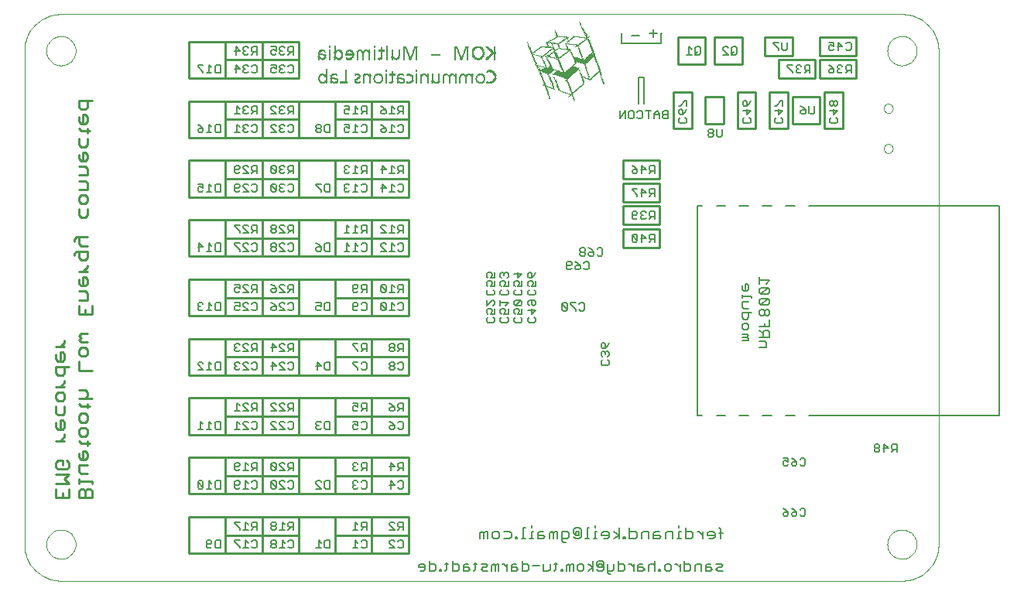
<source format=gbo>
G75*
G70*
%OFA0B0*%
%FSLAX24Y24*%
%IPPOS*%
%LPD*%
%AMOC8*
5,1,8,0,0,1.08239X$1,22.5*
%
%ADD10C,0.0100*%
%ADD11C,0.0080*%
%ADD12C,0.0050*%
%ADD13C,0.0060*%
%ADD14C,0.0000*%
%ADD15C,0.0070*%
%ADD16R,0.0018X0.0018*%
%ADD17R,0.0035X0.0018*%
%ADD18R,0.0124X0.0018*%
%ADD19R,0.0089X0.0018*%
%ADD20R,0.0053X0.0018*%
%ADD21R,0.0071X0.0018*%
%ADD22R,0.0106X0.0018*%
%ADD23R,0.0142X0.0018*%
%ADD24R,0.0159X0.0018*%
%ADD25R,0.0301X0.0018*%
%ADD26R,0.0266X0.0018*%
%ADD27R,0.0230X0.0018*%
%ADD28R,0.0177X0.0018*%
%ADD29R,0.0195X0.0018*%
%ADD30R,0.0213X0.0018*%
%ADD31R,0.0319X0.0018*%
%ADD32R,0.0283X0.0018*%
%ADD33R,0.0337X0.0018*%
%ADD34R,0.0248X0.0018*%
%ADD35R,0.0354X0.0018*%
%ADD36R,0.0407X0.0018*%
%ADD37R,0.0461X0.0018*%
%ADD38R,0.0531X0.0018*%
%ADD39R,0.0602X0.0018*%
%ADD40R,0.0673X0.0018*%
%ADD41R,0.0762X0.0018*%
%ADD42R,0.0815X0.0018*%
%ADD43R,0.0886X0.0018*%
%ADD44R,0.0868X0.0018*%
%ADD45R,0.0478X0.0018*%
%ADD46R,0.0443X0.0018*%
%ADD47R,0.0567X0.0018*%
%ADD48R,0.0585X0.0018*%
%ADD49R,0.0425X0.0018*%
%ADD50R,0.0372X0.0018*%
%ADD51R,0.0390X0.0018*%
%ADD52R,0.0620X0.0018*%
%ADD53R,0.0638X0.0018*%
D10*
X007752Y007012D02*
X007752Y007385D01*
X007752Y007619D02*
X008312Y007619D01*
X008126Y007806D01*
X008312Y007993D01*
X007752Y007993D01*
X007845Y008227D02*
X007752Y008321D01*
X007752Y008507D01*
X007845Y008601D01*
X008032Y008601D01*
X008032Y008414D01*
X008219Y008227D02*
X007845Y008227D01*
X008219Y008227D02*
X008312Y008321D01*
X008312Y008507D01*
X008219Y008601D01*
X008742Y008726D02*
X008835Y008632D01*
X009022Y008632D01*
X009116Y008726D01*
X009116Y008913D01*
X009022Y009006D01*
X008929Y009006D01*
X008929Y008632D01*
X008742Y008726D02*
X008742Y008913D01*
X009116Y009240D02*
X009116Y009427D01*
X009209Y009333D02*
X008835Y009333D01*
X008742Y009427D01*
X008835Y009645D02*
X008742Y009739D01*
X008742Y009925D01*
X008835Y010019D01*
X009022Y010019D01*
X009116Y009925D01*
X009116Y009739D01*
X009022Y009645D01*
X008835Y009645D01*
X008835Y010253D02*
X008742Y010346D01*
X008742Y010533D01*
X008835Y010627D01*
X009022Y010627D01*
X009116Y010533D01*
X009116Y010346D01*
X009022Y010253D01*
X008835Y010253D01*
X009116Y010861D02*
X009116Y011047D01*
X009209Y010954D02*
X008835Y010954D01*
X008742Y011047D01*
X008742Y011266D02*
X009302Y011266D01*
X009116Y011359D02*
X009116Y011546D01*
X009022Y011639D01*
X008742Y011639D01*
X009022Y011266D02*
X009116Y011359D01*
X008126Y011445D02*
X008126Y011258D01*
X008032Y011165D01*
X007845Y011165D01*
X007752Y011258D01*
X007752Y011445D01*
X007845Y011538D01*
X008032Y011538D01*
X008126Y011445D01*
X008126Y011772D02*
X007752Y011772D01*
X007939Y011772D02*
X008126Y011959D01*
X008126Y012052D01*
X008032Y012279D02*
X008126Y012372D01*
X008126Y012652D01*
X008312Y012652D02*
X007752Y012652D01*
X007752Y012372D01*
X007845Y012279D01*
X008032Y012279D01*
X008032Y012886D02*
X008126Y012980D01*
X008126Y013167D01*
X008032Y013260D01*
X007939Y013260D01*
X007939Y012886D01*
X008032Y012886D02*
X007845Y012886D01*
X007752Y012980D01*
X007752Y013167D01*
X007752Y013494D02*
X008126Y013494D01*
X007939Y013494D02*
X008126Y013681D01*
X008126Y013774D01*
X008742Y013790D02*
X008835Y013883D01*
X008742Y013977D01*
X008835Y014070D01*
X009116Y014070D01*
X009116Y013697D02*
X008835Y013697D01*
X008742Y013790D01*
X008835Y013463D02*
X009022Y013463D01*
X009116Y013369D01*
X009116Y013182D01*
X009022Y013089D01*
X008835Y013089D01*
X008742Y013182D01*
X008742Y013369D01*
X008835Y013463D01*
X008742Y012855D02*
X008742Y012481D01*
X009302Y012481D01*
X008126Y010930D02*
X008126Y010650D01*
X008032Y010557D01*
X007845Y010557D01*
X007752Y010650D01*
X007752Y010930D01*
X007939Y010323D02*
X007939Y009949D01*
X008032Y009949D02*
X008126Y010042D01*
X008126Y010229D01*
X008032Y010323D01*
X007939Y010323D01*
X007752Y010229D02*
X007752Y010042D01*
X007845Y009949D01*
X008032Y009949D01*
X008126Y009723D02*
X008126Y009629D01*
X007939Y009443D01*
X007752Y009443D02*
X008126Y009443D01*
X008742Y008398D02*
X009116Y008398D01*
X008742Y008398D02*
X008742Y008118D01*
X008835Y008025D01*
X009116Y008025D01*
X009302Y007713D02*
X008742Y007713D01*
X008742Y007806D02*
X008742Y007619D01*
X008835Y007385D02*
X008742Y007292D01*
X008742Y007012D01*
X009302Y007012D01*
X009302Y007292D01*
X009209Y007385D01*
X009116Y007385D01*
X009022Y007292D01*
X009022Y007012D01*
X009022Y007292D02*
X008929Y007385D01*
X008835Y007385D01*
X008312Y007385D02*
X008312Y007012D01*
X007752Y007012D01*
X008032Y007012D02*
X008032Y007199D01*
X009302Y007619D02*
X009302Y007713D01*
X013486Y007156D02*
X013486Y008731D01*
X015061Y008731D01*
X015061Y007943D01*
X018210Y007943D01*
X018210Y007156D01*
X019785Y007156D01*
X019785Y007943D01*
X022935Y007943D01*
X022935Y007156D01*
X021360Y007156D01*
X021360Y008731D01*
X019785Y008731D01*
X019785Y007943D01*
X019785Y007156D02*
X021360Y007156D01*
X022935Y007943D02*
X022935Y008731D01*
X021360Y008731D01*
X021360Y009715D02*
X019785Y009715D01*
X019785Y010502D01*
X021360Y010502D01*
X021360Y009715D01*
X022935Y009715D01*
X022935Y010502D01*
X021360Y010502D01*
X021360Y011290D01*
X022935Y011290D01*
X022935Y010502D01*
X021360Y011290D02*
X019785Y011290D01*
X019785Y010502D01*
X019785Y011290D02*
X018210Y011290D01*
X018210Y010502D01*
X018210Y009715D01*
X016635Y009715D01*
X016635Y011290D01*
X018210Y011290D01*
X018210Y010502D02*
X015061Y010502D01*
X015061Y009715D01*
X013486Y009715D01*
X013486Y011290D01*
X015061Y011290D01*
X015061Y010502D01*
X015061Y011290D02*
X016635Y011290D01*
X016635Y012274D02*
X015061Y012274D01*
X015061Y013061D01*
X018210Y013061D01*
X018210Y012274D02*
X018210Y013849D01*
X019785Y013849D01*
X019785Y013061D01*
X022935Y013061D01*
X022935Y012274D01*
X021360Y012274D01*
X021360Y013849D01*
X022935Y013849D01*
X022935Y013061D01*
X021360Y012274D02*
X019785Y012274D01*
X019785Y013061D01*
X019785Y013849D02*
X021360Y013849D01*
X021360Y014833D02*
X019785Y014833D01*
X019785Y015620D01*
X022935Y015620D01*
X022935Y014833D01*
X021360Y014833D01*
X021360Y016408D01*
X022935Y016408D01*
X022935Y015620D01*
X021360Y016408D02*
X019785Y016408D01*
X019785Y015620D01*
X019785Y014833D02*
X018210Y014833D01*
X018210Y016408D01*
X019785Y016408D01*
X019785Y017392D02*
X018210Y017392D01*
X018210Y018179D01*
X015061Y018179D01*
X015061Y018967D01*
X016635Y018967D01*
X016635Y017392D01*
X015061Y017392D01*
X015061Y018179D01*
X015061Y017392D02*
X013486Y017392D01*
X013486Y018967D01*
X015061Y018967D01*
X015061Y019951D02*
X013486Y019951D01*
X013486Y021526D01*
X015061Y021526D01*
X015061Y020738D01*
X018210Y020738D01*
X018210Y019951D01*
X016635Y019951D01*
X016635Y021526D01*
X018210Y021526D01*
X018210Y020738D01*
X018210Y021526D02*
X019785Y021526D01*
X019785Y020738D01*
X022935Y020738D01*
X022935Y019951D01*
X021360Y019951D01*
X021360Y021526D01*
X022935Y021526D01*
X022935Y020738D01*
X021360Y019951D02*
X019785Y019951D01*
X019785Y020738D01*
X019785Y021526D02*
X021360Y021526D01*
X021360Y022510D02*
X019785Y022510D01*
X019785Y023298D01*
X022935Y023298D01*
X022935Y024085D01*
X021360Y024085D01*
X021360Y022510D01*
X022935Y022510D01*
X022935Y023298D01*
X021360Y024085D02*
X019785Y024085D01*
X018210Y024085D01*
X018210Y023298D01*
X015061Y023298D01*
X015061Y022510D01*
X013486Y022510D01*
X013486Y024085D01*
X015061Y024085D01*
X015061Y023298D01*
X015061Y024085D02*
X016635Y024085D01*
X016635Y022510D01*
X015061Y022510D01*
X015061Y021526D02*
X016635Y021526D01*
X016635Y022510D02*
X018210Y022510D01*
X019785Y022510D01*
X019785Y023298D02*
X019785Y024085D01*
X018210Y024085D02*
X016635Y024085D01*
X018210Y023298D02*
X018210Y022510D01*
X015061Y020738D02*
X015061Y019951D01*
X016635Y019951D01*
X016635Y018967D02*
X018210Y018967D01*
X018210Y018179D01*
X018210Y017392D02*
X016635Y017392D01*
X016635Y016408D02*
X015061Y016408D01*
X015061Y015620D01*
X018210Y015620D01*
X018210Y014833D02*
X016635Y014833D01*
X016635Y016408D01*
X018210Y016408D01*
X019785Y017392D02*
X019785Y018179D01*
X022935Y018179D01*
X022935Y017392D01*
X021360Y017392D01*
X021360Y018967D01*
X022935Y018967D01*
X022935Y018179D01*
X021360Y017392D02*
X019785Y017392D01*
X019785Y018179D02*
X019785Y018967D01*
X021360Y018967D01*
X019785Y018967D02*
X018210Y018967D01*
X018210Y019951D02*
X019785Y019951D01*
X015061Y016408D02*
X013486Y016408D01*
X013486Y014833D01*
X015061Y014833D01*
X015061Y015620D01*
X015061Y014833D02*
X016635Y014833D01*
X016635Y013849D02*
X015061Y013849D01*
X015061Y013061D01*
X015061Y013849D02*
X013486Y013849D01*
X013486Y012274D01*
X015061Y012274D01*
X016635Y012274D02*
X016635Y013849D01*
X018210Y013849D01*
X018210Y012274D02*
X016635Y012274D01*
X018210Y012274D02*
X019785Y012274D01*
X019785Y009715D02*
X018210Y009715D01*
X018210Y008731D02*
X016635Y008731D01*
X016635Y007156D01*
X015061Y007156D01*
X015061Y007943D01*
X015061Y007156D02*
X013486Y007156D01*
X013486Y006172D02*
X015061Y006172D01*
X015061Y005384D01*
X018210Y005384D01*
X018210Y004597D01*
X019785Y004597D01*
X019785Y005384D01*
X022935Y005384D01*
X022935Y004597D01*
X021360Y004597D01*
X021360Y006172D01*
X019785Y006172D01*
X019785Y005384D01*
X019785Y006172D02*
X018210Y006172D01*
X018210Y005384D01*
X018210Y006172D02*
X016635Y006172D01*
X016635Y004597D01*
X015061Y004597D01*
X015061Y005384D01*
X015061Y006172D02*
X016635Y006172D01*
X016635Y007156D02*
X018210Y007156D01*
X018210Y007943D02*
X018210Y008731D01*
X019785Y008731D01*
X016635Y008731D02*
X015061Y008731D01*
X015061Y009715D02*
X016635Y009715D01*
X013486Y006172D02*
X013486Y004597D01*
X015061Y004597D01*
X016635Y004597D02*
X018210Y004597D01*
X019785Y004597D02*
X021360Y004597D01*
X022935Y005384D02*
X022935Y006172D01*
X021360Y006172D01*
X009302Y014912D02*
X008742Y014912D01*
X008742Y015286D01*
X008742Y015520D02*
X009116Y015520D01*
X009116Y015800D01*
X009022Y015893D01*
X008742Y015893D01*
X008835Y016128D02*
X009022Y016128D01*
X009116Y016221D01*
X009116Y016408D01*
X009022Y016501D01*
X008929Y016501D01*
X008929Y016128D01*
X008835Y016128D02*
X008742Y016221D01*
X008742Y016408D01*
X008742Y016735D02*
X009116Y016735D01*
X009116Y016922D02*
X009116Y017015D01*
X009116Y016922D02*
X008929Y016735D01*
X009022Y017242D02*
X008835Y017242D01*
X008742Y017335D01*
X008742Y017615D01*
X008649Y017615D02*
X009116Y017615D01*
X009116Y017335D01*
X009022Y017242D01*
X008555Y017429D02*
X008555Y017522D01*
X008649Y017615D01*
X008835Y017849D02*
X008742Y017943D01*
X008742Y018223D01*
X008649Y018223D02*
X009116Y018223D01*
X008649Y018223D02*
X008555Y018130D01*
X008555Y018036D01*
X008835Y017849D02*
X009116Y017849D01*
X009022Y019065D02*
X008835Y019065D01*
X008742Y019158D01*
X008742Y019438D01*
X008835Y019673D02*
X008742Y019766D01*
X008742Y019953D01*
X008835Y020046D01*
X009022Y020046D01*
X009116Y019953D01*
X009116Y019766D01*
X009022Y019673D01*
X008835Y019673D01*
X009116Y019438D02*
X009116Y019158D01*
X009022Y019065D01*
X009116Y020280D02*
X009116Y020561D01*
X009022Y020654D01*
X008742Y020654D01*
X008742Y020888D02*
X009116Y020888D01*
X009116Y021168D01*
X009022Y021262D01*
X008742Y021262D01*
X008835Y021496D02*
X009022Y021496D01*
X009116Y021589D01*
X009116Y021776D01*
X009022Y021869D01*
X008929Y021869D01*
X008929Y021496D01*
X008835Y021496D02*
X008742Y021589D01*
X008742Y021776D01*
X008835Y022103D02*
X008742Y022197D01*
X008742Y022477D01*
X008835Y022805D02*
X008742Y022898D01*
X008835Y022805D02*
X009209Y022805D01*
X009116Y022898D02*
X009116Y022711D01*
X009116Y022477D02*
X009116Y022197D01*
X009022Y022103D01*
X008835Y022103D01*
X008835Y023116D02*
X009022Y023116D01*
X009116Y023210D01*
X009116Y023397D01*
X009022Y023490D01*
X008929Y023490D01*
X008929Y023116D01*
X008835Y023116D02*
X008742Y023210D01*
X008742Y023397D01*
X008835Y023724D02*
X009022Y023724D01*
X009116Y023817D01*
X009116Y024098D01*
X009302Y024098D02*
X008742Y024098D01*
X008742Y023817D01*
X008835Y023724D01*
X013486Y025069D02*
X013486Y026644D01*
X015061Y026644D01*
X015061Y025857D01*
X018210Y025857D01*
X018210Y025069D01*
X016635Y025069D01*
X016635Y026644D01*
X018210Y026644D01*
X018210Y025857D01*
X016635Y026644D02*
X015061Y026644D01*
X015061Y025857D02*
X015061Y025069D01*
X016635Y025069D01*
X015061Y025069D02*
X013486Y025069D01*
X009116Y020280D02*
X008742Y020280D01*
X009302Y015286D02*
X009302Y014912D01*
X009022Y014912D02*
X009022Y015099D01*
X032187Y017786D02*
X032187Y018573D01*
X033761Y018573D01*
X033761Y017786D01*
X032187Y017786D01*
X032187Y018770D02*
X032187Y019557D01*
X033761Y019557D01*
X033761Y018770D01*
X032187Y018770D01*
X032187Y019754D02*
X032187Y020542D01*
X033761Y020542D01*
X033761Y019754D01*
X032187Y019754D01*
X032187Y020738D02*
X032187Y021526D01*
X033761Y021526D01*
X033761Y020738D01*
X032187Y020738D01*
X034352Y022904D02*
X034352Y024479D01*
X035139Y024479D01*
X035139Y022904D01*
X034352Y022904D01*
X035730Y023101D02*
X035730Y024282D01*
X036517Y024282D01*
X036517Y023101D01*
X035730Y023101D01*
X037108Y022904D02*
X037108Y024479D01*
X037895Y024479D01*
X037895Y022904D01*
X037108Y022904D01*
X038486Y022904D02*
X038486Y024479D01*
X039273Y024479D01*
X039273Y022904D01*
X038486Y022904D01*
X039470Y023101D02*
X039470Y024282D01*
X040651Y024282D01*
X040651Y023101D01*
X039470Y023101D01*
X040848Y022904D02*
X040848Y024479D01*
X041635Y024479D01*
X041635Y022904D01*
X040848Y022904D01*
X040651Y025069D02*
X040651Y025857D01*
X042226Y025857D01*
X042226Y025069D01*
X040651Y025069D01*
X040454Y025069D02*
X038880Y025069D01*
X038880Y025857D01*
X040454Y025857D01*
X040454Y025069D01*
X040651Y026053D02*
X040651Y026841D01*
X042226Y026841D01*
X042226Y026053D01*
X040651Y026053D01*
X039470Y026053D02*
X039470Y026841D01*
X038289Y026841D01*
X038289Y026053D01*
X039470Y026053D01*
X037305Y025660D02*
X036124Y025660D01*
X036124Y026841D01*
X037305Y026841D01*
X037305Y025660D01*
X035730Y025660D02*
X035730Y026841D01*
X034549Y026841D01*
X034549Y025660D01*
X035730Y025660D01*
D11*
X038060Y016501D02*
X038060Y016221D01*
X038060Y016361D02*
X038481Y016361D01*
X038341Y016221D01*
X038411Y016041D02*
X038130Y015760D01*
X038060Y015830D01*
X038060Y015971D01*
X038130Y016041D01*
X038411Y016041D01*
X038481Y015971D01*
X038481Y015830D01*
X038411Y015760D01*
X038130Y015760D01*
X038130Y015580D02*
X038060Y015510D01*
X038060Y015370D01*
X038130Y015300D01*
X038411Y015580D01*
X038130Y015580D01*
X038130Y015300D02*
X038411Y015300D01*
X038481Y015370D01*
X038481Y015510D01*
X038411Y015580D01*
X037731Y015607D02*
X037731Y015677D01*
X037310Y015677D01*
X037310Y015607D02*
X037310Y015747D01*
X037380Y015914D02*
X037520Y015914D01*
X037591Y015984D01*
X037591Y016124D01*
X037520Y016194D01*
X037450Y016194D01*
X037450Y015914D01*
X037380Y015914D02*
X037310Y015984D01*
X037310Y016124D01*
X037310Y015427D02*
X037591Y015427D01*
X037591Y015147D02*
X037380Y015147D01*
X037310Y015217D01*
X037310Y015427D01*
X037310Y014966D02*
X037310Y014756D01*
X037380Y014686D01*
X037520Y014686D01*
X037591Y014756D01*
X037591Y014966D01*
X037731Y014966D02*
X037310Y014966D01*
X038060Y014910D02*
X038130Y014840D01*
X038200Y014840D01*
X038270Y014910D01*
X038270Y015050D01*
X038200Y015120D01*
X038130Y015120D01*
X038060Y015050D01*
X038060Y014910D01*
X038270Y014910D02*
X038341Y014840D01*
X038411Y014840D01*
X038481Y014910D01*
X038481Y015050D01*
X038411Y015120D01*
X038341Y015120D01*
X038270Y015050D01*
X038481Y014659D02*
X038481Y014379D01*
X038060Y014379D01*
X038060Y014199D02*
X038200Y014059D01*
X038200Y014129D02*
X038200Y013919D01*
X038060Y013919D02*
X038481Y013919D01*
X038481Y014129D01*
X038411Y014199D01*
X038270Y014199D01*
X038200Y014129D01*
X038270Y014379D02*
X038270Y014519D01*
X037591Y014436D02*
X037591Y014296D01*
X037520Y014226D01*
X037380Y014226D01*
X037310Y014296D01*
X037310Y014436D01*
X037380Y014506D01*
X037520Y014506D01*
X037591Y014436D01*
X037520Y014046D02*
X037310Y014046D01*
X037310Y013905D02*
X037520Y013905D01*
X037591Y013976D01*
X037520Y014046D01*
X037520Y013905D02*
X037591Y013835D01*
X037591Y013765D01*
X037310Y013765D01*
X038060Y013739D02*
X038270Y013739D01*
X038341Y013669D01*
X038341Y013458D01*
X038060Y013458D01*
X036317Y005708D02*
X036397Y005628D01*
X036397Y005227D01*
X036477Y005467D02*
X036317Y005467D01*
X036134Y005467D02*
X036053Y005548D01*
X035893Y005548D01*
X035813Y005467D01*
X035813Y005387D01*
X036134Y005387D01*
X036134Y005307D02*
X036134Y005467D01*
X036134Y005307D02*
X036053Y005227D01*
X035893Y005227D01*
X035618Y005227D02*
X035618Y005548D01*
X035458Y005548D02*
X035378Y005548D01*
X035458Y005548D02*
X035618Y005387D01*
X035188Y005307D02*
X035188Y005467D01*
X035108Y005548D01*
X034868Y005548D01*
X034868Y005708D02*
X034868Y005227D01*
X035108Y005227D01*
X035188Y005307D01*
X034673Y005227D02*
X034512Y005227D01*
X034593Y005227D02*
X034593Y005548D01*
X034673Y005548D01*
X034593Y005708D02*
X034593Y005788D01*
X034329Y005548D02*
X034089Y005548D01*
X034009Y005467D01*
X034009Y005227D01*
X033813Y005307D02*
X033733Y005227D01*
X033493Y005227D01*
X033493Y005467D01*
X033573Y005548D01*
X033733Y005548D01*
X033733Y005387D02*
X033493Y005387D01*
X033733Y005387D02*
X033813Y005307D01*
X033298Y005227D02*
X033298Y005548D01*
X033057Y005548D01*
X032977Y005467D01*
X032977Y005227D01*
X032782Y005307D02*
X032702Y005227D01*
X032462Y005227D01*
X032462Y005708D01*
X032462Y005548D02*
X032702Y005548D01*
X032782Y005467D01*
X032782Y005307D01*
X032266Y005307D02*
X032266Y005227D01*
X032186Y005227D01*
X032186Y005307D01*
X032266Y005307D01*
X032008Y005227D02*
X032008Y005708D01*
X031768Y005548D02*
X032008Y005387D01*
X031768Y005227D01*
X031579Y005307D02*
X031579Y005467D01*
X031499Y005548D01*
X031339Y005548D01*
X031258Y005467D01*
X031258Y005387D01*
X031579Y005387D01*
X031579Y005307D02*
X031499Y005227D01*
X031339Y005227D01*
X031063Y005227D02*
X030903Y005227D01*
X030983Y005227D02*
X030983Y005548D01*
X031063Y005548D01*
X030983Y005708D02*
X030983Y005788D01*
X030719Y005708D02*
X030639Y005708D01*
X030639Y005227D01*
X030719Y005227D02*
X030559Y005227D01*
X030376Y005307D02*
X030296Y005227D01*
X030135Y005227D01*
X030055Y005307D01*
X030135Y005387D02*
X030055Y005467D01*
X030055Y005628D01*
X030135Y005708D01*
X030296Y005708D01*
X030376Y005628D01*
X030376Y005307D01*
X030296Y005387D02*
X030296Y005548D01*
X030135Y005548D01*
X030135Y005387D01*
X030296Y005387D01*
X029860Y005307D02*
X029780Y005227D01*
X029540Y005227D01*
X029540Y005147D02*
X029540Y005548D01*
X029780Y005548D01*
X029860Y005467D01*
X029860Y005307D01*
X029700Y005067D02*
X029620Y005067D01*
X029540Y005147D01*
X029344Y005227D02*
X029344Y005548D01*
X029264Y005548D01*
X029184Y005467D01*
X029104Y005548D01*
X029024Y005467D01*
X029024Y005227D01*
X029184Y005227D02*
X029184Y005467D01*
X028829Y005307D02*
X028749Y005227D01*
X028508Y005227D01*
X028508Y005467D01*
X028588Y005548D01*
X028749Y005548D01*
X028749Y005387D02*
X028508Y005387D01*
X028749Y005387D02*
X028829Y005307D01*
X028313Y005227D02*
X028153Y005227D01*
X028233Y005227D02*
X028233Y005548D01*
X028313Y005548D01*
X028233Y005708D02*
X028233Y005788D01*
X027969Y005708D02*
X027889Y005708D01*
X027889Y005227D01*
X027969Y005227D02*
X027809Y005227D01*
X027626Y005227D02*
X027545Y005227D01*
X027545Y005307D01*
X027626Y005307D01*
X027626Y005227D01*
X027368Y005307D02*
X027288Y005227D01*
X027047Y005227D01*
X026852Y005307D02*
X026772Y005227D01*
X026612Y005227D01*
X026532Y005307D01*
X026532Y005467D01*
X026612Y005548D01*
X026772Y005548D01*
X026852Y005467D01*
X026852Y005307D01*
X027047Y005548D02*
X027288Y005548D01*
X027368Y005467D01*
X027368Y005307D01*
X026336Y005227D02*
X026336Y005548D01*
X026256Y005548D01*
X026176Y005467D01*
X026096Y005548D01*
X026016Y005467D01*
X026016Y005227D01*
X026176Y005227D02*
X026176Y005467D01*
X025818Y004200D02*
X025818Y003919D01*
X025748Y003849D01*
X025581Y003919D02*
X025511Y003989D01*
X025301Y003989D01*
X025301Y004059D02*
X025301Y003849D01*
X025511Y003849D01*
X025581Y003919D01*
X025511Y004130D02*
X025371Y004130D01*
X025301Y004059D01*
X025121Y004059D02*
X025051Y004130D01*
X024841Y004130D01*
X024841Y004270D02*
X024841Y003849D01*
X025051Y003849D01*
X025121Y003919D01*
X025121Y004059D01*
X024661Y004130D02*
X024520Y004130D01*
X024591Y004200D02*
X024591Y003919D01*
X024520Y003849D01*
X024354Y003849D02*
X024284Y003849D01*
X024284Y003919D01*
X024354Y003919D01*
X024354Y003849D01*
X024123Y003919D02*
X024123Y004059D01*
X024053Y004130D01*
X023843Y004130D01*
X023843Y004270D02*
X023843Y003849D01*
X024053Y003849D01*
X024123Y003919D01*
X023663Y003919D02*
X023663Y004059D01*
X023593Y004130D01*
X023453Y004130D01*
X023383Y004059D01*
X023383Y003989D01*
X023663Y003989D01*
X023663Y003919D02*
X023593Y003849D01*
X023453Y003849D01*
X025748Y004130D02*
X025888Y004130D01*
X026068Y004130D02*
X026279Y004130D01*
X026349Y004059D01*
X026279Y003989D01*
X026139Y003989D01*
X026068Y003919D01*
X026139Y003849D01*
X026349Y003849D01*
X026529Y003849D02*
X026529Y004059D01*
X026599Y004130D01*
X026669Y004059D01*
X026669Y003849D01*
X026809Y003849D02*
X026809Y004130D01*
X026739Y004130D01*
X026669Y004059D01*
X026983Y004130D02*
X027053Y004130D01*
X027193Y003989D01*
X027193Y003849D02*
X027193Y004130D01*
X027373Y004059D02*
X027373Y003849D01*
X027583Y003849D01*
X027653Y003919D01*
X027583Y003989D01*
X027373Y003989D01*
X027373Y004059D02*
X027443Y004130D01*
X027583Y004130D01*
X027833Y004130D02*
X028043Y004130D01*
X028114Y004059D01*
X028114Y003919D01*
X028043Y003849D01*
X027833Y003849D01*
X027833Y004270D01*
X028294Y004059D02*
X028574Y004059D01*
X028754Y004130D02*
X028754Y003849D01*
X028964Y003849D01*
X029034Y003919D01*
X029034Y004130D01*
X029201Y004130D02*
X029341Y004130D01*
X029271Y004200D02*
X029271Y003919D01*
X029201Y003849D01*
X029501Y003849D02*
X029571Y003849D01*
X029571Y003919D01*
X029501Y003919D01*
X029501Y003849D01*
X029752Y003849D02*
X029752Y004059D01*
X029822Y004130D01*
X029892Y004059D01*
X029892Y003849D01*
X030032Y003849D02*
X030032Y004130D01*
X029962Y004130D01*
X029892Y004059D01*
X030212Y004059D02*
X030212Y003919D01*
X030282Y003849D01*
X030422Y003849D01*
X030492Y003919D01*
X030492Y004059D01*
X030422Y004130D01*
X030282Y004130D01*
X030212Y004059D01*
X030666Y004130D02*
X030876Y003989D01*
X030666Y003849D01*
X030876Y003849D02*
X030876Y004270D01*
X031056Y004200D02*
X031056Y004059D01*
X031126Y003989D01*
X031126Y004130D01*
X031266Y004130D01*
X031266Y003989D01*
X031126Y003989D01*
X031056Y003919D02*
X031126Y003849D01*
X031266Y003849D01*
X031336Y003919D01*
X031336Y004200D01*
X031266Y004270D01*
X031126Y004270D01*
X031056Y004200D01*
X031516Y004130D02*
X031516Y003779D01*
X031586Y003709D01*
X031657Y003709D01*
X031727Y003849D02*
X031516Y003849D01*
X031727Y003849D02*
X031797Y003919D01*
X031797Y004130D01*
X031977Y004130D02*
X032187Y004130D01*
X032257Y004059D01*
X032257Y003919D01*
X032187Y003849D01*
X031977Y003849D01*
X031977Y004270D01*
X032431Y004130D02*
X032501Y004130D01*
X032641Y003989D01*
X032641Y003849D02*
X032641Y004130D01*
X032821Y004059D02*
X032821Y003849D01*
X033031Y003849D01*
X033101Y003919D01*
X033031Y003989D01*
X032821Y003989D01*
X032821Y004059D02*
X032891Y004130D01*
X033031Y004130D01*
X033281Y004059D02*
X033281Y003849D01*
X033281Y004059D02*
X033351Y004130D01*
X033491Y004130D01*
X033562Y004059D01*
X033562Y003849D02*
X033562Y004270D01*
X033722Y003919D02*
X033722Y003849D01*
X033792Y003849D01*
X033792Y003919D01*
X033722Y003919D01*
X033972Y003919D02*
X033972Y004059D01*
X034042Y004130D01*
X034182Y004130D01*
X034252Y004059D01*
X034252Y003919D01*
X034182Y003849D01*
X034042Y003849D01*
X033972Y003919D01*
X034426Y004130D02*
X034496Y004130D01*
X034636Y003989D01*
X034636Y003849D02*
X034636Y004130D01*
X034816Y004130D02*
X035026Y004130D01*
X035096Y004059D01*
X035096Y003919D01*
X035026Y003849D01*
X034816Y003849D01*
X034816Y004270D01*
X035276Y004059D02*
X035276Y003849D01*
X035276Y004059D02*
X035346Y004130D01*
X035557Y004130D01*
X035557Y003849D01*
X035737Y003849D02*
X035737Y004059D01*
X035807Y004130D01*
X035947Y004130D01*
X035947Y003989D02*
X035737Y003989D01*
X035737Y003849D02*
X035947Y003849D01*
X036017Y003919D01*
X035947Y003989D01*
X036197Y003919D02*
X036267Y003989D01*
X036407Y003989D01*
X036477Y004059D01*
X036407Y004130D01*
X036197Y004130D01*
X036197Y003919D02*
X036267Y003849D01*
X036477Y003849D01*
X034329Y005227D02*
X034329Y005548D01*
D12*
X035395Y010522D02*
X035592Y010522D01*
X035395Y010522D02*
X035395Y019538D01*
X035395Y019577D02*
X035592Y019577D01*
X036202Y019577D02*
X036596Y019577D01*
X037187Y019577D02*
X037580Y019577D01*
X038191Y019577D02*
X038584Y019577D01*
X039194Y019577D02*
X039588Y019577D01*
X040198Y019577D02*
X048387Y019577D01*
X048387Y019538D02*
X048387Y010522D01*
X040198Y010522D01*
X039588Y010522D02*
X039194Y010522D01*
X038584Y010522D02*
X038191Y010522D01*
X037580Y010522D02*
X037187Y010522D01*
X036596Y010522D02*
X036202Y010522D01*
X033092Y023967D02*
X033092Y025109D01*
X032856Y025109D01*
X032856Y023967D01*
X032108Y026565D02*
X033801Y026565D01*
X033801Y026998D01*
X033840Y026998D01*
X032108Y026998D02*
X032108Y026565D01*
D13*
X034908Y026083D02*
X035135Y026083D01*
X035021Y026083D02*
X035021Y026424D01*
X035135Y026310D01*
X035276Y026367D02*
X035276Y026140D01*
X035333Y026083D01*
X035446Y026083D01*
X035503Y026140D01*
X035503Y026367D01*
X035446Y026424D01*
X035333Y026424D01*
X035276Y026367D01*
X035390Y026197D02*
X035276Y026083D01*
X036483Y026083D02*
X036710Y026083D01*
X036483Y026310D01*
X036483Y026367D01*
X036539Y026424D01*
X036653Y026424D01*
X036710Y026367D01*
X036851Y026367D02*
X036851Y026140D01*
X036908Y026083D01*
X037021Y026083D01*
X037078Y026140D01*
X037078Y026367D01*
X037021Y026424D01*
X036908Y026424D01*
X036851Y026367D01*
X036964Y026197D02*
X036851Y026083D01*
X038648Y026564D02*
X038875Y026337D01*
X038875Y026280D01*
X039016Y026337D02*
X039016Y026621D01*
X038875Y026621D02*
X038648Y026621D01*
X038648Y026564D01*
X039016Y026337D02*
X039073Y026280D01*
X039187Y026280D01*
X039243Y026337D01*
X039243Y026621D01*
X039264Y025636D02*
X039264Y025580D01*
X039491Y025353D01*
X039491Y025296D01*
X039632Y025353D02*
X039689Y025296D01*
X039802Y025296D01*
X039859Y025353D01*
X040001Y025296D02*
X040114Y025409D01*
X040057Y025409D02*
X040227Y025409D01*
X040227Y025296D02*
X040227Y025636D01*
X040057Y025636D01*
X040001Y025580D01*
X040001Y025466D01*
X040057Y025409D01*
X039859Y025580D02*
X039802Y025636D01*
X039689Y025636D01*
X039632Y025580D01*
X039632Y025523D01*
X039689Y025466D01*
X039632Y025409D01*
X039632Y025353D01*
X039689Y025466D02*
X039746Y025466D01*
X039491Y025636D02*
X039264Y025636D01*
X041036Y025636D02*
X041149Y025580D01*
X041263Y025466D01*
X041092Y025466D01*
X041036Y025409D01*
X041036Y025353D01*
X041092Y025296D01*
X041206Y025296D01*
X041263Y025353D01*
X041263Y025466D01*
X041404Y025409D02*
X041404Y025353D01*
X041461Y025296D01*
X041574Y025296D01*
X041631Y025353D01*
X041772Y025296D02*
X041886Y025409D01*
X041829Y025409D02*
X041999Y025409D01*
X041999Y025296D02*
X041999Y025636D01*
X041829Y025636D01*
X041772Y025580D01*
X041772Y025466D01*
X041829Y025409D01*
X041631Y025580D02*
X041574Y025636D01*
X041461Y025636D01*
X041404Y025580D01*
X041404Y025523D01*
X041461Y025466D01*
X041404Y025409D01*
X041461Y025466D02*
X041517Y025466D01*
X041461Y026280D02*
X041461Y026621D01*
X041631Y026450D01*
X041404Y026450D01*
X041263Y026450D02*
X041263Y026621D01*
X041036Y026621D01*
X041092Y026507D02*
X041036Y026450D01*
X041036Y026337D01*
X041092Y026280D01*
X041206Y026280D01*
X041263Y026337D01*
X041263Y026450D02*
X041149Y026507D01*
X041092Y026507D01*
X041772Y026564D02*
X041829Y026621D01*
X041942Y026621D01*
X041999Y026564D01*
X041999Y026337D01*
X041942Y026280D01*
X041829Y026280D01*
X041772Y026337D01*
X041358Y024094D02*
X041302Y024094D01*
X041245Y024037D01*
X041245Y023924D01*
X041302Y023867D01*
X041358Y023867D01*
X041415Y023924D01*
X041415Y024037D01*
X041358Y024094D01*
X041245Y024037D02*
X041188Y024094D01*
X041132Y024094D01*
X041075Y024037D01*
X041075Y023924D01*
X041132Y023867D01*
X041188Y023867D01*
X041245Y023924D01*
X041245Y023726D02*
X041245Y023499D01*
X041415Y023669D01*
X041075Y023669D01*
X041132Y023358D02*
X041075Y023301D01*
X041075Y023187D01*
X041132Y023131D01*
X041358Y023131D01*
X041415Y023187D01*
X041415Y023301D01*
X041358Y023358D01*
X040424Y023581D02*
X040424Y023865D01*
X040197Y023865D02*
X040197Y023581D01*
X040254Y023524D01*
X040368Y023524D01*
X040424Y023581D01*
X040056Y023581D02*
X039999Y023524D01*
X039886Y023524D01*
X039829Y023581D01*
X039829Y023638D01*
X039886Y023695D01*
X040056Y023695D01*
X040056Y023581D01*
X040056Y023695D02*
X039943Y023808D01*
X039829Y023865D01*
X039053Y023867D02*
X039053Y024094D01*
X038996Y024094D01*
X038769Y023867D01*
X038713Y023867D01*
X038713Y023669D02*
X039053Y023669D01*
X038883Y023499D01*
X038883Y023726D01*
X038996Y023358D02*
X039053Y023301D01*
X039053Y023187D01*
X038996Y023131D01*
X038769Y023131D01*
X038713Y023187D01*
X038713Y023301D01*
X038769Y023358D01*
X037675Y023301D02*
X037675Y023187D01*
X037618Y023131D01*
X037391Y023131D01*
X037335Y023187D01*
X037335Y023301D01*
X037391Y023358D01*
X037505Y023499D02*
X037505Y023726D01*
X037505Y023867D02*
X037505Y024037D01*
X037448Y024094D01*
X037391Y024094D01*
X037335Y024037D01*
X037335Y023924D01*
X037391Y023867D01*
X037505Y023867D01*
X037618Y023981D01*
X037675Y024094D01*
X037675Y023669D02*
X037505Y023499D01*
X037618Y023358D02*
X037675Y023301D01*
X037675Y023669D02*
X037335Y023669D01*
X036437Y022874D02*
X036437Y022591D01*
X036380Y022534D01*
X036266Y022534D01*
X036210Y022591D01*
X036210Y022874D01*
X036068Y022817D02*
X036068Y022761D01*
X036012Y022704D01*
X035898Y022704D01*
X035841Y022647D01*
X035841Y022591D01*
X035898Y022534D01*
X036012Y022534D01*
X036068Y022591D01*
X036068Y022647D01*
X036012Y022704D01*
X035898Y022704D02*
X035841Y022761D01*
X035841Y022817D01*
X035898Y022874D01*
X036012Y022874D01*
X036068Y022817D01*
X034919Y023187D02*
X034862Y023131D01*
X034636Y023131D01*
X034579Y023187D01*
X034579Y023301D01*
X034636Y023358D01*
X034636Y023499D02*
X034579Y023556D01*
X034579Y023669D01*
X034636Y023726D01*
X034692Y023726D01*
X034749Y023669D01*
X034749Y023499D01*
X034636Y023499D01*
X034749Y023499D02*
X034862Y023612D01*
X034919Y023726D01*
X034919Y023867D02*
X034919Y024094D01*
X034862Y024094D01*
X034636Y023867D01*
X034579Y023867D01*
X034125Y023668D02*
X033955Y023668D01*
X033898Y023611D01*
X033898Y023554D01*
X033955Y023498D01*
X034125Y023498D01*
X034125Y023328D02*
X034125Y023668D01*
X033955Y023498D02*
X033898Y023441D01*
X033898Y023384D01*
X033955Y023328D01*
X034125Y023328D01*
X033757Y023328D02*
X033757Y023554D01*
X033643Y023668D01*
X033530Y023554D01*
X033530Y023328D01*
X033530Y023498D02*
X033757Y023498D01*
X033388Y023668D02*
X033162Y023668D01*
X033275Y023668D02*
X033275Y023328D01*
X033020Y023384D02*
X033020Y023611D01*
X032963Y023668D01*
X032850Y023668D01*
X032793Y023611D01*
X032652Y023611D02*
X032652Y023384D01*
X032595Y023328D01*
X032482Y023328D01*
X032425Y023384D01*
X032425Y023611D01*
X032482Y023668D01*
X032595Y023668D01*
X032652Y023611D01*
X032793Y023384D02*
X032850Y023328D01*
X032963Y023328D01*
X033020Y023384D01*
X032284Y023328D02*
X032284Y023668D01*
X032057Y023328D01*
X032057Y023668D01*
X034862Y023358D02*
X034919Y023301D01*
X034919Y023187D01*
X033535Y021306D02*
X033364Y021306D01*
X033308Y021249D01*
X033308Y021135D01*
X033364Y021079D01*
X033535Y021079D01*
X033535Y020965D02*
X033535Y021306D01*
X033421Y021079D02*
X033308Y020965D01*
X033166Y021135D02*
X032939Y021135D01*
X032798Y021135D02*
X032628Y021135D01*
X032571Y021079D01*
X032571Y021022D01*
X032628Y020965D01*
X032741Y020965D01*
X032798Y021022D01*
X032798Y021135D01*
X032685Y021249D01*
X032571Y021306D01*
X032996Y021306D02*
X032996Y020965D01*
X033166Y021135D02*
X032996Y021306D01*
X032996Y020321D02*
X033166Y020151D01*
X032939Y020151D01*
X032996Y019981D02*
X032996Y020321D01*
X032798Y020321D02*
X032571Y020321D01*
X032571Y020265D01*
X032798Y020038D01*
X032798Y019981D01*
X033308Y019981D02*
X033421Y020094D01*
X033364Y020094D02*
X033535Y020094D01*
X033535Y019981D02*
X033535Y020321D01*
X033364Y020321D01*
X033308Y020265D01*
X033308Y020151D01*
X033364Y020094D01*
X033364Y019337D02*
X033308Y019280D01*
X033308Y019167D01*
X033364Y019110D01*
X033535Y019110D01*
X033535Y018997D02*
X033535Y019337D01*
X033364Y019337D01*
X033166Y019280D02*
X033110Y019337D01*
X032996Y019337D01*
X032939Y019280D01*
X032939Y019224D01*
X032996Y019167D01*
X032939Y019110D01*
X032939Y019054D01*
X032996Y018997D01*
X033110Y018997D01*
X033166Y019054D01*
X033308Y018997D02*
X033421Y019110D01*
X033053Y019167D02*
X032996Y019167D01*
X032798Y019224D02*
X032741Y019167D01*
X032571Y019167D01*
X032571Y019280D02*
X032628Y019337D01*
X032741Y019337D01*
X032798Y019280D01*
X032798Y019224D01*
X032798Y019054D02*
X032741Y018997D01*
X032628Y018997D01*
X032571Y019054D01*
X032571Y019280D01*
X032628Y018353D02*
X032571Y018296D01*
X032798Y018069D01*
X032741Y018013D01*
X032628Y018013D01*
X032571Y018069D01*
X032571Y018296D01*
X032628Y018353D02*
X032741Y018353D01*
X032798Y018296D01*
X032798Y018069D01*
X032939Y018183D02*
X033166Y018183D01*
X032996Y018353D01*
X032996Y018013D01*
X033308Y018013D02*
X033421Y018126D01*
X033364Y018126D02*
X033535Y018126D01*
X033535Y018013D02*
X033535Y018353D01*
X033364Y018353D01*
X033308Y018296D01*
X033308Y018183D01*
X033364Y018126D01*
X031293Y017699D02*
X031293Y017472D01*
X031236Y017416D01*
X031123Y017416D01*
X031066Y017472D01*
X030925Y017472D02*
X030868Y017416D01*
X030755Y017416D01*
X030698Y017472D01*
X030698Y017529D01*
X030755Y017586D01*
X030925Y017586D01*
X030925Y017472D01*
X030925Y017586D02*
X030811Y017699D01*
X030698Y017756D01*
X030556Y017699D02*
X030556Y017643D01*
X030500Y017586D01*
X030386Y017586D01*
X030330Y017529D01*
X030330Y017472D01*
X030386Y017416D01*
X030500Y017416D01*
X030556Y017472D01*
X030556Y017529D01*
X030500Y017586D01*
X030386Y017586D02*
X030330Y017643D01*
X030330Y017699D01*
X030386Y017756D01*
X030500Y017756D01*
X030556Y017699D01*
X031066Y017699D02*
X031123Y017756D01*
X031236Y017756D01*
X031293Y017699D01*
X030703Y017109D02*
X030703Y016882D01*
X030646Y016825D01*
X030532Y016825D01*
X030476Y016882D01*
X030334Y016882D02*
X030277Y016825D01*
X030164Y016825D01*
X030107Y016882D01*
X030107Y016939D01*
X030164Y016995D01*
X030334Y016995D01*
X030334Y016882D01*
X030334Y016995D02*
X030221Y017109D01*
X030107Y017165D01*
X029966Y017109D02*
X029966Y017052D01*
X029909Y016995D01*
X029739Y016995D01*
X029739Y016882D02*
X029739Y017109D01*
X029796Y017165D01*
X029909Y017165D01*
X029966Y017109D01*
X029966Y016882D02*
X029909Y016825D01*
X029796Y016825D01*
X029739Y016882D01*
X030476Y017109D02*
X030532Y017165D01*
X030646Y017165D01*
X030703Y017109D01*
X028417Y016690D02*
X028360Y016577D01*
X028247Y016463D01*
X028247Y016633D01*
X028190Y016690D01*
X028133Y016690D01*
X028076Y016633D01*
X028076Y016520D01*
X028133Y016463D01*
X028247Y016463D01*
X028247Y016322D02*
X028133Y016322D01*
X028076Y016265D01*
X028076Y016152D01*
X028133Y016095D01*
X028247Y016095D02*
X028303Y016208D01*
X028303Y016265D01*
X028247Y016322D01*
X028417Y016322D02*
X028417Y016095D01*
X028247Y016095D01*
X028360Y015953D02*
X028417Y015897D01*
X028417Y015783D01*
X028360Y015726D01*
X028133Y015726D01*
X028076Y015783D01*
X028076Y015897D01*
X028133Y015953D01*
X027826Y015897D02*
X027826Y015783D01*
X027769Y015726D01*
X027543Y015726D01*
X027486Y015783D01*
X027486Y015897D01*
X027543Y015953D01*
X027543Y016095D02*
X027486Y016152D01*
X027486Y016265D01*
X027543Y016322D01*
X027656Y016322D01*
X027713Y016265D01*
X027713Y016208D01*
X027656Y016095D01*
X027826Y016095D01*
X027826Y016322D01*
X027656Y016463D02*
X027656Y016690D01*
X027486Y016633D02*
X027826Y016633D01*
X027656Y016463D01*
X027236Y016520D02*
X027236Y016633D01*
X027179Y016690D01*
X027122Y016690D01*
X027065Y016633D01*
X027009Y016690D01*
X026952Y016690D01*
X026895Y016633D01*
X026895Y016520D01*
X026952Y016463D01*
X026952Y016322D02*
X026895Y016265D01*
X026895Y016152D01*
X026952Y016095D01*
X027065Y016095D02*
X027122Y016208D01*
X027122Y016265D01*
X027065Y016322D01*
X026952Y016322D01*
X027065Y016095D02*
X027236Y016095D01*
X027236Y016322D01*
X027179Y016463D02*
X027236Y016520D01*
X027065Y016577D02*
X027065Y016633D01*
X026645Y016690D02*
X026645Y016463D01*
X026475Y016463D01*
X026532Y016577D01*
X026532Y016633D01*
X026475Y016690D01*
X026362Y016690D01*
X026305Y016633D01*
X026305Y016520D01*
X026362Y016463D01*
X026362Y016322D02*
X026305Y016265D01*
X026305Y016152D01*
X026362Y016095D01*
X026475Y016095D02*
X026532Y016208D01*
X026532Y016265D01*
X026475Y016322D01*
X026362Y016322D01*
X026475Y016095D02*
X026645Y016095D01*
X026645Y016322D01*
X026588Y015953D02*
X026645Y015897D01*
X026645Y015783D01*
X026588Y015726D01*
X026362Y015726D01*
X026305Y015783D01*
X026305Y015897D01*
X026362Y015953D01*
X026305Y015509D02*
X026305Y015282D01*
X026532Y015509D01*
X026588Y015509D01*
X026645Y015452D01*
X026645Y015339D01*
X026588Y015282D01*
X026645Y015141D02*
X026645Y014914D01*
X026475Y014914D01*
X026532Y015027D01*
X026532Y015084D01*
X026475Y015141D01*
X026362Y015141D01*
X026305Y015084D01*
X026305Y014970D01*
X026362Y014914D01*
X026362Y014772D02*
X026305Y014716D01*
X026305Y014602D01*
X026362Y014545D01*
X026588Y014545D01*
X026645Y014602D01*
X026645Y014716D01*
X026588Y014772D01*
X026895Y014716D02*
X026952Y014772D01*
X026895Y014716D02*
X026895Y014602D01*
X026952Y014545D01*
X027179Y014545D01*
X027236Y014602D01*
X027236Y014716D01*
X027179Y014772D01*
X027236Y014914D02*
X027065Y014914D01*
X027122Y015027D01*
X027122Y015084D01*
X027065Y015141D01*
X026952Y015141D01*
X026895Y015084D01*
X026895Y014970D01*
X026952Y014914D01*
X027236Y014914D02*
X027236Y015141D01*
X027122Y015282D02*
X027236Y015395D01*
X026895Y015395D01*
X026895Y015282D02*
X026895Y015509D01*
X026952Y015726D02*
X026895Y015783D01*
X026895Y015897D01*
X026952Y015953D01*
X026952Y015726D02*
X027179Y015726D01*
X027236Y015783D01*
X027236Y015897D01*
X027179Y015953D01*
X027543Y015509D02*
X027486Y015452D01*
X027486Y015339D01*
X027543Y015282D01*
X027769Y015509D01*
X027543Y015509D01*
X027769Y015509D02*
X027826Y015452D01*
X027826Y015339D01*
X027769Y015282D01*
X027543Y015282D01*
X027543Y015141D02*
X027486Y015084D01*
X027486Y014970D01*
X027543Y014914D01*
X027656Y014914D02*
X027713Y015027D01*
X027713Y015084D01*
X027656Y015141D01*
X027543Y015141D01*
X027656Y014914D02*
X027826Y014914D01*
X027826Y015141D01*
X028076Y015084D02*
X028417Y015084D01*
X028247Y014914D01*
X028247Y015141D01*
X028303Y015282D02*
X028247Y015339D01*
X028247Y015509D01*
X028360Y015509D02*
X028417Y015452D01*
X028417Y015339D01*
X028360Y015282D01*
X028303Y015282D01*
X028133Y015282D02*
X028076Y015339D01*
X028076Y015452D01*
X028133Y015509D01*
X028360Y015509D01*
X027826Y015897D02*
X027769Y015953D01*
X029542Y015337D02*
X029542Y015110D01*
X029599Y015053D01*
X029712Y015053D01*
X029769Y015110D01*
X029542Y015337D01*
X029599Y015394D01*
X029712Y015394D01*
X029769Y015337D01*
X029769Y015110D01*
X029910Y015337D02*
X030137Y015110D01*
X030137Y015053D01*
X030279Y015110D02*
X030336Y015053D01*
X030449Y015053D01*
X030506Y015110D01*
X030506Y015337D01*
X030449Y015394D01*
X030336Y015394D01*
X030279Y015337D01*
X030137Y015394D02*
X029910Y015394D01*
X029910Y015337D01*
X028417Y014716D02*
X028417Y014602D01*
X028360Y014545D01*
X028133Y014545D01*
X028076Y014602D01*
X028076Y014716D01*
X028133Y014772D01*
X028360Y014772D02*
X028417Y014716D01*
X027826Y014716D02*
X027826Y014602D01*
X027769Y014545D01*
X027543Y014545D01*
X027486Y014602D01*
X027486Y014716D01*
X027543Y014772D01*
X027769Y014772D02*
X027826Y014716D01*
X031232Y013604D02*
X031232Y013491D01*
X031289Y013434D01*
X031403Y013434D01*
X031403Y013604D01*
X031346Y013661D01*
X031289Y013661D01*
X031232Y013604D01*
X031403Y013434D02*
X031516Y013548D01*
X031573Y013661D01*
X031516Y013293D02*
X031459Y013293D01*
X031403Y013236D01*
X031346Y013293D01*
X031289Y013293D01*
X031232Y013236D01*
X031232Y013123D01*
X031289Y013066D01*
X031289Y012924D02*
X031232Y012868D01*
X031232Y012754D01*
X031289Y012698D01*
X031516Y012698D01*
X031573Y012754D01*
X031573Y012868D01*
X031516Y012924D01*
X031516Y013066D02*
X031573Y013123D01*
X031573Y013236D01*
X031516Y013293D01*
X031403Y013236D02*
X031403Y013179D01*
X039067Y008707D02*
X039294Y008707D01*
X039294Y008537D01*
X039181Y008594D01*
X039124Y008594D01*
X039067Y008537D01*
X039067Y008424D01*
X039124Y008367D01*
X039237Y008367D01*
X039294Y008424D01*
X039435Y008424D02*
X039435Y008480D01*
X039492Y008537D01*
X039662Y008537D01*
X039662Y008424D01*
X039606Y008367D01*
X039492Y008367D01*
X039435Y008424D01*
X039549Y008650D02*
X039662Y008537D01*
X039549Y008650D02*
X039435Y008707D01*
X039804Y008650D02*
X039860Y008707D01*
X039974Y008707D01*
X040031Y008650D01*
X040031Y008424D01*
X039974Y008367D01*
X039860Y008367D01*
X039804Y008424D01*
X039860Y006542D02*
X039974Y006542D01*
X040031Y006485D01*
X040031Y006258D01*
X039974Y006202D01*
X039860Y006202D01*
X039804Y006258D01*
X039662Y006258D02*
X039606Y006202D01*
X039492Y006202D01*
X039435Y006258D01*
X039435Y006315D01*
X039492Y006372D01*
X039662Y006372D01*
X039662Y006258D01*
X039662Y006372D02*
X039549Y006485D01*
X039435Y006542D01*
X039294Y006372D02*
X039124Y006372D01*
X039067Y006315D01*
X039067Y006258D01*
X039124Y006202D01*
X039237Y006202D01*
X039294Y006258D01*
X039294Y006372D01*
X039181Y006485D01*
X039067Y006542D01*
X039804Y006485D02*
X039860Y006542D01*
X043004Y009014D02*
X043061Y008957D01*
X043174Y008957D01*
X043231Y009014D01*
X043231Y009071D01*
X043174Y009128D01*
X043061Y009128D01*
X043004Y009071D01*
X043004Y009014D01*
X043061Y009128D02*
X043004Y009184D01*
X043004Y009241D01*
X043061Y009298D01*
X043174Y009298D01*
X043231Y009241D01*
X043231Y009184D01*
X043174Y009128D01*
X043372Y009128D02*
X043599Y009128D01*
X043429Y009298D01*
X043429Y008957D01*
X043741Y008957D02*
X043854Y009071D01*
X043797Y009071D02*
X043968Y009071D01*
X043968Y008957D02*
X043968Y009298D01*
X043797Y009298D01*
X043741Y009241D01*
X043741Y009128D01*
X043797Y009071D01*
X022708Y008510D02*
X022708Y008170D01*
X022708Y008283D02*
X022538Y008283D01*
X022481Y008340D01*
X022481Y008454D01*
X022538Y008510D01*
X022708Y008510D01*
X022594Y008283D02*
X022481Y008170D01*
X022339Y008340D02*
X022113Y008340D01*
X022169Y008170D02*
X022169Y008510D01*
X022339Y008340D01*
X022169Y007723D02*
X022339Y007553D01*
X022113Y007553D01*
X022169Y007383D02*
X022169Y007723D01*
X022481Y007666D02*
X022538Y007723D01*
X022651Y007723D01*
X022708Y007666D01*
X022708Y007439D01*
X022651Y007383D01*
X022538Y007383D01*
X022481Y007439D01*
X021133Y007439D02*
X021076Y007383D01*
X020963Y007383D01*
X020906Y007439D01*
X020765Y007439D02*
X020708Y007383D01*
X020595Y007383D01*
X020538Y007439D01*
X020538Y007496D01*
X020595Y007553D01*
X020651Y007553D01*
X020595Y007553D02*
X020538Y007609D01*
X020538Y007666D01*
X020595Y007723D01*
X020708Y007723D01*
X020765Y007666D01*
X020906Y007666D02*
X020963Y007723D01*
X021076Y007723D01*
X021133Y007666D01*
X021133Y007439D01*
X021133Y008170D02*
X021133Y008510D01*
X020963Y008510D01*
X020906Y008454D01*
X020906Y008340D01*
X020963Y008283D01*
X021133Y008283D01*
X021020Y008283D02*
X020906Y008170D01*
X020765Y008227D02*
X020708Y008170D01*
X020595Y008170D01*
X020538Y008227D01*
X020538Y008283D01*
X020595Y008340D01*
X020651Y008340D01*
X020595Y008340D02*
X020538Y008397D01*
X020538Y008454D01*
X020595Y008510D01*
X020708Y008510D01*
X020765Y008454D01*
X019558Y007723D02*
X019388Y007723D01*
X019331Y007666D01*
X019331Y007439D01*
X019388Y007383D01*
X019558Y007383D01*
X019558Y007723D01*
X019190Y007666D02*
X019133Y007723D01*
X019020Y007723D01*
X018963Y007666D01*
X018963Y007609D01*
X019190Y007383D01*
X018963Y007383D01*
X017983Y007439D02*
X017927Y007383D01*
X017813Y007383D01*
X017757Y007439D01*
X017615Y007383D02*
X017388Y007609D01*
X017388Y007666D01*
X017445Y007723D01*
X017558Y007723D01*
X017615Y007666D01*
X017757Y007666D02*
X017813Y007723D01*
X017927Y007723D01*
X017983Y007666D01*
X017983Y007439D01*
X017615Y007383D02*
X017388Y007383D01*
X017247Y007439D02*
X017020Y007666D01*
X017020Y007439D01*
X017077Y007383D01*
X017190Y007383D01*
X017247Y007439D01*
X017247Y007666D01*
X017190Y007723D01*
X017077Y007723D01*
X017020Y007666D01*
X016409Y007666D02*
X016352Y007723D01*
X016238Y007723D01*
X016182Y007666D01*
X016040Y007609D02*
X015927Y007723D01*
X015927Y007383D01*
X016040Y007383D02*
X015813Y007383D01*
X015672Y007439D02*
X015615Y007383D01*
X015502Y007383D01*
X015445Y007439D01*
X015445Y007666D01*
X015502Y007723D01*
X015615Y007723D01*
X015672Y007666D01*
X015672Y007609D01*
X015615Y007553D01*
X015445Y007553D01*
X014834Y007723D02*
X014834Y007383D01*
X014664Y007383D01*
X014607Y007439D01*
X014607Y007666D01*
X014664Y007723D01*
X014834Y007723D01*
X014465Y007609D02*
X014352Y007723D01*
X014352Y007383D01*
X014465Y007383D02*
X014239Y007383D01*
X014097Y007439D02*
X014040Y007383D01*
X013927Y007383D01*
X013870Y007439D01*
X013870Y007666D01*
X014097Y007439D01*
X014097Y007666D01*
X014040Y007723D01*
X013927Y007723D01*
X013870Y007666D01*
X015445Y008227D02*
X015445Y008454D01*
X015502Y008510D01*
X015615Y008510D01*
X015672Y008454D01*
X015672Y008397D01*
X015615Y008340D01*
X015445Y008340D01*
X015445Y008227D02*
X015502Y008170D01*
X015615Y008170D01*
X015672Y008227D01*
X015813Y008170D02*
X016040Y008170D01*
X015927Y008170D02*
X015927Y008510D01*
X016040Y008397D01*
X016182Y008454D02*
X016182Y008340D01*
X016238Y008283D01*
X016409Y008283D01*
X016409Y008170D02*
X016409Y008510D01*
X016238Y008510D01*
X016182Y008454D01*
X016295Y008283D02*
X016182Y008170D01*
X016409Y007666D02*
X016409Y007439D01*
X016352Y007383D01*
X016238Y007383D01*
X016182Y007439D01*
X017020Y008227D02*
X017077Y008170D01*
X017190Y008170D01*
X017247Y008227D01*
X017020Y008454D01*
X017020Y008227D01*
X017020Y008454D02*
X017077Y008510D01*
X017190Y008510D01*
X017247Y008454D01*
X017247Y008227D01*
X017388Y008170D02*
X017615Y008170D01*
X017388Y008397D01*
X017388Y008454D01*
X017445Y008510D01*
X017558Y008510D01*
X017615Y008454D01*
X017757Y008454D02*
X017757Y008340D01*
X017813Y008283D01*
X017983Y008283D01*
X017983Y008170D02*
X017983Y008510D01*
X017813Y008510D01*
X017757Y008454D01*
X017870Y008283D02*
X017757Y008170D01*
X017813Y009942D02*
X017757Y009998D01*
X017813Y009942D02*
X017927Y009942D01*
X017983Y009998D01*
X017983Y010225D01*
X017927Y010282D01*
X017813Y010282D01*
X017757Y010225D01*
X017615Y010225D02*
X017558Y010282D01*
X017445Y010282D01*
X017388Y010225D01*
X017388Y010169D01*
X017615Y009942D01*
X017388Y009942D01*
X017247Y009942D02*
X017020Y010169D01*
X017020Y010225D01*
X017077Y010282D01*
X017190Y010282D01*
X017247Y010225D01*
X017247Y009942D02*
X017020Y009942D01*
X016409Y009998D02*
X016409Y010225D01*
X016352Y010282D01*
X016238Y010282D01*
X016182Y010225D01*
X016040Y010225D02*
X015984Y010282D01*
X015870Y010282D01*
X015813Y010225D01*
X015813Y010169D01*
X016040Y009942D01*
X015813Y009942D01*
X015672Y009942D02*
X015445Y009942D01*
X015559Y009942D02*
X015559Y010282D01*
X015672Y010169D01*
X016182Y009998D02*
X016238Y009942D01*
X016352Y009942D01*
X016409Y009998D01*
X016409Y010729D02*
X016409Y011069D01*
X016238Y011069D01*
X016182Y011013D01*
X016182Y010899D01*
X016238Y010843D01*
X016409Y010843D01*
X016295Y010843D02*
X016182Y010729D01*
X016040Y010729D02*
X015813Y010956D01*
X015813Y011013D01*
X015870Y011069D01*
X015984Y011069D01*
X016040Y011013D01*
X016040Y010729D02*
X015813Y010729D01*
X015672Y010729D02*
X015445Y010729D01*
X015559Y010729D02*
X015559Y011069D01*
X015672Y010956D01*
X014834Y010282D02*
X014664Y010282D01*
X014607Y010225D01*
X014607Y009998D01*
X014664Y009942D01*
X014834Y009942D01*
X014834Y010282D01*
X014465Y010169D02*
X014352Y010282D01*
X014352Y009942D01*
X014465Y009942D02*
X014239Y009942D01*
X014097Y009942D02*
X013870Y009942D01*
X013984Y009942D02*
X013984Y010282D01*
X014097Y010169D01*
X017020Y010729D02*
X017247Y010729D01*
X017020Y010956D01*
X017020Y011013D01*
X017077Y011069D01*
X017190Y011069D01*
X017247Y011013D01*
X017388Y011013D02*
X017445Y011069D01*
X017558Y011069D01*
X017615Y011013D01*
X017757Y011013D02*
X017757Y010899D01*
X017813Y010843D01*
X017983Y010843D01*
X017870Y010843D02*
X017757Y010729D01*
X017615Y010729D02*
X017388Y010956D01*
X017388Y011013D01*
X017388Y010729D02*
X017615Y010729D01*
X017757Y011013D02*
X017813Y011069D01*
X017983Y011069D01*
X017983Y010729D01*
X018963Y010225D02*
X018963Y010169D01*
X019020Y010112D01*
X018963Y010055D01*
X018963Y009998D01*
X019020Y009942D01*
X019133Y009942D01*
X019190Y009998D01*
X019331Y009998D02*
X019331Y010225D01*
X019388Y010282D01*
X019558Y010282D01*
X019558Y009942D01*
X019388Y009942D01*
X019331Y009998D01*
X019190Y010225D02*
X019133Y010282D01*
X019020Y010282D01*
X018963Y010225D01*
X019020Y010112D02*
X019076Y010112D01*
X020538Y010112D02*
X020538Y009998D01*
X020595Y009942D01*
X020708Y009942D01*
X020765Y009998D01*
X020765Y010112D02*
X020651Y010169D01*
X020595Y010169D01*
X020538Y010112D01*
X020538Y010282D02*
X020765Y010282D01*
X020765Y010112D01*
X020906Y010225D02*
X020963Y010282D01*
X021076Y010282D01*
X021133Y010225D01*
X021133Y009998D01*
X021076Y009942D01*
X020963Y009942D01*
X020906Y009998D01*
X020906Y010729D02*
X021020Y010843D01*
X020963Y010843D02*
X021133Y010843D01*
X021133Y010729D02*
X021133Y011069D01*
X020963Y011069D01*
X020906Y011013D01*
X020906Y010899D01*
X020963Y010843D01*
X020765Y010899D02*
X020651Y010956D01*
X020595Y010956D01*
X020538Y010899D01*
X020538Y010786D01*
X020595Y010729D01*
X020708Y010729D01*
X020765Y010786D01*
X020765Y010899D02*
X020765Y011069D01*
X020538Y011069D01*
X022113Y011069D02*
X022226Y011013D01*
X022339Y010899D01*
X022169Y010899D01*
X022113Y010843D01*
X022113Y010786D01*
X022169Y010729D01*
X022283Y010729D01*
X022339Y010786D01*
X022339Y010899D01*
X022481Y010899D02*
X022538Y010843D01*
X022708Y010843D01*
X022594Y010843D02*
X022481Y010729D01*
X022481Y010899D02*
X022481Y011013D01*
X022538Y011069D01*
X022708Y011069D01*
X022708Y010729D01*
X022651Y010282D02*
X022708Y010225D01*
X022708Y009998D01*
X022651Y009942D01*
X022538Y009942D01*
X022481Y009998D01*
X022339Y009998D02*
X022283Y009942D01*
X022169Y009942D01*
X022113Y009998D01*
X022113Y010055D01*
X022169Y010112D01*
X022339Y010112D01*
X022339Y009998D01*
X022339Y010112D02*
X022226Y010225D01*
X022113Y010282D01*
X022481Y010225D02*
X022538Y010282D01*
X022651Y010282D01*
X022651Y012501D02*
X022538Y012501D01*
X022481Y012557D01*
X022339Y012557D02*
X022339Y012614D01*
X022283Y012671D01*
X022169Y012671D01*
X022113Y012614D01*
X022113Y012557D01*
X022169Y012501D01*
X022283Y012501D01*
X022339Y012557D01*
X022283Y012671D02*
X022339Y012728D01*
X022339Y012784D01*
X022283Y012841D01*
X022169Y012841D01*
X022113Y012784D01*
X022113Y012728D01*
X022169Y012671D01*
X022481Y012784D02*
X022538Y012841D01*
X022651Y012841D01*
X022708Y012784D01*
X022708Y012557D01*
X022651Y012501D01*
X022708Y013288D02*
X022708Y013628D01*
X022538Y013628D01*
X022481Y013572D01*
X022481Y013458D01*
X022538Y013402D01*
X022708Y013402D01*
X022594Y013402D02*
X022481Y013288D01*
X022339Y013345D02*
X022339Y013402D01*
X022283Y013458D01*
X022169Y013458D01*
X022113Y013402D01*
X022113Y013345D01*
X022169Y013288D01*
X022283Y013288D01*
X022339Y013345D01*
X022283Y013458D02*
X022339Y013515D01*
X022339Y013572D01*
X022283Y013628D01*
X022169Y013628D01*
X022113Y013572D01*
X022113Y013515D01*
X022169Y013458D01*
X021133Y013402D02*
X020963Y013402D01*
X020906Y013458D01*
X020906Y013572D01*
X020963Y013628D01*
X021133Y013628D01*
X021133Y013288D01*
X021020Y013402D02*
X020906Y013288D01*
X020765Y013288D02*
X020765Y013345D01*
X020538Y013572D01*
X020538Y013628D01*
X020765Y013628D01*
X020765Y012841D02*
X020538Y012841D01*
X020538Y012784D01*
X020765Y012557D01*
X020765Y012501D01*
X020906Y012557D02*
X020963Y012501D01*
X021076Y012501D01*
X021133Y012557D01*
X021133Y012784D01*
X021076Y012841D01*
X020963Y012841D01*
X020906Y012784D01*
X019558Y012841D02*
X019558Y012501D01*
X019388Y012501D01*
X019331Y012557D01*
X019331Y012784D01*
X019388Y012841D01*
X019558Y012841D01*
X019190Y012671D02*
X018963Y012671D01*
X019020Y012841D02*
X019190Y012671D01*
X019020Y012501D02*
X019020Y012841D01*
X017983Y012784D02*
X017983Y012557D01*
X017927Y012501D01*
X017813Y012501D01*
X017757Y012557D01*
X017615Y012501D02*
X017388Y012728D01*
X017388Y012784D01*
X017445Y012841D01*
X017558Y012841D01*
X017615Y012784D01*
X017757Y012784D02*
X017813Y012841D01*
X017927Y012841D01*
X017983Y012784D01*
X017615Y012501D02*
X017388Y012501D01*
X017247Y012671D02*
X017020Y012671D01*
X017077Y012841D02*
X017247Y012671D01*
X017077Y012501D02*
X017077Y012841D01*
X016409Y012784D02*
X016409Y012557D01*
X016352Y012501D01*
X016238Y012501D01*
X016182Y012557D01*
X016040Y012501D02*
X015813Y012728D01*
X015813Y012784D01*
X015870Y012841D01*
X015984Y012841D01*
X016040Y012784D01*
X016182Y012784D02*
X016238Y012841D01*
X016352Y012841D01*
X016409Y012784D01*
X016040Y012501D02*
X015813Y012501D01*
X015672Y012557D02*
X015615Y012501D01*
X015502Y012501D01*
X015445Y012557D01*
X015445Y012614D01*
X015502Y012671D01*
X015559Y012671D01*
X015502Y012671D02*
X015445Y012728D01*
X015445Y012784D01*
X015502Y012841D01*
X015615Y012841D01*
X015672Y012784D01*
X014834Y012841D02*
X014834Y012501D01*
X014664Y012501D01*
X014607Y012557D01*
X014607Y012784D01*
X014664Y012841D01*
X014834Y012841D01*
X014465Y012728D02*
X014352Y012841D01*
X014352Y012501D01*
X014465Y012501D02*
X014239Y012501D01*
X014097Y012501D02*
X013870Y012728D01*
X013870Y012784D01*
X013927Y012841D01*
X014040Y012841D01*
X014097Y012784D01*
X014097Y012501D02*
X013870Y012501D01*
X015445Y013345D02*
X015502Y013288D01*
X015615Y013288D01*
X015672Y013345D01*
X015813Y013288D02*
X016040Y013288D01*
X015813Y013515D01*
X015813Y013572D01*
X015870Y013628D01*
X015984Y013628D01*
X016040Y013572D01*
X016182Y013572D02*
X016182Y013458D01*
X016238Y013402D01*
X016409Y013402D01*
X016295Y013402D02*
X016182Y013288D01*
X016409Y013288D02*
X016409Y013628D01*
X016238Y013628D01*
X016182Y013572D01*
X015672Y013572D02*
X015615Y013628D01*
X015502Y013628D01*
X015445Y013572D01*
X015445Y013515D01*
X015502Y013458D01*
X015445Y013402D01*
X015445Y013345D01*
X015502Y013458D02*
X015559Y013458D01*
X017020Y013458D02*
X017247Y013458D01*
X017077Y013628D01*
X017077Y013288D01*
X017388Y013288D02*
X017615Y013288D01*
X017388Y013515D01*
X017388Y013572D01*
X017445Y013628D01*
X017558Y013628D01*
X017615Y013572D01*
X017757Y013572D02*
X017757Y013458D01*
X017813Y013402D01*
X017983Y013402D01*
X017870Y013402D02*
X017757Y013288D01*
X017983Y013288D02*
X017983Y013628D01*
X017813Y013628D01*
X017757Y013572D01*
X017813Y015060D02*
X017757Y015117D01*
X017813Y015060D02*
X017927Y015060D01*
X017983Y015117D01*
X017983Y015343D01*
X017927Y015400D01*
X017813Y015400D01*
X017757Y015343D01*
X017615Y015343D02*
X017558Y015400D01*
X017445Y015400D01*
X017388Y015343D01*
X017388Y015287D01*
X017615Y015060D01*
X017388Y015060D01*
X017247Y015117D02*
X017247Y015230D01*
X017077Y015230D01*
X017020Y015173D01*
X017020Y015117D01*
X017077Y015060D01*
X017190Y015060D01*
X017247Y015117D01*
X017247Y015230D02*
X017133Y015343D01*
X017020Y015400D01*
X016409Y015343D02*
X016409Y015117D01*
X016352Y015060D01*
X016238Y015060D01*
X016182Y015117D01*
X016040Y015060D02*
X015813Y015287D01*
X015813Y015343D01*
X015870Y015400D01*
X015984Y015400D01*
X016040Y015343D01*
X016182Y015343D02*
X016238Y015400D01*
X016352Y015400D01*
X016409Y015343D01*
X016040Y015060D02*
X015813Y015060D01*
X015672Y015117D02*
X015615Y015060D01*
X015502Y015060D01*
X015445Y015117D01*
X015445Y015230D01*
X015502Y015287D01*
X015559Y015287D01*
X015672Y015230D01*
X015672Y015400D01*
X015445Y015400D01*
X014834Y015400D02*
X014834Y015060D01*
X014664Y015060D01*
X014607Y015117D01*
X014607Y015343D01*
X014664Y015400D01*
X014834Y015400D01*
X014465Y015287D02*
X014352Y015400D01*
X014352Y015060D01*
X014465Y015060D02*
X014239Y015060D01*
X014097Y015117D02*
X014040Y015060D01*
X013927Y015060D01*
X013870Y015117D01*
X013870Y015173D01*
X013927Y015230D01*
X013984Y015230D01*
X013927Y015230D02*
X013870Y015287D01*
X013870Y015343D01*
X013927Y015400D01*
X014040Y015400D01*
X014097Y015343D01*
X015445Y015904D02*
X015502Y015847D01*
X015615Y015847D01*
X015672Y015904D01*
X015672Y016017D02*
X015559Y016074D01*
X015502Y016074D01*
X015445Y016017D01*
X015445Y015904D01*
X015672Y016017D02*
X015672Y016187D01*
X015445Y016187D01*
X015813Y016131D02*
X015870Y016187D01*
X015984Y016187D01*
X016040Y016131D01*
X016182Y016131D02*
X016182Y016017D01*
X016238Y015961D01*
X016409Y015961D01*
X016409Y015847D02*
X016409Y016187D01*
X016238Y016187D01*
X016182Y016131D01*
X016295Y015961D02*
X016182Y015847D01*
X016040Y015847D02*
X015813Y016074D01*
X015813Y016131D01*
X015813Y015847D02*
X016040Y015847D01*
X017020Y015904D02*
X017020Y015961D01*
X017077Y016017D01*
X017247Y016017D01*
X017247Y015904D01*
X017190Y015847D01*
X017077Y015847D01*
X017020Y015904D01*
X017133Y016131D02*
X017247Y016017D01*
X017388Y016074D02*
X017388Y016131D01*
X017445Y016187D01*
X017558Y016187D01*
X017615Y016131D01*
X017757Y016131D02*
X017757Y016017D01*
X017813Y015961D01*
X017983Y015961D01*
X017870Y015961D02*
X017757Y015847D01*
X017615Y015847D02*
X017388Y016074D01*
X017388Y015847D02*
X017615Y015847D01*
X017757Y016131D02*
X017813Y016187D01*
X017983Y016187D01*
X017983Y015847D01*
X017133Y016131D02*
X017020Y016187D01*
X018963Y015400D02*
X019190Y015400D01*
X019190Y015230D01*
X019076Y015287D01*
X019020Y015287D01*
X018963Y015230D01*
X018963Y015117D01*
X019020Y015060D01*
X019133Y015060D01*
X019190Y015117D01*
X019331Y015117D02*
X019331Y015343D01*
X019388Y015400D01*
X019558Y015400D01*
X019558Y015060D01*
X019388Y015060D01*
X019331Y015117D01*
X020538Y015117D02*
X020538Y015343D01*
X020595Y015400D01*
X020708Y015400D01*
X020765Y015343D01*
X020765Y015287D01*
X020708Y015230D01*
X020538Y015230D01*
X020538Y015117D02*
X020595Y015060D01*
X020708Y015060D01*
X020765Y015117D01*
X020906Y015117D02*
X020963Y015060D01*
X021076Y015060D01*
X021133Y015117D01*
X021133Y015343D01*
X021076Y015400D01*
X020963Y015400D01*
X020906Y015343D01*
X021744Y015343D02*
X021744Y015117D01*
X021801Y015060D01*
X021914Y015060D01*
X021971Y015117D01*
X021744Y015343D01*
X021801Y015400D01*
X021914Y015400D01*
X021971Y015343D01*
X021971Y015117D01*
X022113Y015060D02*
X022339Y015060D01*
X022226Y015060D02*
X022226Y015400D01*
X022339Y015287D01*
X022481Y015343D02*
X022538Y015400D01*
X022651Y015400D01*
X022708Y015343D01*
X022708Y015117D01*
X022651Y015060D01*
X022538Y015060D01*
X022481Y015117D01*
X022481Y015847D02*
X022594Y015961D01*
X022538Y015961D02*
X022708Y015961D01*
X022708Y015847D02*
X022708Y016187D01*
X022538Y016187D01*
X022481Y016131D01*
X022481Y016017D01*
X022538Y015961D01*
X022339Y016074D02*
X022226Y016187D01*
X022226Y015847D01*
X022339Y015847D02*
X022113Y015847D01*
X021971Y015904D02*
X021744Y016131D01*
X021744Y015904D01*
X021801Y015847D01*
X021914Y015847D01*
X021971Y015904D01*
X021971Y016131D01*
X021914Y016187D01*
X021801Y016187D01*
X021744Y016131D01*
X021133Y016187D02*
X021133Y015847D01*
X021133Y015961D02*
X020963Y015961D01*
X020906Y016017D01*
X020906Y016131D01*
X020963Y016187D01*
X021133Y016187D01*
X021020Y015961D02*
X020906Y015847D01*
X020765Y015904D02*
X020708Y015847D01*
X020595Y015847D01*
X020538Y015904D01*
X020538Y016131D01*
X020595Y016187D01*
X020708Y016187D01*
X020765Y016131D01*
X020765Y016074D01*
X020708Y016017D01*
X020538Y016017D01*
X020538Y017619D02*
X020765Y017619D01*
X020651Y017619D02*
X020651Y017959D01*
X020765Y017846D01*
X020906Y017902D02*
X020963Y017959D01*
X021076Y017959D01*
X021133Y017902D01*
X021133Y017676D01*
X021076Y017619D01*
X020963Y017619D01*
X020906Y017676D01*
X020396Y017619D02*
X020170Y017619D01*
X020283Y017619D02*
X020283Y017959D01*
X020396Y017846D01*
X020396Y018406D02*
X020170Y018406D01*
X020283Y018406D02*
X020283Y018747D01*
X020396Y018633D01*
X020538Y018406D02*
X020765Y018406D01*
X020651Y018406D02*
X020651Y018747D01*
X020765Y018633D01*
X020906Y018576D02*
X020963Y018520D01*
X021133Y018520D01*
X021020Y018520D02*
X020906Y018406D01*
X020906Y018576D02*
X020906Y018690D01*
X020963Y018747D01*
X021133Y018747D01*
X021133Y018406D01*
X021744Y018406D02*
X021971Y018406D01*
X021744Y018633D01*
X021744Y018690D01*
X021801Y018747D01*
X021914Y018747D01*
X021971Y018690D01*
X022226Y018747D02*
X022226Y018406D01*
X022339Y018406D02*
X022113Y018406D01*
X022339Y018633D02*
X022226Y018747D01*
X022481Y018690D02*
X022481Y018576D01*
X022538Y018520D01*
X022708Y018520D01*
X022594Y018520D02*
X022481Y018406D01*
X022708Y018406D02*
X022708Y018747D01*
X022538Y018747D01*
X022481Y018690D01*
X022538Y017959D02*
X022651Y017959D01*
X022708Y017902D01*
X022708Y017676D01*
X022651Y017619D01*
X022538Y017619D01*
X022481Y017676D01*
X022339Y017619D02*
X022113Y017619D01*
X022226Y017619D02*
X022226Y017959D01*
X022339Y017846D01*
X022481Y017902D02*
X022538Y017959D01*
X021971Y017902D02*
X021914Y017959D01*
X021801Y017959D01*
X021744Y017902D01*
X021744Y017846D01*
X021971Y017619D01*
X021744Y017619D01*
X019558Y017619D02*
X019388Y017619D01*
X019331Y017676D01*
X019331Y017902D01*
X019388Y017959D01*
X019558Y017959D01*
X019558Y017619D01*
X019190Y017676D02*
X019133Y017619D01*
X019020Y017619D01*
X018963Y017676D01*
X018963Y017732D01*
X019020Y017789D01*
X019190Y017789D01*
X019190Y017676D01*
X019190Y017789D02*
X019076Y017902D01*
X018963Y017959D01*
X017983Y017902D02*
X017983Y017676D01*
X017927Y017619D01*
X017813Y017619D01*
X017757Y017676D01*
X017615Y017619D02*
X017388Y017846D01*
X017388Y017902D01*
X017445Y017959D01*
X017558Y017959D01*
X017615Y017902D01*
X017757Y017902D02*
X017813Y017959D01*
X017927Y017959D01*
X017983Y017902D01*
X017615Y017619D02*
X017388Y017619D01*
X017247Y017676D02*
X017247Y017732D01*
X017190Y017789D01*
X017077Y017789D01*
X017020Y017732D01*
X017020Y017676D01*
X017077Y017619D01*
X017190Y017619D01*
X017247Y017676D01*
X017190Y017789D02*
X017247Y017846D01*
X017247Y017902D01*
X017190Y017959D01*
X017077Y017959D01*
X017020Y017902D01*
X017020Y017846D01*
X017077Y017789D01*
X016409Y017902D02*
X016352Y017959D01*
X016238Y017959D01*
X016182Y017902D01*
X016040Y017902D02*
X015984Y017959D01*
X015870Y017959D01*
X015813Y017902D01*
X015813Y017846D01*
X016040Y017619D01*
X015813Y017619D01*
X015672Y017619D02*
X015672Y017676D01*
X015445Y017902D01*
X015445Y017959D01*
X015672Y017959D01*
X015672Y018406D02*
X015672Y018463D01*
X015445Y018690D01*
X015445Y018747D01*
X015672Y018747D01*
X015813Y018690D02*
X015870Y018747D01*
X015984Y018747D01*
X016040Y018690D01*
X016182Y018690D02*
X016182Y018576D01*
X016238Y018520D01*
X016409Y018520D01*
X016409Y018406D02*
X016409Y018747D01*
X016238Y018747D01*
X016182Y018690D01*
X016295Y018520D02*
X016182Y018406D01*
X016040Y018406D02*
X015813Y018633D01*
X015813Y018690D01*
X015813Y018406D02*
X016040Y018406D01*
X016409Y017902D02*
X016409Y017676D01*
X016352Y017619D01*
X016238Y017619D01*
X016182Y017676D01*
X017020Y018463D02*
X017077Y018406D01*
X017190Y018406D01*
X017247Y018463D01*
X017247Y018520D01*
X017190Y018576D01*
X017077Y018576D01*
X017020Y018520D01*
X017020Y018463D01*
X017077Y018576D02*
X017020Y018633D01*
X017020Y018690D01*
X017077Y018747D01*
X017190Y018747D01*
X017247Y018690D01*
X017247Y018633D01*
X017190Y018576D01*
X017388Y018633D02*
X017615Y018406D01*
X017388Y018406D01*
X017388Y018633D02*
X017388Y018690D01*
X017445Y018747D01*
X017558Y018747D01*
X017615Y018690D01*
X017757Y018690D02*
X017757Y018576D01*
X017813Y018520D01*
X017983Y018520D01*
X017870Y018520D02*
X017757Y018406D01*
X017983Y018406D02*
X017983Y018747D01*
X017813Y018747D01*
X017757Y018690D01*
X017813Y020178D02*
X017757Y020235D01*
X017813Y020178D02*
X017927Y020178D01*
X017983Y020235D01*
X017983Y020461D01*
X017927Y020518D01*
X017813Y020518D01*
X017757Y020461D01*
X017615Y020461D02*
X017558Y020518D01*
X017445Y020518D01*
X017388Y020461D01*
X017388Y020405D01*
X017445Y020348D01*
X017388Y020291D01*
X017388Y020235D01*
X017445Y020178D01*
X017558Y020178D01*
X017615Y020235D01*
X017502Y020348D02*
X017445Y020348D01*
X017247Y020235D02*
X017020Y020461D01*
X017020Y020235D01*
X017077Y020178D01*
X017190Y020178D01*
X017247Y020235D01*
X017247Y020461D01*
X017190Y020518D01*
X017077Y020518D01*
X017020Y020461D01*
X017077Y020965D02*
X017190Y020965D01*
X017247Y021022D01*
X017020Y021249D01*
X017020Y021022D01*
X017077Y020965D01*
X017247Y021022D02*
X017247Y021249D01*
X017190Y021306D01*
X017077Y021306D01*
X017020Y021249D01*
X017388Y021249D02*
X017388Y021192D01*
X017445Y021135D01*
X017388Y021079D01*
X017388Y021022D01*
X017445Y020965D01*
X017558Y020965D01*
X017615Y021022D01*
X017757Y020965D02*
X017870Y021079D01*
X017813Y021079D02*
X017983Y021079D01*
X017983Y020965D02*
X017983Y021306D01*
X017813Y021306D01*
X017757Y021249D01*
X017757Y021135D01*
X017813Y021079D01*
X017615Y021249D02*
X017558Y021306D01*
X017445Y021306D01*
X017388Y021249D01*
X017445Y021135D02*
X017502Y021135D01*
X016409Y021079D02*
X016238Y021079D01*
X016182Y021135D01*
X016182Y021249D01*
X016238Y021306D01*
X016409Y021306D01*
X016409Y020965D01*
X016295Y021079D02*
X016182Y020965D01*
X016040Y020965D02*
X015813Y021192D01*
X015813Y021249D01*
X015870Y021306D01*
X015984Y021306D01*
X016040Y021249D01*
X016040Y020965D02*
X015813Y020965D01*
X015672Y021022D02*
X015615Y020965D01*
X015502Y020965D01*
X015445Y021022D01*
X015445Y021249D01*
X015502Y021306D01*
X015615Y021306D01*
X015672Y021249D01*
X015672Y021192D01*
X015615Y021135D01*
X015445Y021135D01*
X015502Y020518D02*
X015615Y020518D01*
X015672Y020461D01*
X015672Y020405D01*
X015615Y020348D01*
X015445Y020348D01*
X015445Y020235D02*
X015445Y020461D01*
X015502Y020518D01*
X015445Y020235D02*
X015502Y020178D01*
X015615Y020178D01*
X015672Y020235D01*
X015813Y020178D02*
X016040Y020178D01*
X015813Y020405D01*
X015813Y020461D01*
X015870Y020518D01*
X015984Y020518D01*
X016040Y020461D01*
X016182Y020461D02*
X016238Y020518D01*
X016352Y020518D01*
X016409Y020461D01*
X016409Y020235D01*
X016352Y020178D01*
X016238Y020178D01*
X016182Y020235D01*
X014834Y020178D02*
X014664Y020178D01*
X014607Y020235D01*
X014607Y020461D01*
X014664Y020518D01*
X014834Y020518D01*
X014834Y020178D01*
X014465Y020178D02*
X014239Y020178D01*
X014352Y020178D02*
X014352Y020518D01*
X014465Y020405D01*
X014097Y020348D02*
X013984Y020405D01*
X013927Y020405D01*
X013870Y020348D01*
X013870Y020235D01*
X013927Y020178D01*
X014040Y020178D01*
X014097Y020235D01*
X014097Y020348D02*
X014097Y020518D01*
X013870Y020518D01*
X013927Y022737D02*
X013870Y022794D01*
X013870Y022850D01*
X013927Y022907D01*
X014097Y022907D01*
X014097Y022794D01*
X014040Y022737D01*
X013927Y022737D01*
X014097Y022907D02*
X013984Y023021D01*
X013870Y023077D01*
X014352Y023077D02*
X014352Y022737D01*
X014465Y022737D02*
X014239Y022737D01*
X014465Y022964D02*
X014352Y023077D01*
X014607Y023021D02*
X014664Y023077D01*
X014834Y023077D01*
X014834Y022737D01*
X014664Y022737D01*
X014607Y022794D01*
X014607Y023021D01*
X015445Y022737D02*
X015672Y022737D01*
X015559Y022737D02*
X015559Y023077D01*
X015672Y022964D01*
X015813Y022964D02*
X015870Y022907D01*
X015813Y022850D01*
X015813Y022794D01*
X015870Y022737D01*
X015984Y022737D01*
X016040Y022794D01*
X016182Y022794D02*
X016238Y022737D01*
X016352Y022737D01*
X016409Y022794D01*
X016409Y023021D01*
X016352Y023077D01*
X016238Y023077D01*
X016182Y023021D01*
X016040Y023021D02*
X015984Y023077D01*
X015870Y023077D01*
X015813Y023021D01*
X015813Y022964D01*
X015870Y022907D02*
X015927Y022907D01*
X015984Y023524D02*
X016040Y023581D01*
X015984Y023524D02*
X015870Y023524D01*
X015813Y023581D01*
X015813Y023638D01*
X015870Y023695D01*
X015927Y023695D01*
X015870Y023695D02*
X015813Y023751D01*
X015813Y023808D01*
X015870Y023865D01*
X015984Y023865D01*
X016040Y023808D01*
X016182Y023808D02*
X016182Y023695D01*
X016238Y023638D01*
X016409Y023638D01*
X016409Y023524D02*
X016409Y023865D01*
X016238Y023865D01*
X016182Y023808D01*
X016295Y023638D02*
X016182Y023524D01*
X015672Y023524D02*
X015445Y023524D01*
X015559Y023524D02*
X015559Y023865D01*
X015672Y023751D01*
X017020Y023751D02*
X017020Y023808D01*
X017077Y023865D01*
X017190Y023865D01*
X017247Y023808D01*
X017388Y023808D02*
X017388Y023751D01*
X017445Y023695D01*
X017388Y023638D01*
X017388Y023581D01*
X017445Y023524D01*
X017558Y023524D01*
X017615Y023581D01*
X017757Y023524D02*
X017870Y023638D01*
X017813Y023638D02*
X017983Y023638D01*
X017983Y023524D02*
X017983Y023865D01*
X017813Y023865D01*
X017757Y023808D01*
X017757Y023695D01*
X017813Y023638D01*
X017615Y023808D02*
X017558Y023865D01*
X017445Y023865D01*
X017388Y023808D01*
X017445Y023695D02*
X017502Y023695D01*
X017247Y023524D02*
X017020Y023751D01*
X017020Y023524D02*
X017247Y023524D01*
X017190Y023077D02*
X017247Y023021D01*
X017190Y023077D02*
X017077Y023077D01*
X017020Y023021D01*
X017020Y022964D01*
X017247Y022737D01*
X017020Y022737D01*
X017388Y022794D02*
X017388Y022850D01*
X017445Y022907D01*
X017502Y022907D01*
X017445Y022907D02*
X017388Y022964D01*
X017388Y023021D01*
X017445Y023077D01*
X017558Y023077D01*
X017615Y023021D01*
X017757Y023021D02*
X017813Y023077D01*
X017927Y023077D01*
X017983Y023021D01*
X017983Y022794D01*
X017927Y022737D01*
X017813Y022737D01*
X017757Y022794D01*
X017615Y022794D02*
X017558Y022737D01*
X017445Y022737D01*
X017388Y022794D01*
X018963Y022794D02*
X019020Y022737D01*
X019133Y022737D01*
X019190Y022794D01*
X019190Y022850D01*
X019133Y022907D01*
X019020Y022907D01*
X018963Y022850D01*
X018963Y022794D01*
X019020Y022907D02*
X018963Y022964D01*
X018963Y023021D01*
X019020Y023077D01*
X019133Y023077D01*
X019190Y023021D01*
X019190Y022964D01*
X019133Y022907D01*
X019331Y022794D02*
X019331Y023021D01*
X019388Y023077D01*
X019558Y023077D01*
X019558Y022737D01*
X019388Y022737D01*
X019331Y022794D01*
X020170Y022794D02*
X020226Y022737D01*
X020340Y022737D01*
X020396Y022794D01*
X020396Y022907D02*
X020283Y022964D01*
X020226Y022964D01*
X020170Y022907D01*
X020170Y022794D01*
X020396Y022907D02*
X020396Y023077D01*
X020170Y023077D01*
X020651Y023077D02*
X020651Y022737D01*
X020538Y022737D02*
X020765Y022737D01*
X020906Y022794D02*
X020963Y022737D01*
X021076Y022737D01*
X021133Y022794D01*
X021133Y023021D01*
X021076Y023077D01*
X020963Y023077D01*
X020906Y023021D01*
X020765Y022964D02*
X020651Y023077D01*
X020651Y023524D02*
X020651Y023865D01*
X020765Y023751D01*
X020906Y023695D02*
X020906Y023808D01*
X020963Y023865D01*
X021133Y023865D01*
X021133Y023524D01*
X021133Y023638D02*
X020963Y023638D01*
X020906Y023695D01*
X021020Y023638D02*
X020906Y023524D01*
X020765Y023524D02*
X020538Y023524D01*
X020396Y023581D02*
X020340Y023524D01*
X020226Y023524D01*
X020170Y023581D01*
X020170Y023695D01*
X020226Y023751D01*
X020283Y023751D01*
X020396Y023695D01*
X020396Y023865D01*
X020170Y023865D01*
X021744Y023865D02*
X021858Y023808D01*
X021971Y023695D01*
X021801Y023695D01*
X021744Y023638D01*
X021744Y023581D01*
X021801Y023524D01*
X021914Y023524D01*
X021971Y023581D01*
X021971Y023695D01*
X022113Y023524D02*
X022339Y023524D01*
X022226Y023524D02*
X022226Y023865D01*
X022339Y023751D01*
X022481Y023695D02*
X022481Y023808D01*
X022538Y023865D01*
X022708Y023865D01*
X022708Y023524D01*
X022708Y023638D02*
X022538Y023638D01*
X022481Y023695D01*
X022594Y023638D02*
X022481Y023524D01*
X022538Y023077D02*
X022651Y023077D01*
X022708Y023021D01*
X022708Y022794D01*
X022651Y022737D01*
X022538Y022737D01*
X022481Y022794D01*
X022339Y022737D02*
X022113Y022737D01*
X022226Y022737D02*
X022226Y023077D01*
X022339Y022964D01*
X022481Y023021D02*
X022538Y023077D01*
X021971Y022907D02*
X021971Y022794D01*
X021914Y022737D01*
X021801Y022737D01*
X021744Y022794D01*
X021744Y022850D01*
X021801Y022907D01*
X021971Y022907D01*
X021858Y023021D01*
X021744Y023077D01*
X021801Y021306D02*
X021971Y021135D01*
X021744Y021135D01*
X021801Y020965D02*
X021801Y021306D01*
X022226Y021306D02*
X022226Y020965D01*
X022339Y020965D02*
X022113Y020965D01*
X022339Y021192D02*
X022226Y021306D01*
X022481Y021249D02*
X022481Y021135D01*
X022538Y021079D01*
X022708Y021079D01*
X022594Y021079D02*
X022481Y020965D01*
X022708Y020965D02*
X022708Y021306D01*
X022538Y021306D01*
X022481Y021249D01*
X022538Y020518D02*
X022651Y020518D01*
X022708Y020461D01*
X022708Y020235D01*
X022651Y020178D01*
X022538Y020178D01*
X022481Y020235D01*
X022339Y020178D02*
X022113Y020178D01*
X022226Y020178D02*
X022226Y020518D01*
X022339Y020405D01*
X022481Y020461D02*
X022538Y020518D01*
X021971Y020348D02*
X021744Y020348D01*
X021801Y020178D02*
X021801Y020518D01*
X021971Y020348D01*
X021133Y020235D02*
X021076Y020178D01*
X020963Y020178D01*
X020906Y020235D01*
X020765Y020178D02*
X020538Y020178D01*
X020651Y020178D02*
X020651Y020518D01*
X020765Y020405D01*
X020906Y020461D02*
X020963Y020518D01*
X021076Y020518D01*
X021133Y020461D01*
X021133Y020235D01*
X020396Y020235D02*
X020340Y020178D01*
X020226Y020178D01*
X020170Y020235D01*
X020170Y020291D01*
X020226Y020348D01*
X020283Y020348D01*
X020226Y020348D02*
X020170Y020405D01*
X020170Y020461D01*
X020226Y020518D01*
X020340Y020518D01*
X020396Y020461D01*
X020340Y020965D02*
X020396Y021022D01*
X020340Y020965D02*
X020226Y020965D01*
X020170Y021022D01*
X020170Y021079D01*
X020226Y021135D01*
X020283Y021135D01*
X020226Y021135D02*
X020170Y021192D01*
X020170Y021249D01*
X020226Y021306D01*
X020340Y021306D01*
X020396Y021249D01*
X020651Y021306D02*
X020651Y020965D01*
X020538Y020965D02*
X020765Y020965D01*
X020906Y020965D02*
X021020Y021079D01*
X020963Y021079D02*
X021133Y021079D01*
X021133Y020965D02*
X021133Y021306D01*
X020963Y021306D01*
X020906Y021249D01*
X020906Y021135D01*
X020963Y021079D01*
X020765Y021192D02*
X020651Y021306D01*
X019558Y020518D02*
X019388Y020518D01*
X019331Y020461D01*
X019331Y020235D01*
X019388Y020178D01*
X019558Y020178D01*
X019558Y020518D01*
X019190Y020518D02*
X018963Y020518D01*
X018963Y020461D01*
X019190Y020235D01*
X019190Y020178D01*
X014834Y017959D02*
X014834Y017619D01*
X014664Y017619D01*
X014607Y017676D01*
X014607Y017902D01*
X014664Y017959D01*
X014834Y017959D01*
X014465Y017846D02*
X014352Y017959D01*
X014352Y017619D01*
X014465Y017619D02*
X014239Y017619D01*
X014097Y017789D02*
X013870Y017789D01*
X013927Y017959D02*
X014097Y017789D01*
X013927Y017619D02*
X013927Y017959D01*
X014097Y025296D02*
X014097Y025353D01*
X013870Y025580D01*
X013870Y025636D01*
X014097Y025636D01*
X014352Y025636D02*
X014465Y025523D01*
X014607Y025580D02*
X014664Y025636D01*
X014834Y025636D01*
X014834Y025296D01*
X014664Y025296D01*
X014607Y025353D01*
X014607Y025580D01*
X014352Y025636D02*
X014352Y025296D01*
X014465Y025296D02*
X014239Y025296D01*
X015445Y025466D02*
X015672Y025466D01*
X015502Y025636D01*
X015502Y025296D01*
X015813Y025353D02*
X015870Y025296D01*
X015984Y025296D01*
X016040Y025353D01*
X016182Y025353D02*
X016238Y025296D01*
X016352Y025296D01*
X016409Y025353D01*
X016409Y025580D01*
X016352Y025636D01*
X016238Y025636D01*
X016182Y025580D01*
X016040Y025580D02*
X015984Y025636D01*
X015870Y025636D01*
X015813Y025580D01*
X015813Y025523D01*
X015870Y025466D01*
X015813Y025409D01*
X015813Y025353D01*
X015870Y025466D02*
X015927Y025466D01*
X015984Y026083D02*
X016040Y026140D01*
X015984Y026083D02*
X015870Y026083D01*
X015813Y026140D01*
X015813Y026197D01*
X015870Y026254D01*
X015927Y026254D01*
X015870Y026254D02*
X015813Y026310D01*
X015813Y026367D01*
X015870Y026424D01*
X015984Y026424D01*
X016040Y026367D01*
X016182Y026367D02*
X016182Y026254D01*
X016238Y026197D01*
X016409Y026197D01*
X016409Y026083D02*
X016409Y026424D01*
X016238Y026424D01*
X016182Y026367D01*
X016295Y026197D02*
X016182Y026083D01*
X015672Y026254D02*
X015445Y026254D01*
X015502Y026424D02*
X015672Y026254D01*
X015502Y026424D02*
X015502Y026083D01*
X017020Y026140D02*
X017077Y026083D01*
X017190Y026083D01*
X017247Y026140D01*
X017247Y026254D02*
X017133Y026310D01*
X017077Y026310D01*
X017020Y026254D01*
X017020Y026140D01*
X017247Y026254D02*
X017247Y026424D01*
X017020Y026424D01*
X017388Y026367D02*
X017388Y026310D01*
X017445Y026254D01*
X017388Y026197D01*
X017388Y026140D01*
X017445Y026083D01*
X017558Y026083D01*
X017615Y026140D01*
X017757Y026083D02*
X017870Y026197D01*
X017813Y026197D02*
X017983Y026197D01*
X017983Y026083D02*
X017983Y026424D01*
X017813Y026424D01*
X017757Y026367D01*
X017757Y026254D01*
X017813Y026197D01*
X017615Y026367D02*
X017558Y026424D01*
X017445Y026424D01*
X017388Y026367D01*
X017445Y026254D02*
X017502Y026254D01*
X017558Y025636D02*
X017445Y025636D01*
X017388Y025580D01*
X017388Y025523D01*
X017445Y025466D01*
X017388Y025409D01*
X017388Y025353D01*
X017445Y025296D01*
X017558Y025296D01*
X017615Y025353D01*
X017757Y025353D02*
X017813Y025296D01*
X017927Y025296D01*
X017983Y025353D01*
X017983Y025580D01*
X017927Y025636D01*
X017813Y025636D01*
X017757Y025580D01*
X017615Y025580D02*
X017558Y025636D01*
X017502Y025466D02*
X017445Y025466D01*
X017247Y025466D02*
X017247Y025636D01*
X017020Y025636D01*
X017077Y025523D02*
X017020Y025466D01*
X017020Y025353D01*
X017077Y025296D01*
X017190Y025296D01*
X017247Y025353D01*
X017247Y025466D02*
X017133Y025523D01*
X017077Y025523D01*
X017077Y005951D02*
X017020Y005895D01*
X017020Y005838D01*
X017077Y005781D01*
X017190Y005781D01*
X017247Y005838D01*
X017247Y005895D01*
X017190Y005951D01*
X017077Y005951D01*
X017077Y005781D02*
X017020Y005724D01*
X017020Y005668D01*
X017077Y005611D01*
X017190Y005611D01*
X017247Y005668D01*
X017247Y005724D01*
X017190Y005781D01*
X017388Y005611D02*
X017615Y005611D01*
X017502Y005611D02*
X017502Y005951D01*
X017615Y005838D01*
X017757Y005895D02*
X017757Y005781D01*
X017813Y005724D01*
X017983Y005724D01*
X017983Y005611D02*
X017983Y005951D01*
X017813Y005951D01*
X017757Y005895D01*
X017870Y005724D02*
X017757Y005611D01*
X017813Y005164D02*
X017927Y005164D01*
X017983Y005107D01*
X017983Y004880D01*
X017927Y004824D01*
X017813Y004824D01*
X017757Y004880D01*
X017615Y004824D02*
X017388Y004824D01*
X017502Y004824D02*
X017502Y005164D01*
X017615Y005050D01*
X017757Y005107D02*
X017813Y005164D01*
X017247Y005107D02*
X017247Y005050D01*
X017190Y004994D01*
X017077Y004994D01*
X017020Y004937D01*
X017020Y004880D01*
X017077Y004824D01*
X017190Y004824D01*
X017247Y004880D01*
X017247Y004937D01*
X017190Y004994D01*
X017077Y004994D02*
X017020Y005050D01*
X017020Y005107D01*
X017077Y005164D01*
X017190Y005164D01*
X017247Y005107D01*
X016409Y005107D02*
X016409Y004880D01*
X016352Y004824D01*
X016238Y004824D01*
X016182Y004880D01*
X016040Y004824D02*
X015813Y004824D01*
X015927Y004824D02*
X015927Y005164D01*
X016040Y005050D01*
X016182Y005107D02*
X016238Y005164D01*
X016352Y005164D01*
X016409Y005107D01*
X016409Y005611D02*
X016409Y005951D01*
X016238Y005951D01*
X016182Y005895D01*
X016182Y005781D01*
X016238Y005724D01*
X016409Y005724D01*
X016295Y005724D02*
X016182Y005611D01*
X016040Y005611D02*
X015813Y005611D01*
X015927Y005611D02*
X015927Y005951D01*
X016040Y005838D01*
X015672Y005951D02*
X015445Y005951D01*
X015445Y005895D01*
X015672Y005668D01*
X015672Y005611D01*
X015672Y005164D02*
X015445Y005164D01*
X015445Y005107D01*
X015672Y004880D01*
X015672Y004824D01*
X014834Y004824D02*
X014834Y005164D01*
X014664Y005164D01*
X014607Y005107D01*
X014607Y004880D01*
X014664Y004824D01*
X014834Y004824D01*
X014465Y004880D02*
X014409Y004824D01*
X014295Y004824D01*
X014239Y004880D01*
X014239Y005107D01*
X014295Y005164D01*
X014409Y005164D01*
X014465Y005107D01*
X014465Y005050D01*
X014409Y004994D01*
X014239Y004994D01*
X018963Y004824D02*
X019190Y004824D01*
X019076Y004824D02*
X019076Y005164D01*
X019190Y005050D01*
X019331Y005107D02*
X019388Y005164D01*
X019558Y005164D01*
X019558Y004824D01*
X019388Y004824D01*
X019331Y004880D01*
X019331Y005107D01*
X020538Y004824D02*
X020765Y004824D01*
X020651Y004824D02*
X020651Y005164D01*
X020765Y005050D01*
X020906Y005107D02*
X020963Y005164D01*
X021076Y005164D01*
X021133Y005107D01*
X021133Y004880D01*
X021076Y004824D01*
X020963Y004824D01*
X020906Y004880D01*
X022113Y004824D02*
X022339Y004824D01*
X022113Y005050D01*
X022113Y005107D01*
X022169Y005164D01*
X022283Y005164D01*
X022339Y005107D01*
X022481Y005107D02*
X022538Y005164D01*
X022651Y005164D01*
X022708Y005107D01*
X022708Y004880D01*
X022651Y004824D01*
X022538Y004824D01*
X022481Y004880D01*
X022481Y005611D02*
X022594Y005724D01*
X022538Y005724D02*
X022708Y005724D01*
X022708Y005611D02*
X022708Y005951D01*
X022538Y005951D01*
X022481Y005895D01*
X022481Y005781D01*
X022538Y005724D01*
X022339Y005611D02*
X022113Y005838D01*
X022113Y005895D01*
X022169Y005951D01*
X022283Y005951D01*
X022339Y005895D01*
X022339Y005611D02*
X022113Y005611D01*
X021133Y005611D02*
X021133Y005951D01*
X020963Y005951D01*
X020906Y005895D01*
X020906Y005781D01*
X020963Y005724D01*
X021133Y005724D01*
X021020Y005724D02*
X020906Y005611D01*
X020765Y005611D02*
X020538Y005611D01*
X020651Y005611D02*
X020651Y005951D01*
X020765Y005838D01*
D14*
X007974Y003416D02*
X044194Y003416D01*
X043564Y004990D02*
X043566Y005040D01*
X043572Y005090D01*
X043582Y005139D01*
X043596Y005187D01*
X043613Y005234D01*
X043634Y005279D01*
X043659Y005323D01*
X043687Y005364D01*
X043719Y005403D01*
X043753Y005440D01*
X043790Y005474D01*
X043830Y005504D01*
X043872Y005531D01*
X043916Y005555D01*
X043962Y005576D01*
X044009Y005592D01*
X044057Y005605D01*
X044107Y005614D01*
X044156Y005619D01*
X044207Y005620D01*
X044257Y005617D01*
X044306Y005610D01*
X044355Y005599D01*
X044403Y005584D01*
X044449Y005566D01*
X044494Y005544D01*
X044537Y005518D01*
X044578Y005489D01*
X044617Y005457D01*
X044653Y005422D01*
X044685Y005384D01*
X044715Y005344D01*
X044742Y005301D01*
X044765Y005257D01*
X044784Y005211D01*
X044800Y005163D01*
X044812Y005114D01*
X044820Y005065D01*
X044824Y005015D01*
X044824Y004965D01*
X044820Y004915D01*
X044812Y004866D01*
X044800Y004817D01*
X044784Y004769D01*
X044765Y004723D01*
X044742Y004679D01*
X044715Y004636D01*
X044685Y004596D01*
X044653Y004558D01*
X044617Y004523D01*
X044578Y004491D01*
X044537Y004462D01*
X044494Y004436D01*
X044449Y004414D01*
X044403Y004396D01*
X044355Y004381D01*
X044306Y004370D01*
X044257Y004363D01*
X044207Y004360D01*
X044156Y004361D01*
X044107Y004366D01*
X044057Y004375D01*
X044009Y004388D01*
X043962Y004404D01*
X043916Y004425D01*
X043872Y004449D01*
X043830Y004476D01*
X043790Y004506D01*
X043753Y004540D01*
X043719Y004577D01*
X043687Y004616D01*
X043659Y004657D01*
X043634Y004701D01*
X043613Y004746D01*
X043596Y004793D01*
X043582Y004841D01*
X043572Y004890D01*
X043566Y004940D01*
X043564Y004990D01*
X044194Y003415D02*
X044271Y003417D01*
X044348Y003423D01*
X044425Y003432D01*
X044501Y003445D01*
X044577Y003462D01*
X044651Y003483D01*
X044725Y003507D01*
X044797Y003535D01*
X044867Y003566D01*
X044936Y003601D01*
X045004Y003639D01*
X045069Y003680D01*
X045132Y003725D01*
X045193Y003773D01*
X045252Y003823D01*
X045308Y003876D01*
X045361Y003932D01*
X045411Y003991D01*
X045459Y004052D01*
X045504Y004115D01*
X045545Y004180D01*
X045583Y004248D01*
X045618Y004317D01*
X045649Y004387D01*
X045677Y004459D01*
X045701Y004533D01*
X045722Y004607D01*
X045739Y004683D01*
X045752Y004759D01*
X045761Y004836D01*
X045767Y004913D01*
X045769Y004990D01*
X045769Y026250D01*
X043564Y026250D02*
X043566Y026300D01*
X043572Y026350D01*
X043582Y026399D01*
X043596Y026447D01*
X043613Y026494D01*
X043634Y026539D01*
X043659Y026583D01*
X043687Y026624D01*
X043719Y026663D01*
X043753Y026700D01*
X043790Y026734D01*
X043830Y026764D01*
X043872Y026791D01*
X043916Y026815D01*
X043962Y026836D01*
X044009Y026852D01*
X044057Y026865D01*
X044107Y026874D01*
X044156Y026879D01*
X044207Y026880D01*
X044257Y026877D01*
X044306Y026870D01*
X044355Y026859D01*
X044403Y026844D01*
X044449Y026826D01*
X044494Y026804D01*
X044537Y026778D01*
X044578Y026749D01*
X044617Y026717D01*
X044653Y026682D01*
X044685Y026644D01*
X044715Y026604D01*
X044742Y026561D01*
X044765Y026517D01*
X044784Y026471D01*
X044800Y026423D01*
X044812Y026374D01*
X044820Y026325D01*
X044824Y026275D01*
X044824Y026225D01*
X044820Y026175D01*
X044812Y026126D01*
X044800Y026077D01*
X044784Y026029D01*
X044765Y025983D01*
X044742Y025939D01*
X044715Y025896D01*
X044685Y025856D01*
X044653Y025818D01*
X044617Y025783D01*
X044578Y025751D01*
X044537Y025722D01*
X044494Y025696D01*
X044449Y025674D01*
X044403Y025656D01*
X044355Y025641D01*
X044306Y025630D01*
X044257Y025623D01*
X044207Y025620D01*
X044156Y025621D01*
X044107Y025626D01*
X044057Y025635D01*
X044009Y025648D01*
X043962Y025664D01*
X043916Y025685D01*
X043872Y025709D01*
X043830Y025736D01*
X043790Y025766D01*
X043753Y025800D01*
X043719Y025837D01*
X043687Y025876D01*
X043659Y025917D01*
X043634Y025961D01*
X043613Y026006D01*
X043596Y026053D01*
X043582Y026101D01*
X043572Y026150D01*
X043566Y026200D01*
X043564Y026250D01*
X044194Y027825D02*
X044271Y027823D01*
X044348Y027817D01*
X044425Y027808D01*
X044501Y027795D01*
X044577Y027778D01*
X044651Y027757D01*
X044725Y027733D01*
X044797Y027705D01*
X044867Y027674D01*
X044936Y027639D01*
X045004Y027601D01*
X045069Y027560D01*
X045132Y027515D01*
X045193Y027467D01*
X045252Y027417D01*
X045308Y027364D01*
X045361Y027308D01*
X045411Y027249D01*
X045459Y027188D01*
X045504Y027125D01*
X045545Y027060D01*
X045583Y026992D01*
X045618Y026923D01*
X045649Y026853D01*
X045677Y026781D01*
X045701Y026707D01*
X045722Y026633D01*
X045739Y026557D01*
X045752Y026481D01*
X045761Y026404D01*
X045767Y026327D01*
X045769Y026250D01*
X045767Y026327D01*
X045761Y026404D01*
X045752Y026481D01*
X045739Y026557D01*
X045722Y026633D01*
X045701Y026707D01*
X045677Y026781D01*
X045649Y026853D01*
X045618Y026923D01*
X045583Y026992D01*
X045545Y027060D01*
X045504Y027125D01*
X045459Y027188D01*
X045411Y027249D01*
X045361Y027308D01*
X045308Y027364D01*
X045252Y027417D01*
X045193Y027467D01*
X045132Y027515D01*
X045069Y027560D01*
X045004Y027601D01*
X044936Y027639D01*
X044867Y027674D01*
X044797Y027705D01*
X044725Y027733D01*
X044651Y027757D01*
X044577Y027778D01*
X044501Y027795D01*
X044425Y027808D01*
X044348Y027817D01*
X044271Y027823D01*
X044194Y027825D01*
X007974Y027825D01*
X007344Y026250D02*
X007346Y026300D01*
X007352Y026350D01*
X007362Y026399D01*
X007376Y026447D01*
X007393Y026494D01*
X007414Y026539D01*
X007439Y026583D01*
X007467Y026624D01*
X007499Y026663D01*
X007533Y026700D01*
X007570Y026734D01*
X007610Y026764D01*
X007652Y026791D01*
X007696Y026815D01*
X007742Y026836D01*
X007789Y026852D01*
X007837Y026865D01*
X007887Y026874D01*
X007936Y026879D01*
X007987Y026880D01*
X008037Y026877D01*
X008086Y026870D01*
X008135Y026859D01*
X008183Y026844D01*
X008229Y026826D01*
X008274Y026804D01*
X008317Y026778D01*
X008358Y026749D01*
X008397Y026717D01*
X008433Y026682D01*
X008465Y026644D01*
X008495Y026604D01*
X008522Y026561D01*
X008545Y026517D01*
X008564Y026471D01*
X008580Y026423D01*
X008592Y026374D01*
X008600Y026325D01*
X008604Y026275D01*
X008604Y026225D01*
X008600Y026175D01*
X008592Y026126D01*
X008580Y026077D01*
X008564Y026029D01*
X008545Y025983D01*
X008522Y025939D01*
X008495Y025896D01*
X008465Y025856D01*
X008433Y025818D01*
X008397Y025783D01*
X008358Y025751D01*
X008317Y025722D01*
X008274Y025696D01*
X008229Y025674D01*
X008183Y025656D01*
X008135Y025641D01*
X008086Y025630D01*
X008037Y025623D01*
X007987Y025620D01*
X007936Y025621D01*
X007887Y025626D01*
X007837Y025635D01*
X007789Y025648D01*
X007742Y025664D01*
X007696Y025685D01*
X007652Y025709D01*
X007610Y025736D01*
X007570Y025766D01*
X007533Y025800D01*
X007499Y025837D01*
X007467Y025876D01*
X007439Y025917D01*
X007414Y025961D01*
X007393Y026006D01*
X007376Y026053D01*
X007362Y026101D01*
X007352Y026150D01*
X007346Y026200D01*
X007344Y026250D01*
X006399Y026250D02*
X006401Y026327D01*
X006407Y026404D01*
X006416Y026481D01*
X006429Y026557D01*
X006446Y026633D01*
X006467Y026707D01*
X006491Y026781D01*
X006519Y026853D01*
X006550Y026923D01*
X006585Y026992D01*
X006623Y027060D01*
X006664Y027125D01*
X006709Y027188D01*
X006757Y027249D01*
X006807Y027308D01*
X006860Y027364D01*
X006916Y027417D01*
X006975Y027467D01*
X007036Y027515D01*
X007099Y027560D01*
X007164Y027601D01*
X007232Y027639D01*
X007301Y027674D01*
X007371Y027705D01*
X007443Y027733D01*
X007517Y027757D01*
X007591Y027778D01*
X007667Y027795D01*
X007743Y027808D01*
X007820Y027817D01*
X007897Y027823D01*
X007974Y027825D01*
X007897Y027823D01*
X007820Y027817D01*
X007743Y027808D01*
X007667Y027795D01*
X007591Y027778D01*
X007517Y027757D01*
X007443Y027733D01*
X007371Y027705D01*
X007301Y027674D01*
X007232Y027639D01*
X007164Y027601D01*
X007099Y027560D01*
X007036Y027515D01*
X006975Y027467D01*
X006916Y027417D01*
X006860Y027364D01*
X006807Y027308D01*
X006757Y027249D01*
X006709Y027188D01*
X006664Y027125D01*
X006623Y027060D01*
X006585Y026992D01*
X006550Y026923D01*
X006519Y026853D01*
X006491Y026781D01*
X006467Y026707D01*
X006446Y026633D01*
X006429Y026557D01*
X006416Y026481D01*
X006407Y026404D01*
X006401Y026327D01*
X006399Y026250D01*
X006399Y004990D01*
X007344Y004990D02*
X007346Y005040D01*
X007352Y005090D01*
X007362Y005139D01*
X007376Y005187D01*
X007393Y005234D01*
X007414Y005279D01*
X007439Y005323D01*
X007467Y005364D01*
X007499Y005403D01*
X007533Y005440D01*
X007570Y005474D01*
X007610Y005504D01*
X007652Y005531D01*
X007696Y005555D01*
X007742Y005576D01*
X007789Y005592D01*
X007837Y005605D01*
X007887Y005614D01*
X007936Y005619D01*
X007987Y005620D01*
X008037Y005617D01*
X008086Y005610D01*
X008135Y005599D01*
X008183Y005584D01*
X008229Y005566D01*
X008274Y005544D01*
X008317Y005518D01*
X008358Y005489D01*
X008397Y005457D01*
X008433Y005422D01*
X008465Y005384D01*
X008495Y005344D01*
X008522Y005301D01*
X008545Y005257D01*
X008564Y005211D01*
X008580Y005163D01*
X008592Y005114D01*
X008600Y005065D01*
X008604Y005015D01*
X008604Y004965D01*
X008600Y004915D01*
X008592Y004866D01*
X008580Y004817D01*
X008564Y004769D01*
X008545Y004723D01*
X008522Y004679D01*
X008495Y004636D01*
X008465Y004596D01*
X008433Y004558D01*
X008397Y004523D01*
X008358Y004491D01*
X008317Y004462D01*
X008274Y004436D01*
X008229Y004414D01*
X008183Y004396D01*
X008135Y004381D01*
X008086Y004370D01*
X008037Y004363D01*
X007987Y004360D01*
X007936Y004361D01*
X007887Y004366D01*
X007837Y004375D01*
X007789Y004388D01*
X007742Y004404D01*
X007696Y004425D01*
X007652Y004449D01*
X007610Y004476D01*
X007570Y004506D01*
X007533Y004540D01*
X007499Y004577D01*
X007467Y004616D01*
X007439Y004657D01*
X007414Y004701D01*
X007393Y004746D01*
X007376Y004793D01*
X007362Y004841D01*
X007352Y004890D01*
X007346Y004940D01*
X007344Y004990D01*
X006399Y004990D02*
X006401Y004913D01*
X006407Y004836D01*
X006416Y004759D01*
X006429Y004683D01*
X006446Y004607D01*
X006467Y004533D01*
X006491Y004459D01*
X006519Y004387D01*
X006550Y004317D01*
X006585Y004248D01*
X006623Y004180D01*
X006664Y004115D01*
X006709Y004052D01*
X006757Y003991D01*
X006807Y003932D01*
X006860Y003876D01*
X006916Y003823D01*
X006975Y003773D01*
X007036Y003725D01*
X007099Y003680D01*
X007164Y003639D01*
X007232Y003601D01*
X007301Y003566D01*
X007371Y003535D01*
X007443Y003507D01*
X007517Y003483D01*
X007591Y003462D01*
X007667Y003445D01*
X007743Y003432D01*
X007820Y003423D01*
X007897Y003417D01*
X007974Y003415D01*
X007897Y003417D01*
X007820Y003423D01*
X007743Y003432D01*
X007667Y003445D01*
X007591Y003462D01*
X007517Y003483D01*
X007443Y003507D01*
X007371Y003535D01*
X007301Y003566D01*
X007232Y003601D01*
X007164Y003639D01*
X007099Y003680D01*
X007036Y003725D01*
X006975Y003773D01*
X006916Y003823D01*
X006860Y003876D01*
X006807Y003932D01*
X006757Y003991D01*
X006709Y004052D01*
X006664Y004115D01*
X006623Y004180D01*
X006585Y004248D01*
X006550Y004317D01*
X006519Y004387D01*
X006491Y004459D01*
X006467Y004533D01*
X006446Y004607D01*
X006429Y004683D01*
X006416Y004759D01*
X006407Y004836D01*
X006401Y004913D01*
X006399Y004990D01*
X006401Y004913D01*
X006407Y004836D01*
X006416Y004759D01*
X006429Y004683D01*
X006446Y004607D01*
X006467Y004533D01*
X006491Y004459D01*
X006519Y004387D01*
X006550Y004317D01*
X006585Y004248D01*
X006623Y004180D01*
X006664Y004115D01*
X006709Y004052D01*
X006757Y003991D01*
X006807Y003932D01*
X006860Y003876D01*
X006916Y003823D01*
X006975Y003773D01*
X007036Y003725D01*
X007099Y003680D01*
X007164Y003639D01*
X007232Y003601D01*
X007301Y003566D01*
X007371Y003535D01*
X007443Y003507D01*
X007517Y003483D01*
X007591Y003462D01*
X007667Y003445D01*
X007743Y003432D01*
X007820Y003423D01*
X007897Y003417D01*
X007974Y003415D01*
X043407Y022038D02*
X043409Y022065D01*
X043415Y022092D01*
X043424Y022118D01*
X043437Y022142D01*
X043453Y022165D01*
X043472Y022184D01*
X043494Y022201D01*
X043518Y022215D01*
X043543Y022225D01*
X043570Y022232D01*
X043597Y022235D01*
X043625Y022234D01*
X043652Y022229D01*
X043678Y022221D01*
X043702Y022209D01*
X043725Y022193D01*
X043746Y022175D01*
X043763Y022154D01*
X043778Y022130D01*
X043789Y022105D01*
X043797Y022079D01*
X043801Y022052D01*
X043801Y022024D01*
X043797Y021997D01*
X043789Y021971D01*
X043778Y021946D01*
X043763Y021922D01*
X043746Y021901D01*
X043725Y021883D01*
X043703Y021867D01*
X043678Y021855D01*
X043652Y021847D01*
X043625Y021842D01*
X043597Y021841D01*
X043570Y021844D01*
X043543Y021851D01*
X043518Y021861D01*
X043494Y021875D01*
X043472Y021892D01*
X043453Y021911D01*
X043437Y021934D01*
X043424Y021958D01*
X043415Y021984D01*
X043409Y022011D01*
X043407Y022038D01*
X043407Y023770D02*
X043409Y023797D01*
X043415Y023824D01*
X043424Y023850D01*
X043437Y023874D01*
X043453Y023897D01*
X043472Y023916D01*
X043494Y023933D01*
X043518Y023947D01*
X043543Y023957D01*
X043570Y023964D01*
X043597Y023967D01*
X043625Y023966D01*
X043652Y023961D01*
X043678Y023953D01*
X043702Y023941D01*
X043725Y023925D01*
X043746Y023907D01*
X043763Y023886D01*
X043778Y023862D01*
X043789Y023837D01*
X043797Y023811D01*
X043801Y023784D01*
X043801Y023756D01*
X043797Y023729D01*
X043789Y023703D01*
X043778Y023678D01*
X043763Y023654D01*
X043746Y023633D01*
X043725Y023615D01*
X043703Y023599D01*
X043678Y023587D01*
X043652Y023579D01*
X043625Y023574D01*
X043597Y023573D01*
X043570Y023576D01*
X043543Y023583D01*
X043518Y023593D01*
X043494Y023607D01*
X043472Y023624D01*
X043453Y023643D01*
X043437Y023666D01*
X043424Y023690D01*
X043415Y023716D01*
X043409Y023743D01*
X043407Y023770D01*
X045769Y026250D02*
X045767Y026327D01*
X045761Y026404D01*
X045752Y026481D01*
X045739Y026557D01*
X045722Y026633D01*
X045701Y026707D01*
X045677Y026781D01*
X045649Y026853D01*
X045618Y026923D01*
X045583Y026992D01*
X045545Y027060D01*
X045504Y027125D01*
X045459Y027188D01*
X045411Y027249D01*
X045361Y027308D01*
X045308Y027364D01*
X045252Y027417D01*
X045193Y027467D01*
X045132Y027515D01*
X045069Y027560D01*
X045004Y027601D01*
X044936Y027639D01*
X044867Y027674D01*
X044797Y027705D01*
X044725Y027733D01*
X044651Y027757D01*
X044577Y027778D01*
X044501Y027795D01*
X044425Y027808D01*
X044348Y027817D01*
X044271Y027823D01*
X044194Y027825D01*
X007974Y027825D02*
X007897Y027823D01*
X007820Y027817D01*
X007743Y027808D01*
X007667Y027795D01*
X007591Y027778D01*
X007517Y027757D01*
X007443Y027733D01*
X007371Y027705D01*
X007301Y027674D01*
X007232Y027639D01*
X007164Y027601D01*
X007099Y027560D01*
X007036Y027515D01*
X006975Y027467D01*
X006916Y027417D01*
X006860Y027364D01*
X006807Y027308D01*
X006757Y027249D01*
X006709Y027188D01*
X006664Y027125D01*
X006623Y027060D01*
X006585Y026992D01*
X006550Y026923D01*
X006519Y026853D01*
X006491Y026781D01*
X006467Y026707D01*
X006446Y026633D01*
X006429Y026557D01*
X006416Y026481D01*
X006407Y026404D01*
X006401Y026327D01*
X006399Y026250D01*
X044194Y003415D02*
X044271Y003417D01*
X044348Y003423D01*
X044425Y003432D01*
X044501Y003445D01*
X044577Y003462D01*
X044651Y003483D01*
X044725Y003507D01*
X044797Y003535D01*
X044867Y003566D01*
X044936Y003601D01*
X045004Y003639D01*
X045069Y003680D01*
X045132Y003725D01*
X045193Y003773D01*
X045252Y003823D01*
X045308Y003876D01*
X045361Y003932D01*
X045411Y003991D01*
X045459Y004052D01*
X045504Y004115D01*
X045545Y004180D01*
X045583Y004248D01*
X045618Y004317D01*
X045649Y004387D01*
X045677Y004459D01*
X045701Y004533D01*
X045722Y004607D01*
X045739Y004683D01*
X045752Y004759D01*
X045761Y004836D01*
X045767Y004913D01*
X045769Y004990D01*
X045767Y004913D01*
X045761Y004836D01*
X045752Y004759D01*
X045739Y004683D01*
X045722Y004607D01*
X045701Y004533D01*
X045677Y004459D01*
X045649Y004387D01*
X045618Y004317D01*
X045583Y004248D01*
X045545Y004180D01*
X045504Y004115D01*
X045459Y004052D01*
X045411Y003991D01*
X045361Y003932D01*
X045308Y003876D01*
X045252Y003823D01*
X045193Y003773D01*
X045132Y003725D01*
X045069Y003680D01*
X045004Y003639D01*
X044936Y003601D01*
X044867Y003566D01*
X044797Y003535D01*
X044725Y003507D01*
X044651Y003483D01*
X044577Y003462D01*
X044501Y003445D01*
X044425Y003432D01*
X044348Y003423D01*
X044271Y003417D01*
X044194Y003415D01*
D15*
X033483Y026829D02*
X033483Y027156D01*
X033646Y026993D02*
X033319Y026993D01*
X032892Y026914D02*
X032565Y026914D01*
D16*
X030887Y026311D03*
X030887Y026294D03*
X030887Y026276D03*
X030905Y026258D03*
X030905Y026240D03*
X030905Y026223D03*
X030870Y026223D03*
X030870Y026205D03*
X030852Y026240D03*
X030852Y026258D03*
X030852Y026276D03*
X030834Y026294D03*
X030834Y026311D03*
X030817Y026347D03*
X030817Y026364D03*
X030852Y026382D03*
X030852Y026400D03*
X030834Y026418D03*
X030834Y026435D03*
X030834Y026453D03*
X030817Y026488D03*
X030799Y026542D03*
X030781Y026559D03*
X030781Y026577D03*
X030781Y026595D03*
X030763Y026612D03*
X030763Y026630D03*
X030746Y026648D03*
X030746Y026666D03*
X030710Y026648D03*
X030710Y026630D03*
X030728Y026595D03*
X030746Y026559D03*
X030746Y026542D03*
X030693Y026683D03*
X030675Y026719D03*
X030675Y026736D03*
X030710Y026736D03*
X030639Y026807D03*
X030639Y026825D03*
X030604Y026825D03*
X030604Y026807D03*
X030622Y026860D03*
X030657Y026860D03*
X030586Y026860D03*
X030586Y026878D03*
X030569Y026896D03*
X030569Y026914D03*
X030551Y026931D03*
X030551Y026949D03*
X030569Y026985D03*
X030569Y027002D03*
X030551Y027020D03*
X030551Y027038D03*
X030533Y027055D03*
X030533Y027073D03*
X030515Y027091D03*
X030515Y027109D03*
X030515Y027126D03*
X030498Y027144D03*
X030498Y027162D03*
X030480Y027179D03*
X030480Y027197D03*
X030462Y027215D03*
X030444Y027197D03*
X030444Y027179D03*
X030462Y027162D03*
X030462Y027144D03*
X030480Y027126D03*
X030480Y027109D03*
X030498Y027073D03*
X030498Y027055D03*
X030515Y027038D03*
X030515Y027020D03*
X030533Y027002D03*
X030533Y026985D03*
X030728Y026843D03*
X030870Y026347D03*
X030870Y026329D03*
X030923Y026170D03*
X030941Y026152D03*
X030941Y026134D03*
X030905Y026134D03*
X030905Y026116D03*
X030905Y026099D03*
X030958Y026099D03*
X030958Y026081D03*
X030976Y026028D03*
X030994Y026010D03*
X030994Y025992D03*
X030994Y025975D03*
X031011Y025957D03*
X031011Y025939D03*
X031029Y025922D03*
X031029Y025904D03*
X031029Y025886D03*
X031047Y025868D03*
X031047Y025851D03*
X031047Y025833D03*
X031065Y025815D03*
X031065Y025798D03*
X031065Y025780D03*
X031029Y025780D03*
X031029Y025798D03*
X031011Y025833D03*
X031011Y025851D03*
X030994Y025886D03*
X030994Y025904D03*
X030976Y025939D03*
X030976Y025957D03*
X030958Y025975D03*
X030958Y025992D03*
X031047Y025744D03*
X031082Y025744D03*
X031065Y025709D03*
X031065Y025691D03*
X031100Y025691D03*
X031100Y025709D03*
X031082Y025656D03*
X031082Y025638D03*
X031118Y025638D03*
X031118Y025656D03*
X031135Y025603D03*
X031135Y025585D03*
X031100Y025585D03*
X031100Y025603D03*
X031118Y025549D03*
X031153Y025549D03*
X031224Y025231D03*
X031224Y025213D03*
X031242Y025177D03*
X031242Y025160D03*
X031242Y025142D03*
X031259Y025124D03*
X031259Y025107D03*
X031259Y025089D03*
X031277Y025071D03*
X031277Y025053D03*
X031277Y025036D03*
X031295Y025000D03*
X031295Y024983D03*
X031313Y024947D03*
X031313Y024929D03*
X031330Y024876D03*
X031348Y024841D03*
X030834Y025053D03*
X030728Y025053D03*
X030728Y025036D03*
X030728Y025071D03*
X030710Y025107D03*
X030710Y025124D03*
X030693Y025160D03*
X030693Y025177D03*
X030675Y025213D03*
X030675Y025231D03*
X030657Y025266D03*
X030657Y025284D03*
X030657Y025301D03*
X030639Y025337D03*
X030639Y025355D03*
X030622Y025390D03*
X030622Y025408D03*
X030604Y025443D03*
X030604Y025461D03*
X030569Y025567D03*
X030569Y025585D03*
X030267Y025496D03*
X030285Y025443D03*
X030285Y025425D03*
X030303Y025408D03*
X030303Y025390D03*
X030320Y025355D03*
X030338Y025319D03*
X030338Y025301D03*
X030356Y025284D03*
X030356Y025266D03*
X030374Y025231D03*
X030374Y025213D03*
X030391Y025160D03*
X030480Y025107D03*
X030462Y024965D03*
X030462Y024947D03*
X030480Y024894D03*
X030498Y024841D03*
X030498Y024823D03*
X029931Y024557D03*
X029931Y024540D03*
X029948Y024504D03*
X029948Y024486D03*
X029966Y024451D03*
X030002Y024345D03*
X030019Y024309D03*
X030019Y024292D03*
X030037Y024256D03*
X030037Y024238D03*
X030055Y024203D03*
X030055Y024185D03*
X030072Y024168D03*
X030072Y024150D03*
X030090Y024114D03*
X030090Y024097D03*
X030108Y024079D03*
X030108Y024061D03*
X029842Y024238D03*
X029913Y024593D03*
X029895Y024646D03*
X029878Y024681D03*
X029860Y024735D03*
X029824Y024823D03*
X029807Y024876D03*
X029789Y024912D03*
X029736Y024947D03*
X029718Y024929D03*
X029328Y024841D03*
X029328Y024823D03*
X029311Y024876D03*
X029293Y024912D03*
X029293Y024929D03*
X029275Y024965D03*
X029257Y025000D03*
X029257Y025018D03*
X029240Y025036D03*
X029240Y025053D03*
X029222Y025089D03*
X029222Y025107D03*
X029151Y025248D03*
X029009Y025177D03*
X029009Y025160D03*
X028992Y025142D03*
X028992Y025124D03*
X029027Y025124D03*
X029027Y025142D03*
X029009Y025089D03*
X029045Y025089D03*
X029063Y025053D03*
X029027Y025053D03*
X029045Y025000D03*
X029080Y025000D03*
X029063Y024965D03*
X029098Y024965D03*
X029080Y024805D03*
X029187Y024664D03*
X029204Y024628D03*
X028939Y024486D03*
X028956Y024433D03*
X028956Y024416D03*
X028974Y024362D03*
X028992Y024309D03*
X028992Y024292D03*
X029009Y024238D03*
X029009Y024221D03*
X029027Y024168D03*
X028885Y024610D03*
X028761Y025000D03*
X028726Y025000D03*
X028744Y025036D03*
X028744Y025053D03*
X028708Y025053D03*
X028708Y025036D03*
X028691Y025089D03*
X028691Y025107D03*
X028673Y025124D03*
X028673Y025142D03*
X028655Y025160D03*
X028655Y025177D03*
X028691Y025195D03*
X028691Y025213D03*
X028673Y025231D03*
X028673Y025248D03*
X028673Y025266D03*
X028655Y025284D03*
X028655Y025301D03*
X028655Y025319D03*
X028637Y025337D03*
X028602Y025319D03*
X028602Y025301D03*
X028602Y025284D03*
X028620Y025266D03*
X028620Y025248D03*
X028637Y025231D03*
X028637Y025213D03*
X028708Y025160D03*
X028708Y025142D03*
X028726Y025124D03*
X028726Y025107D03*
X028726Y025089D03*
X028939Y025213D03*
X028992Y025213D03*
X028992Y025195D03*
X028885Y025514D03*
X028885Y025532D03*
X028868Y025549D03*
X028868Y025567D03*
X028850Y025603D03*
X028832Y025638D03*
X028815Y025673D03*
X028815Y025691D03*
X028797Y025709D03*
X028797Y025727D03*
X028779Y025762D03*
X028761Y025798D03*
X028744Y025833D03*
X028744Y025851D03*
X028726Y025868D03*
X028726Y025886D03*
X028708Y025904D03*
X028708Y025922D03*
X028691Y025939D03*
X028885Y025957D03*
X028903Y025939D03*
X028921Y025904D03*
X028974Y026046D03*
X029045Y026046D03*
X029240Y026134D03*
X029240Y026152D03*
X029222Y026170D03*
X029222Y026205D03*
X029257Y026205D03*
X029275Y026187D03*
X029275Y026170D03*
X029257Y026099D03*
X029275Y026063D03*
X029293Y026028D03*
X029293Y026010D03*
X029311Y025992D03*
X029311Y025975D03*
X029328Y025957D03*
X029328Y025939D03*
X029346Y025922D03*
X029346Y025904D03*
X029381Y025833D03*
X029452Y025798D03*
X029470Y025762D03*
X029488Y025709D03*
X029506Y025673D03*
X029506Y025656D03*
X029470Y025656D03*
X029488Y025620D03*
X029523Y025620D03*
X029541Y025585D03*
X029541Y025567D03*
X029506Y025567D03*
X029523Y025532D03*
X029523Y025514D03*
X029541Y025496D03*
X029541Y025479D03*
X029576Y025479D03*
X029576Y025496D03*
X029559Y025514D03*
X029559Y025532D03*
X029559Y025443D03*
X029594Y025443D03*
X030126Y025744D03*
X030055Y025939D03*
X030037Y025975D03*
X030019Y026010D03*
X030019Y026028D03*
X030002Y026046D03*
X030002Y026063D03*
X029984Y026099D03*
X029966Y026134D03*
X029948Y026170D03*
X029931Y026205D03*
X029948Y026240D03*
X029913Y026240D03*
X029878Y026311D03*
X029807Y026329D03*
X029771Y026418D03*
X029771Y026435D03*
X029754Y026471D03*
X029754Y026488D03*
X029771Y026595D03*
X029807Y026630D03*
X029878Y026683D03*
X029824Y026719D03*
X029824Y026736D03*
X029807Y026772D03*
X029807Y026790D03*
X029789Y026825D03*
X029683Y026807D03*
X029683Y026666D03*
X029399Y026488D03*
X029417Y026435D03*
X029435Y026400D03*
X029435Y026382D03*
X029435Y026364D03*
X029240Y026258D03*
X029204Y026258D03*
X029187Y026382D03*
X029187Y026400D03*
X029169Y026418D03*
X029169Y026435D03*
X029169Y026453D03*
X029151Y026471D03*
X029133Y026506D03*
X029133Y026524D03*
X029116Y026542D03*
X029098Y026595D03*
X029098Y026612D03*
X029045Y026683D03*
X029080Y026701D03*
X028921Y026524D03*
X028939Y026488D03*
X028956Y026435D03*
X028637Y026400D03*
X028159Y026400D03*
X028159Y026418D03*
X028141Y026435D03*
X028141Y026453D03*
X028124Y026471D03*
X028124Y026488D03*
X028106Y026506D03*
X028106Y026524D03*
X028088Y026559D03*
X028088Y026577D03*
X028070Y026595D03*
X028106Y026453D03*
X028106Y026435D03*
X028124Y026418D03*
X028124Y026400D03*
X028354Y025868D03*
X028389Y025798D03*
X028425Y025709D03*
X028443Y025673D03*
X028460Y025638D03*
X028407Y025638D03*
X028478Y025585D03*
X028496Y025549D03*
X028513Y025514D03*
X028531Y025479D03*
X028531Y025461D03*
X028549Y025425D03*
X028567Y025390D03*
X028567Y025372D03*
X028584Y025355D03*
X028584Y025337D03*
X028620Y025408D03*
X028602Y025443D03*
X028602Y025461D03*
X029328Y026063D03*
X029311Y026099D03*
X030090Y026435D03*
X030161Y026400D03*
X030179Y026418D03*
X030196Y026435D03*
X030250Y026418D03*
X030250Y026400D03*
X030267Y026382D03*
X030267Y026364D03*
X030214Y026488D03*
X030072Y026860D03*
X029328Y026878D03*
X029328Y026896D03*
X029293Y027020D03*
X029293Y027038D03*
X029293Y027055D03*
X029275Y027073D03*
X029275Y027091D03*
X030320Y027463D03*
X030338Y027445D03*
X030338Y027427D03*
X030356Y027392D03*
X030356Y027374D03*
X030374Y027357D03*
X030374Y027339D03*
X030391Y027321D03*
X030391Y027303D03*
X030409Y027286D03*
X030409Y027268D03*
X030409Y027250D03*
X030427Y027233D03*
X030427Y027215D03*
X030391Y026028D03*
X030409Y025975D03*
X030427Y025939D03*
X030427Y025922D03*
X030444Y025886D03*
X026317Y025301D03*
D17*
X025528Y025248D03*
X024554Y025248D03*
X022871Y024894D03*
X022729Y025160D03*
X021117Y025248D03*
X020851Y024894D03*
X020656Y025177D03*
X019859Y025160D03*
X020266Y025922D03*
X019947Y026276D03*
X020833Y026276D03*
X019345Y026187D03*
X028168Y026382D03*
X028239Y026152D03*
X028327Y026152D03*
X028345Y026170D03*
X028292Y026010D03*
X028292Y025992D03*
X028310Y025975D03*
X028310Y025957D03*
X028327Y025939D03*
X028327Y025922D03*
X028345Y025904D03*
X028345Y025886D03*
X028363Y025851D03*
X028363Y025833D03*
X028381Y025815D03*
X028398Y025780D03*
X028398Y025762D03*
X028416Y025744D03*
X028416Y025727D03*
X028434Y025691D03*
X028451Y025656D03*
X028487Y025567D03*
X028505Y025532D03*
X028522Y025496D03*
X028540Y025443D03*
X028558Y025408D03*
X028646Y025195D03*
X028699Y025071D03*
X028753Y024965D03*
X028788Y024876D03*
X028806Y024823D03*
X028823Y024788D03*
X028823Y024770D03*
X028735Y024770D03*
X028859Y024681D03*
X028859Y024664D03*
X028877Y024646D03*
X028877Y024628D03*
X028894Y024593D03*
X028894Y024575D03*
X028912Y024557D03*
X028912Y024540D03*
X028912Y024522D03*
X028930Y024504D03*
X028947Y024469D03*
X028947Y024451D03*
X028965Y024398D03*
X028965Y024380D03*
X028983Y024345D03*
X028983Y024327D03*
X029001Y024274D03*
X029001Y024256D03*
X029018Y024203D03*
X029018Y024185D03*
X029213Y024575D03*
X029195Y024646D03*
X029178Y024681D03*
X029178Y024699D03*
X029178Y024717D03*
X029160Y024735D03*
X029160Y024752D03*
X029160Y024770D03*
X029142Y024805D03*
X029125Y024859D03*
X029302Y024894D03*
X029319Y024859D03*
X029337Y024805D03*
X029337Y024788D03*
X029355Y024770D03*
X029355Y024752D03*
X029355Y024735D03*
X029373Y024699D03*
X029408Y024593D03*
X029408Y024575D03*
X029408Y024557D03*
X029284Y024947D03*
X029266Y024983D03*
X029231Y025071D03*
X029178Y025213D03*
X029071Y025585D03*
X029071Y025603D03*
X029054Y025620D03*
X029054Y025638D03*
X029036Y025656D03*
X029018Y025691D03*
X029001Y025727D03*
X028983Y025762D03*
X028965Y025798D03*
X028947Y025833D03*
X028930Y025868D03*
X028930Y025886D03*
X028912Y025922D03*
X028859Y026010D03*
X028859Y026099D03*
X028877Y026116D03*
X028930Y026152D03*
X028947Y026170D03*
X028965Y026187D03*
X028983Y026205D03*
X029036Y026240D03*
X029054Y026258D03*
X029125Y026152D03*
X029213Y026187D03*
X029249Y026223D03*
X029284Y026258D03*
X029302Y026276D03*
X029337Y026294D03*
X029355Y026311D03*
X029444Y026347D03*
X029426Y026418D03*
X029408Y026453D03*
X029408Y026471D03*
X029444Y026559D03*
X029497Y026595D03*
X029514Y026612D03*
X029568Y026648D03*
X029585Y026666D03*
X029656Y026719D03*
X029709Y026754D03*
X029780Y026612D03*
X029833Y026648D03*
X029851Y026666D03*
X029904Y026701D03*
X029922Y026719D03*
X029940Y026736D03*
X029975Y026754D03*
X029993Y026772D03*
X030010Y026790D03*
X030064Y026825D03*
X030223Y026453D03*
X030241Y026435D03*
X030276Y026347D03*
X030276Y026329D03*
X030294Y026294D03*
X030312Y026240D03*
X030329Y026205D03*
X030329Y026187D03*
X030347Y026152D03*
X030347Y026134D03*
X030365Y026116D03*
X030365Y026099D03*
X030382Y026081D03*
X030382Y026063D03*
X030382Y026046D03*
X030400Y026010D03*
X030400Y025992D03*
X030418Y025957D03*
X030436Y025904D03*
X030453Y025868D03*
X030542Y025638D03*
X030542Y025620D03*
X030560Y025603D03*
X030577Y025549D03*
X030577Y025532D03*
X030577Y025514D03*
X030595Y025496D03*
X030595Y025479D03*
X030613Y025425D03*
X030631Y025372D03*
X030648Y025319D03*
X030666Y025248D03*
X030684Y025195D03*
X030701Y025142D03*
X030719Y025089D03*
X030808Y025018D03*
X030825Y025036D03*
X030861Y025071D03*
X030879Y025089D03*
X030896Y025107D03*
X030914Y025124D03*
X030932Y025142D03*
X030949Y025160D03*
X030967Y025177D03*
X030985Y025195D03*
X031091Y025284D03*
X031109Y025301D03*
X031127Y025319D03*
X031144Y025337D03*
X031197Y025337D03*
X031197Y025319D03*
X031215Y025284D03*
X031215Y025266D03*
X031233Y025195D03*
X031286Y025018D03*
X031304Y024965D03*
X031321Y024912D03*
X031321Y024894D03*
X031339Y024859D03*
X031357Y024823D03*
X031357Y024805D03*
X031162Y025443D03*
X031144Y025514D03*
X031020Y025815D03*
X031003Y025868D03*
X030985Y025922D03*
X030949Y026116D03*
X030879Y026170D03*
X030914Y026205D03*
X030843Y026134D03*
X030825Y026329D03*
X030861Y026364D03*
X030808Y026382D03*
X030808Y026400D03*
X030790Y026418D03*
X030790Y026435D03*
X030790Y026453D03*
X030772Y026488D03*
X030737Y026577D03*
X030719Y026612D03*
X030701Y026666D03*
X030684Y026701D03*
X030737Y026683D03*
X030719Y026825D03*
X030631Y026878D03*
X030613Y026843D03*
X030595Y026967D03*
X030542Y026967D03*
X030347Y027410D03*
X029302Y027002D03*
X029302Y026985D03*
X029319Y026949D03*
X029319Y026931D03*
X029337Y026914D03*
X029337Y026843D03*
X029302Y026807D03*
X029266Y026790D03*
X029249Y026772D03*
X029195Y026736D03*
X029160Y026719D03*
X029107Y026577D03*
X029142Y026488D03*
X028965Y026418D03*
X028947Y026453D03*
X028947Y026471D03*
X028930Y026506D03*
X028912Y026542D03*
X028912Y026559D03*
X028930Y026595D03*
X028983Y026630D03*
X029284Y026152D03*
X029302Y026134D03*
X029302Y026116D03*
X029319Y026081D03*
X029337Y026046D03*
X029337Y026028D03*
X029355Y026010D03*
X029355Y025992D03*
X029373Y025957D03*
X029390Y025922D03*
X029444Y025922D03*
X029497Y025957D03*
X029514Y025975D03*
X029585Y026028D03*
X029656Y026081D03*
X029727Y026134D03*
X029780Y026170D03*
X029798Y026187D03*
X029816Y026205D03*
X029851Y026223D03*
X029869Y026240D03*
X029922Y026223D03*
X029940Y026187D03*
X029957Y026152D03*
X029975Y026116D03*
X029993Y026081D03*
X030028Y025992D03*
X030046Y025957D03*
X030117Y025762D03*
X030134Y025727D03*
X030134Y025709D03*
X030099Y025656D03*
X030081Y025638D03*
X030064Y025620D03*
X030312Y025372D03*
X030365Y025248D03*
X030382Y025195D03*
X030382Y025177D03*
X030400Y025142D03*
X030400Y025124D03*
X030418Y025107D03*
X030418Y025089D03*
X030418Y025071D03*
X030436Y025053D03*
X030436Y025036D03*
X030436Y025018D03*
X030453Y025000D03*
X030453Y024983D03*
X030471Y024929D03*
X030471Y024912D03*
X030489Y024876D03*
X030489Y024859D03*
X030471Y024788D03*
X030453Y024770D03*
X030382Y024717D03*
X030365Y024699D03*
X030294Y024646D03*
X030276Y024628D03*
X030134Y024504D03*
X030117Y024486D03*
X030064Y024451D03*
X030046Y024433D03*
X030028Y024416D03*
X029993Y024380D03*
X029975Y024416D03*
X029975Y024433D03*
X029957Y024469D03*
X029940Y024522D03*
X029922Y024575D03*
X029904Y024610D03*
X029904Y024628D03*
X029886Y024664D03*
X029869Y024699D03*
X029869Y024717D03*
X029851Y024752D03*
X029851Y024770D03*
X029833Y024788D03*
X029833Y024805D03*
X029816Y024841D03*
X029816Y024859D03*
X029798Y024894D03*
X029780Y024929D03*
X029780Y024947D03*
X029762Y024965D03*
X029762Y024983D03*
X029621Y025337D03*
X029497Y025585D03*
X029461Y025673D03*
X029444Y025709D03*
X029426Y025762D03*
X029408Y025798D03*
X029426Y025833D03*
X029284Y026046D03*
X029266Y026081D03*
X029249Y026116D03*
X029054Y026063D03*
X029018Y026028D03*
X029001Y026010D03*
X028965Y026028D03*
X028717Y025992D03*
X028682Y025975D03*
X028646Y025992D03*
X028753Y025815D03*
X028770Y025780D03*
X028788Y025744D03*
X028823Y025656D03*
X028841Y025620D03*
X028859Y025585D03*
X029816Y026294D03*
X029816Y026311D03*
X029798Y026347D03*
X029798Y026364D03*
X029780Y026382D03*
X029780Y026400D03*
X029762Y026453D03*
X029727Y026542D03*
X029886Y026294D03*
X029922Y024309D03*
X029904Y024292D03*
X029886Y024274D03*
X029869Y024256D03*
X030028Y024274D03*
X030046Y024221D03*
X030081Y024132D03*
D18*
X029966Y024327D03*
X030019Y025549D03*
X030214Y026471D03*
X030090Y026843D03*
X029771Y026807D03*
X026618Y025284D03*
X026618Y024929D03*
X026139Y024876D03*
X025944Y024876D03*
X026139Y025177D03*
X025661Y025160D03*
X024952Y025160D03*
X024704Y025142D03*
X023996Y024912D03*
X023748Y025160D03*
X023057Y024894D03*
X022507Y024894D03*
X022525Y025177D03*
X021746Y025177D03*
X021533Y025177D03*
X021267Y025160D03*
X021551Y024876D03*
X021728Y024876D03*
X020771Y024823D03*
X020789Y025071D03*
X019655Y025177D03*
X019389Y025142D03*
X019389Y024929D03*
X019637Y024894D03*
X019159Y025177D03*
X019106Y025939D03*
X019141Y026205D03*
X019797Y026187D03*
X020027Y026205D03*
X019797Y025939D03*
X020984Y026170D03*
X021232Y026187D03*
X022259Y025939D03*
X022791Y026418D03*
X023269Y026418D03*
X024988Y026418D03*
X025466Y026418D03*
X025803Y026347D03*
X026086Y026347D03*
X026069Y025922D03*
X026317Y025868D03*
X026334Y025886D03*
X025803Y025922D03*
D19*
X025750Y025975D03*
X025732Y026010D03*
X025732Y026028D03*
X025714Y026046D03*
X025714Y026063D03*
X025714Y026081D03*
X025714Y026099D03*
X025714Y026116D03*
X025714Y026134D03*
X025714Y026152D03*
X025714Y026170D03*
X025714Y026187D03*
X025714Y026205D03*
X025714Y026223D03*
X025732Y026240D03*
X025732Y026258D03*
X025750Y026294D03*
X025395Y026294D03*
X025395Y026311D03*
X025378Y026258D03*
X025378Y026240D03*
X025360Y026223D03*
X025360Y026205D03*
X025342Y026170D03*
X025342Y026152D03*
X025324Y026116D03*
X025324Y026099D03*
X025307Y026081D03*
X025307Y026063D03*
X025289Y026028D03*
X025289Y026010D03*
X025271Y025975D03*
X025147Y026046D03*
X025130Y026099D03*
X025112Y026152D03*
X025094Y026187D03*
X025076Y026240D03*
X025059Y026294D03*
X024952Y026294D03*
X024952Y026311D03*
X024952Y026329D03*
X024952Y026276D03*
X024952Y026258D03*
X024952Y026240D03*
X024952Y026223D03*
X024952Y026205D03*
X024952Y026187D03*
X024952Y026170D03*
X024952Y026152D03*
X024952Y026134D03*
X024952Y026116D03*
X024952Y026099D03*
X024952Y026081D03*
X024952Y026063D03*
X024952Y026046D03*
X024952Y026028D03*
X024952Y026010D03*
X024952Y025992D03*
X024952Y025975D03*
X024952Y025957D03*
X024952Y025939D03*
X024952Y025922D03*
X024952Y025904D03*
X024952Y025886D03*
X024952Y025868D03*
X025183Y025160D03*
X025183Y025142D03*
X025165Y025089D03*
X025165Y025071D03*
X025165Y025053D03*
X025165Y025036D03*
X025165Y025018D03*
X025165Y025000D03*
X025165Y024983D03*
X025165Y024965D03*
X025165Y024947D03*
X025165Y024929D03*
X025165Y024912D03*
X025165Y024894D03*
X025165Y024876D03*
X025165Y024859D03*
X025165Y024841D03*
X024970Y024841D03*
X024970Y024859D03*
X024970Y024876D03*
X024970Y024894D03*
X024970Y024912D03*
X024970Y024929D03*
X024970Y024947D03*
X024970Y024965D03*
X024970Y024983D03*
X024970Y025000D03*
X024970Y025018D03*
X024970Y025036D03*
X024970Y025053D03*
X024970Y025071D03*
X024970Y025089D03*
X024970Y025107D03*
X024704Y025107D03*
X024704Y025124D03*
X024704Y025089D03*
X024704Y025071D03*
X024633Y025177D03*
X024474Y025160D03*
X024456Y025142D03*
X024456Y025124D03*
X024456Y025107D03*
X024261Y025107D03*
X024261Y025124D03*
X024261Y025142D03*
X024261Y025160D03*
X024261Y025177D03*
X024261Y025195D03*
X024261Y025213D03*
X024261Y025231D03*
X024261Y025089D03*
X024261Y025071D03*
X024261Y025053D03*
X024261Y025036D03*
X024261Y025018D03*
X024261Y025000D03*
X024261Y024983D03*
X024261Y024965D03*
X024261Y024947D03*
X024244Y024912D03*
X023978Y024965D03*
X023978Y024983D03*
X023978Y025000D03*
X023978Y025018D03*
X023978Y025036D03*
X023978Y025053D03*
X023978Y025071D03*
X023978Y025089D03*
X023978Y025107D03*
X023978Y025124D03*
X023978Y025142D03*
X023978Y025160D03*
X023978Y025177D03*
X023978Y025195D03*
X023978Y025213D03*
X023978Y025231D03*
X023783Y025231D03*
X023783Y025213D03*
X023783Y025195D03*
X023765Y025124D03*
X023765Y025107D03*
X023500Y025142D03*
X023482Y025071D03*
X023482Y025053D03*
X023482Y025036D03*
X023482Y025018D03*
X023482Y025000D03*
X023482Y024983D03*
X023482Y024965D03*
X023482Y024947D03*
X023482Y024929D03*
X023482Y024912D03*
X023482Y024894D03*
X023482Y024876D03*
X023482Y024859D03*
X023482Y024841D03*
X023110Y024965D03*
X023110Y024983D03*
X023092Y024929D03*
X023110Y025071D03*
X023110Y025089D03*
X023110Y025107D03*
X023092Y025124D03*
X022756Y024965D03*
X022756Y024947D03*
X022756Y024929D03*
X022756Y024912D03*
X022738Y024894D03*
X022649Y024823D03*
X022490Y024929D03*
X022490Y024947D03*
X022490Y024965D03*
X022490Y025018D03*
X022490Y025124D03*
X022490Y025142D03*
X022507Y025160D03*
X022702Y025177D03*
X022259Y025160D03*
X022259Y025142D03*
X022259Y025124D03*
X022259Y025107D03*
X022259Y025089D03*
X022259Y025071D03*
X022259Y025053D03*
X022259Y025036D03*
X022259Y025018D03*
X022259Y025000D03*
X022259Y024983D03*
X022259Y024965D03*
X022259Y024947D03*
X022171Y024823D03*
X021799Y024947D03*
X021799Y024965D03*
X021817Y025000D03*
X021817Y025018D03*
X021817Y025036D03*
X021817Y025053D03*
X021799Y025089D03*
X021799Y025107D03*
X021781Y025142D03*
X021763Y025160D03*
X021781Y024929D03*
X021781Y024912D03*
X021763Y024894D03*
X021515Y024894D03*
X021498Y024912D03*
X021498Y024929D03*
X021480Y024947D03*
X021480Y024965D03*
X021462Y025000D03*
X021462Y025018D03*
X021462Y025036D03*
X021462Y025053D03*
X021480Y025089D03*
X021480Y025107D03*
X021498Y025142D03*
X021515Y025160D03*
X021285Y025107D03*
X021285Y025089D03*
X021285Y025071D03*
X021019Y025142D03*
X021019Y025160D03*
X021002Y025107D03*
X021002Y025089D03*
X021002Y025071D03*
X021002Y025053D03*
X021002Y025036D03*
X021002Y025018D03*
X021002Y025000D03*
X021002Y024983D03*
X021002Y024965D03*
X021002Y024947D03*
X021002Y024929D03*
X021002Y024912D03*
X021002Y024894D03*
X021002Y024876D03*
X021002Y024859D03*
X021002Y024841D03*
X020824Y025107D03*
X020824Y025160D03*
X020665Y024965D03*
X020647Y024947D03*
X020647Y024929D03*
X020257Y024929D03*
X020257Y024912D03*
X020257Y024947D03*
X020257Y024965D03*
X020257Y024983D03*
X020257Y025000D03*
X020257Y025018D03*
X020257Y025036D03*
X020257Y025053D03*
X020257Y025071D03*
X020257Y025089D03*
X020257Y025107D03*
X020257Y025124D03*
X020257Y025142D03*
X020257Y025160D03*
X020257Y025177D03*
X020257Y025195D03*
X020257Y025213D03*
X020257Y025231D03*
X020257Y025248D03*
X020257Y025266D03*
X020257Y025284D03*
X020257Y025301D03*
X020257Y025319D03*
X020257Y025337D03*
X020257Y025355D03*
X020257Y025372D03*
X019832Y025177D03*
X019868Y024983D03*
X019885Y024947D03*
X019885Y024929D03*
X019868Y024912D03*
X019779Y024823D03*
X019602Y024841D03*
X019620Y024929D03*
X019620Y024947D03*
X019620Y025142D03*
X019407Y025089D03*
X019407Y025071D03*
X019407Y025053D03*
X019407Y025036D03*
X019407Y025018D03*
X019407Y025000D03*
X019407Y024983D03*
X019407Y024965D03*
X019407Y024859D03*
X019407Y024841D03*
X019230Y024823D03*
X019124Y024929D03*
X019106Y024947D03*
X019106Y024965D03*
X019088Y025018D03*
X019088Y025036D03*
X019088Y025053D03*
X019106Y025107D03*
X019106Y025124D03*
X019124Y025142D03*
X019407Y025213D03*
X019407Y025231D03*
X019407Y025248D03*
X019407Y025266D03*
X019407Y025284D03*
X019407Y025301D03*
X019407Y025319D03*
X019407Y025337D03*
X019407Y025355D03*
X019407Y025372D03*
X019407Y025390D03*
X019407Y025408D03*
X019407Y025425D03*
X019265Y025851D03*
X019354Y025939D03*
X019354Y026010D03*
X019549Y026010D03*
X019549Y025992D03*
X019549Y025975D03*
X019549Y025957D03*
X019549Y025939D03*
X019549Y025922D03*
X019549Y025904D03*
X019549Y025886D03*
X019549Y025868D03*
X019549Y026028D03*
X019549Y026046D03*
X019549Y026063D03*
X019549Y026081D03*
X019549Y026099D03*
X019549Y026116D03*
X019549Y026134D03*
X019549Y026152D03*
X019549Y026170D03*
X019549Y026187D03*
X019549Y026205D03*
X019549Y026223D03*
X019549Y026240D03*
X019549Y026258D03*
X019549Y026382D03*
X019549Y026400D03*
X019549Y026418D03*
X019549Y026435D03*
X019319Y026205D03*
X019106Y026170D03*
X019088Y026116D03*
X019088Y026046D03*
X019088Y026028D03*
X019088Y026010D03*
X019088Y025992D03*
X019088Y025975D03*
X019779Y025975D03*
X019779Y025992D03*
X019779Y026010D03*
X019779Y026099D03*
X019779Y026116D03*
X019779Y026134D03*
X020063Y026152D03*
X020063Y026170D03*
X020080Y026134D03*
X020080Y026116D03*
X020080Y026099D03*
X020080Y026010D03*
X020080Y025992D03*
X020080Y025975D03*
X020063Y025957D03*
X020257Y026116D03*
X020275Y026170D03*
X020293Y026187D03*
X020523Y026170D03*
X020541Y026152D03*
X020541Y026134D03*
X020541Y025992D03*
X020541Y025975D03*
X020523Y025957D03*
X020736Y025957D03*
X020736Y025975D03*
X020736Y025992D03*
X020736Y026010D03*
X020736Y026028D03*
X020736Y026046D03*
X020736Y026063D03*
X020736Y026081D03*
X020736Y026099D03*
X020736Y026116D03*
X020736Y026134D03*
X020736Y026152D03*
X020754Y026187D03*
X020984Y026134D03*
X021250Y026134D03*
X021250Y026116D03*
X021250Y026099D03*
X021250Y026152D03*
X021480Y026152D03*
X021480Y026170D03*
X021480Y026187D03*
X021480Y026205D03*
X021480Y026223D03*
X021480Y026240D03*
X021480Y026258D03*
X021480Y026134D03*
X021480Y026116D03*
X021480Y026099D03*
X021480Y026081D03*
X021480Y026063D03*
X021480Y026046D03*
X021480Y026028D03*
X021480Y026010D03*
X021480Y025992D03*
X021480Y025975D03*
X021480Y025957D03*
X021480Y025939D03*
X021480Y025922D03*
X021480Y025904D03*
X021480Y025886D03*
X021480Y025868D03*
X021693Y025851D03*
X021781Y025975D03*
X021781Y025992D03*
X021781Y026010D03*
X021781Y026028D03*
X021781Y026046D03*
X021781Y026063D03*
X021781Y026081D03*
X021781Y026099D03*
X021781Y026116D03*
X021781Y026134D03*
X021781Y026152D03*
X021781Y026170D03*
X021781Y026187D03*
X021781Y026276D03*
X021781Y026294D03*
X021781Y026311D03*
X021781Y026329D03*
X021781Y026347D03*
X022029Y026347D03*
X022029Y026364D03*
X022029Y026382D03*
X022029Y026400D03*
X022029Y026418D03*
X022029Y026435D03*
X022029Y026453D03*
X022029Y026329D03*
X022029Y026311D03*
X022029Y026294D03*
X022029Y026276D03*
X022029Y026258D03*
X022029Y026240D03*
X022029Y026223D03*
X022029Y026205D03*
X022029Y026187D03*
X022029Y026170D03*
X022029Y026152D03*
X022029Y026134D03*
X022029Y026116D03*
X022029Y026099D03*
X022029Y026081D03*
X022029Y026063D03*
X022029Y026046D03*
X022029Y026028D03*
X022029Y026010D03*
X022029Y025992D03*
X022029Y025975D03*
X022029Y025957D03*
X022029Y025939D03*
X022029Y025922D03*
X022029Y025904D03*
X022029Y025886D03*
X022029Y025868D03*
X022242Y025992D03*
X022242Y026010D03*
X022242Y026028D03*
X022242Y026046D03*
X022242Y026063D03*
X022242Y026081D03*
X022242Y026099D03*
X022242Y026116D03*
X022242Y026134D03*
X022242Y026152D03*
X022242Y026170D03*
X022242Y026187D03*
X022242Y026205D03*
X022242Y026223D03*
X022242Y026240D03*
X022242Y026258D03*
X022525Y025992D03*
X022525Y025975D03*
X022525Y025957D03*
X022507Y025939D03*
X022419Y025851D03*
X022756Y025868D03*
X022756Y025886D03*
X022756Y025904D03*
X022756Y025922D03*
X022756Y025939D03*
X022756Y025957D03*
X022756Y025975D03*
X022756Y025992D03*
X022756Y026010D03*
X022756Y026028D03*
X022756Y026046D03*
X022756Y026063D03*
X022756Y026081D03*
X022756Y026099D03*
X022756Y026116D03*
X022756Y026134D03*
X022756Y026152D03*
X022756Y026170D03*
X022756Y026187D03*
X022756Y026205D03*
X022756Y026223D03*
X022756Y026240D03*
X022756Y026258D03*
X022756Y026276D03*
X022756Y026294D03*
X022756Y026311D03*
X022756Y026329D03*
X022862Y026294D03*
X022880Y026240D03*
X022897Y026187D03*
X022915Y026152D03*
X022933Y026099D03*
X022950Y026046D03*
X023092Y026028D03*
X023092Y026010D03*
X023074Y025975D03*
X023110Y026063D03*
X023110Y026081D03*
X023128Y026099D03*
X023128Y026116D03*
X023145Y026152D03*
X023145Y026170D03*
X023163Y026205D03*
X023163Y026223D03*
X023181Y026240D03*
X023181Y026258D03*
X023198Y026294D03*
X023198Y026311D03*
X021480Y026382D03*
X021480Y026400D03*
X021480Y026418D03*
X021480Y026435D03*
X020736Y025939D03*
X020736Y025922D03*
X020736Y025904D03*
X020736Y025886D03*
X020736Y025868D03*
X022259Y025319D03*
X022259Y025301D03*
X022259Y025284D03*
X022259Y025266D03*
X022259Y025248D03*
X025431Y025107D03*
X025431Y025089D03*
X025431Y025071D03*
X025431Y025053D03*
X025431Y025036D03*
X025431Y025018D03*
X025431Y025000D03*
X025431Y024983D03*
X025431Y024965D03*
X025431Y024947D03*
X025431Y024929D03*
X025431Y024912D03*
X025431Y024894D03*
X025431Y024876D03*
X025431Y024859D03*
X025431Y024841D03*
X025679Y025107D03*
X025679Y025124D03*
X025696Y025213D03*
X025696Y025231D03*
X025891Y025142D03*
X025891Y025124D03*
X025874Y025107D03*
X025874Y025089D03*
X025874Y025071D03*
X025874Y024983D03*
X025874Y024965D03*
X025874Y024947D03*
X025891Y024929D03*
X025909Y025160D03*
X026175Y025142D03*
X026193Y025124D03*
X026193Y025107D03*
X026210Y025071D03*
X026210Y025053D03*
X026210Y025036D03*
X026210Y025018D03*
X026210Y025000D03*
X026210Y024983D03*
X026193Y024947D03*
X026193Y024929D03*
X026175Y024912D03*
X026157Y024894D03*
X026334Y024894D03*
X026653Y024983D03*
X026671Y025018D03*
X026671Y025036D03*
X026689Y025071D03*
X026689Y025089D03*
X026689Y025107D03*
X026689Y025124D03*
X026689Y025142D03*
X026671Y025177D03*
X026671Y025195D03*
X026653Y025231D03*
X026653Y025868D03*
X026653Y025886D03*
X026653Y025904D03*
X026653Y025922D03*
X026653Y025939D03*
X026653Y025957D03*
X026653Y025975D03*
X026653Y025992D03*
X026653Y026010D03*
X026653Y026028D03*
X026653Y026046D03*
X026653Y026063D03*
X026653Y026081D03*
X026653Y026099D03*
X026653Y026187D03*
X026653Y026205D03*
X026653Y026223D03*
X026653Y026240D03*
X026653Y026258D03*
X026653Y026276D03*
X026653Y026294D03*
X026653Y026311D03*
X026653Y026329D03*
X026653Y026347D03*
X026653Y026364D03*
X026653Y026382D03*
X026653Y026400D03*
X026317Y026418D03*
X026139Y026276D03*
X026157Y026240D03*
X026157Y026223D03*
X026157Y026205D03*
X026175Y026170D03*
X026175Y026152D03*
X026175Y026134D03*
X026175Y026116D03*
X026175Y026099D03*
X026157Y026063D03*
X026157Y026046D03*
X026157Y026028D03*
X026139Y025992D03*
X026299Y025851D03*
X028265Y026134D03*
X028283Y026081D03*
X028443Y026046D03*
X028513Y026028D03*
X028584Y026010D03*
X028513Y026294D03*
X028567Y026329D03*
X028584Y026347D03*
X028620Y026364D03*
X029027Y026648D03*
X029080Y026099D03*
X029063Y025957D03*
X028974Y025975D03*
X029257Y025904D03*
X029381Y025868D03*
X029399Y025851D03*
X029063Y025549D03*
X028956Y025248D03*
X028974Y025231D03*
X028868Y024717D03*
X029009Y024664D03*
X029098Y024628D03*
X029187Y024593D03*
X029470Y024504D03*
X029931Y024345D03*
X030746Y025000D03*
X029771Y025018D03*
X030533Y025656D03*
X029895Y026258D03*
X030604Y026736D03*
D20*
X030551Y026701D03*
X030693Y026807D03*
X030622Y026896D03*
X030622Y026914D03*
X030604Y026931D03*
X030604Y026949D03*
X030409Y026595D03*
X030374Y026577D03*
X030356Y026559D03*
X030338Y026542D03*
X030320Y026524D03*
X030303Y026506D03*
X030267Y026488D03*
X030285Y026453D03*
X030285Y026311D03*
X030303Y026276D03*
X030303Y026258D03*
X030320Y026223D03*
X030338Y026170D03*
X030126Y025939D03*
X030143Y025691D03*
X030126Y025673D03*
X030037Y025603D03*
X030019Y025585D03*
X030002Y025567D03*
X029612Y025372D03*
X029612Y025355D03*
X029594Y025390D03*
X029594Y025408D03*
X029576Y025425D03*
X029559Y025461D03*
X029523Y025549D03*
X029506Y025603D03*
X029470Y025691D03*
X029417Y025815D03*
X029381Y025939D03*
X029364Y025975D03*
X029470Y025939D03*
X029541Y025992D03*
X029559Y026010D03*
X029612Y026046D03*
X029630Y026063D03*
X029683Y026099D03*
X029700Y026116D03*
X029754Y026152D03*
X029257Y026240D03*
X029204Y026294D03*
X029116Y026294D03*
X029080Y026276D03*
X029009Y026223D03*
X028903Y026134D03*
X028832Y026081D03*
X028815Y026063D03*
X028797Y026046D03*
X028744Y026010D03*
X028673Y025957D03*
X028637Y025939D03*
X028939Y025851D03*
X028956Y025815D03*
X028974Y025780D03*
X028992Y025744D03*
X029009Y025709D03*
X029027Y025673D03*
X029063Y025567D03*
X029240Y025408D03*
X029293Y025390D03*
X029630Y025319D03*
X029771Y025000D03*
X029364Y024717D03*
X029381Y024646D03*
X029381Y024628D03*
X029399Y024610D03*
X029435Y024522D03*
X029541Y024486D03*
X029576Y024469D03*
X029630Y024451D03*
X029984Y024362D03*
X030002Y024398D03*
X030090Y024469D03*
X030161Y024522D03*
X030179Y024540D03*
X030196Y024557D03*
X030214Y024575D03*
X030232Y024593D03*
X030250Y024610D03*
X030320Y024664D03*
X030338Y024681D03*
X030409Y024735D03*
X030427Y024752D03*
X030498Y024805D03*
X030551Y025071D03*
X030763Y024983D03*
X030763Y024965D03*
X031011Y025213D03*
X031029Y025231D03*
X031047Y025248D03*
X031065Y025266D03*
X031206Y025301D03*
X031224Y025248D03*
X031189Y025372D03*
X031189Y025390D03*
X031171Y025425D03*
X031153Y025461D03*
X031153Y025479D03*
X031153Y025496D03*
X031135Y025532D03*
X031118Y025567D03*
X031100Y025620D03*
X031082Y025673D03*
X031065Y025727D03*
X031065Y025762D03*
X030799Y026099D03*
X030817Y026116D03*
X030870Y026152D03*
X030781Y026506D03*
X030037Y026807D03*
X029754Y026790D03*
X029736Y026772D03*
X029683Y026736D03*
X029630Y026701D03*
X029612Y026683D03*
X029541Y026630D03*
X029470Y026577D03*
X029381Y026506D03*
X029222Y026754D03*
X029133Y026701D03*
X029098Y026683D03*
X028956Y026612D03*
X029346Y026860D03*
X029311Y026967D03*
X028159Y026364D03*
X028159Y026347D03*
X028177Y026329D03*
X028177Y026311D03*
X028194Y026294D03*
X028194Y026276D03*
X028194Y026258D03*
X028212Y026240D03*
X028212Y026223D03*
X028230Y026205D03*
X028230Y026187D03*
X028265Y026116D03*
X028265Y026099D03*
X028283Y026063D03*
X028283Y026046D03*
X028283Y026028D03*
X028372Y026187D03*
X028389Y026205D03*
X028443Y026240D03*
X028567Y025585D03*
X028744Y025532D03*
X029027Y025107D03*
X029045Y025036D03*
X029063Y025018D03*
X029080Y024983D03*
X029080Y024947D03*
X029098Y024929D03*
X029098Y024912D03*
X029116Y024894D03*
X029116Y024876D03*
X029133Y024841D03*
X029133Y024823D03*
X029151Y024788D03*
X028832Y024735D03*
X028815Y024805D03*
X028797Y024841D03*
X028797Y024859D03*
X028779Y024894D03*
X028779Y024912D03*
X028761Y024929D03*
X028761Y024947D03*
X028744Y024983D03*
X028726Y025018D03*
X029169Y026170D03*
X026653Y026418D03*
X026653Y025851D03*
X026033Y025248D03*
X025431Y024823D03*
X025165Y024823D03*
X024970Y024823D03*
X024811Y025248D03*
X025271Y025248D03*
X024952Y025851D03*
X023606Y025248D03*
X023482Y024823D03*
X023960Y024823D03*
X022614Y025248D03*
X022472Y024823D03*
X021639Y025248D03*
X021002Y024823D03*
X020736Y025248D03*
X020257Y025390D03*
X020736Y025851D03*
X020399Y026276D03*
X021090Y026276D03*
X021480Y025851D03*
X022029Y025851D03*
X022242Y025851D03*
X022756Y025851D03*
X019761Y025851D03*
X019549Y025851D03*
X019088Y025851D03*
X019212Y026276D03*
X019230Y025248D03*
X019407Y024823D03*
X019602Y024823D03*
D21*
X019611Y024859D03*
X019611Y024965D03*
X019611Y024983D03*
X019611Y025000D03*
X019611Y025018D03*
X019611Y025089D03*
X019611Y025107D03*
X019611Y025124D03*
X019735Y025248D03*
X019877Y024965D03*
X019097Y024983D03*
X019097Y025000D03*
X019097Y025071D03*
X019097Y025089D03*
X019079Y025868D03*
X019079Y025886D03*
X019079Y025904D03*
X019097Y026134D03*
X019097Y026152D03*
X019363Y025992D03*
X019363Y025975D03*
X019363Y025957D03*
X019770Y025904D03*
X019770Y025886D03*
X019770Y025868D03*
X019770Y026028D03*
X019770Y026046D03*
X019770Y026063D03*
X019770Y026081D03*
X019770Y026223D03*
X019770Y026240D03*
X019770Y026258D03*
X019770Y026276D03*
X019770Y026294D03*
X019770Y026311D03*
X019770Y026329D03*
X019770Y026347D03*
X019770Y026364D03*
X019770Y026382D03*
X019770Y026400D03*
X019770Y026418D03*
X019770Y026435D03*
X019770Y026453D03*
X019558Y026364D03*
X020089Y026081D03*
X020089Y026063D03*
X020089Y026046D03*
X020089Y026028D03*
X020266Y026134D03*
X020266Y026152D03*
X020550Y026116D03*
X020550Y026028D03*
X020550Y026010D03*
X020745Y026170D03*
X020993Y026116D03*
X020993Y026099D03*
X020993Y026081D03*
X020993Y026063D03*
X020993Y026046D03*
X020993Y026028D03*
X020993Y026010D03*
X020993Y025992D03*
X020993Y025975D03*
X020993Y025957D03*
X020993Y025939D03*
X020993Y025922D03*
X020993Y025904D03*
X020993Y025886D03*
X020993Y025868D03*
X020993Y025851D03*
X021258Y025851D03*
X021258Y025868D03*
X021258Y025886D03*
X021258Y025904D03*
X021258Y025922D03*
X021258Y025939D03*
X021258Y025957D03*
X021258Y025975D03*
X021258Y025992D03*
X021258Y026010D03*
X021258Y026028D03*
X021258Y026046D03*
X021258Y026063D03*
X021258Y026081D03*
X021258Y026223D03*
X021258Y026240D03*
X021258Y026258D03*
X021489Y026364D03*
X021772Y026364D03*
X021772Y025957D03*
X021772Y025939D03*
X022233Y025904D03*
X022233Y025886D03*
X022233Y025868D03*
X022534Y026010D03*
X022534Y026028D03*
X022534Y026046D03*
X022534Y026063D03*
X022534Y026081D03*
X022534Y026099D03*
X022534Y026116D03*
X022534Y026134D03*
X022534Y026152D03*
X022534Y026170D03*
X022534Y026187D03*
X022534Y026205D03*
X022534Y026223D03*
X022534Y026240D03*
X022534Y026258D03*
X022853Y026311D03*
X022853Y026329D03*
X022871Y026276D03*
X022871Y026258D03*
X022888Y026223D03*
X022888Y026205D03*
X022906Y026170D03*
X022924Y026134D03*
X022924Y026116D03*
X022942Y026081D03*
X022942Y026063D03*
X022959Y026028D03*
X022959Y026010D03*
X022977Y025992D03*
X022977Y025975D03*
X023083Y025992D03*
X023101Y026046D03*
X023136Y026134D03*
X023154Y026187D03*
X023190Y026276D03*
X023207Y026329D03*
X023296Y026329D03*
X023296Y026311D03*
X023296Y026294D03*
X023296Y026276D03*
X023296Y026258D03*
X023296Y026240D03*
X023296Y026223D03*
X023296Y026205D03*
X023296Y026187D03*
X023296Y026170D03*
X023296Y026152D03*
X023296Y026134D03*
X023296Y026116D03*
X023296Y026099D03*
X023296Y026081D03*
X023296Y026063D03*
X023296Y026046D03*
X023296Y026028D03*
X023296Y026010D03*
X023296Y025992D03*
X023296Y025975D03*
X023296Y025957D03*
X023296Y025939D03*
X023296Y025922D03*
X023296Y025904D03*
X023296Y025886D03*
X023296Y025868D03*
X023296Y025851D03*
X023030Y025851D03*
X023296Y025408D03*
X023296Y025390D03*
X023296Y025372D03*
X023296Y025355D03*
X023296Y025337D03*
X023296Y025231D03*
X023296Y025213D03*
X023296Y025195D03*
X023296Y025177D03*
X023296Y025160D03*
X023296Y025142D03*
X023296Y025124D03*
X023296Y025107D03*
X023296Y025089D03*
X023296Y025071D03*
X023296Y025053D03*
X023296Y025036D03*
X023296Y025018D03*
X023296Y025000D03*
X023296Y024983D03*
X023296Y024965D03*
X023296Y024947D03*
X023296Y024929D03*
X023296Y024912D03*
X023296Y024894D03*
X023296Y024876D03*
X023296Y024859D03*
X023296Y024841D03*
X023296Y024823D03*
X023119Y025000D03*
X023119Y025018D03*
X023119Y025036D03*
X023119Y025053D03*
X023491Y025089D03*
X023491Y025107D03*
X023491Y025124D03*
X023774Y025089D03*
X023774Y025071D03*
X023774Y025053D03*
X023774Y025036D03*
X023774Y025018D03*
X023774Y025000D03*
X023774Y024983D03*
X023774Y024965D03*
X023774Y024947D03*
X023774Y024929D03*
X023774Y024912D03*
X023774Y024894D03*
X023774Y024876D03*
X023774Y024859D03*
X023774Y024841D03*
X023774Y024823D03*
X023969Y024841D03*
X023969Y024859D03*
X023969Y024876D03*
X024253Y024929D03*
X024447Y024929D03*
X024447Y024912D03*
X024447Y024894D03*
X024447Y024876D03*
X024447Y024859D03*
X024447Y024841D03*
X024447Y024823D03*
X024447Y024947D03*
X024447Y024965D03*
X024447Y024983D03*
X024447Y025000D03*
X024447Y025018D03*
X024447Y025036D03*
X024447Y025053D03*
X024447Y025071D03*
X024447Y025089D03*
X024713Y025053D03*
X024713Y025036D03*
X024713Y025018D03*
X024713Y025000D03*
X024713Y024983D03*
X024713Y024965D03*
X024713Y024947D03*
X024713Y024929D03*
X024713Y024912D03*
X024713Y024894D03*
X024713Y024876D03*
X024713Y024859D03*
X024713Y024841D03*
X024713Y024823D03*
X024979Y025195D03*
X024979Y025213D03*
X024979Y025231D03*
X025174Y025124D03*
X025174Y025107D03*
X025688Y025089D03*
X025688Y025071D03*
X025688Y025053D03*
X025688Y025036D03*
X025688Y025018D03*
X025688Y025000D03*
X025688Y024983D03*
X025688Y024965D03*
X025688Y024947D03*
X025688Y024929D03*
X025688Y024912D03*
X025688Y024894D03*
X025688Y024876D03*
X025688Y024859D03*
X025688Y024841D03*
X025688Y024823D03*
X025865Y025000D03*
X025865Y025018D03*
X025865Y025036D03*
X025865Y025053D03*
X026201Y025089D03*
X026201Y024965D03*
X026343Y025319D03*
X025493Y025851D03*
X025493Y025868D03*
X025493Y025886D03*
X025493Y025904D03*
X025493Y025922D03*
X025493Y025939D03*
X025493Y025957D03*
X025493Y025975D03*
X025493Y025992D03*
X025493Y026010D03*
X025493Y026028D03*
X025493Y026046D03*
X025493Y026063D03*
X025493Y026081D03*
X025493Y026099D03*
X025493Y026116D03*
X025493Y026134D03*
X025493Y026152D03*
X025493Y026170D03*
X025493Y026187D03*
X025493Y026205D03*
X025493Y026223D03*
X025493Y026240D03*
X025493Y026258D03*
X025493Y026276D03*
X025493Y026294D03*
X025493Y026311D03*
X025493Y026329D03*
X025404Y026329D03*
X025386Y026276D03*
X025351Y026187D03*
X025333Y026134D03*
X025298Y026046D03*
X025280Y025992D03*
X025174Y025992D03*
X025174Y025975D03*
X025156Y026010D03*
X025156Y026028D03*
X025138Y026063D03*
X025138Y026081D03*
X025121Y026116D03*
X025121Y026134D03*
X025103Y026170D03*
X025085Y026205D03*
X025085Y026223D03*
X025068Y026258D03*
X025068Y026276D03*
X025050Y026311D03*
X025050Y026329D03*
X025227Y025851D03*
X022747Y024983D03*
X022481Y024983D03*
X022481Y025000D03*
X022481Y025089D03*
X022481Y025107D03*
X022481Y024859D03*
X022481Y024841D03*
X022251Y024912D03*
X022251Y024929D03*
X021985Y024929D03*
X021985Y024912D03*
X021985Y024894D03*
X021985Y024876D03*
X021985Y024859D03*
X021985Y024841D03*
X021985Y024823D03*
X021985Y024947D03*
X021985Y024965D03*
X021985Y024983D03*
X021985Y025000D03*
X021985Y025018D03*
X021985Y025036D03*
X021985Y025053D03*
X021985Y025071D03*
X021985Y025089D03*
X021985Y025107D03*
X021985Y025124D03*
X021985Y025142D03*
X021985Y025160D03*
X021985Y025177D03*
X021985Y025195D03*
X021985Y025213D03*
X021985Y025231D03*
X021985Y025337D03*
X021985Y025355D03*
X021985Y025372D03*
X021985Y025390D03*
X021985Y025408D03*
X022251Y025337D03*
X021790Y025124D03*
X021808Y025071D03*
X021808Y024983D03*
X021471Y024983D03*
X021471Y025071D03*
X021489Y025124D03*
X021294Y025053D03*
X021294Y025036D03*
X021294Y025018D03*
X021294Y025000D03*
X021294Y024983D03*
X021294Y024965D03*
X021294Y024947D03*
X021294Y024929D03*
X021294Y024912D03*
X021294Y024894D03*
X021294Y024876D03*
X021294Y024859D03*
X021294Y024841D03*
X021294Y024823D03*
X021294Y025195D03*
X021294Y025213D03*
X021294Y025231D03*
X021010Y025124D03*
X020833Y025124D03*
X020833Y025142D03*
X020656Y024912D03*
X028239Y026170D03*
X028363Y026063D03*
X028416Y026223D03*
X028469Y026258D03*
X028487Y026276D03*
X028540Y026311D03*
X028646Y026382D03*
X028770Y026028D03*
X029054Y026081D03*
X029107Y026116D03*
X029125Y026134D03*
X029213Y026276D03*
X029178Y026329D03*
X029195Y026347D03*
X029054Y026666D03*
X029408Y025904D03*
X029426Y025780D03*
X029444Y025744D03*
X029461Y025727D03*
X029497Y025638D03*
X029337Y025372D03*
X029036Y025071D03*
X028806Y025514D03*
X028682Y025549D03*
X028629Y025567D03*
X028505Y025603D03*
X028451Y025620D03*
X028965Y024681D03*
X029054Y024646D03*
X029355Y024681D03*
X029373Y024664D03*
X029408Y024540D03*
X029692Y024433D03*
X029727Y024416D03*
X029780Y024398D03*
X029833Y024380D03*
X029886Y024362D03*
X030506Y025089D03*
X030595Y025053D03*
X030648Y025036D03*
X031180Y025355D03*
X031180Y025408D03*
X030896Y026187D03*
X030790Y026471D03*
X030772Y026524D03*
X030577Y026719D03*
X030524Y026683D03*
X030506Y026666D03*
X030489Y026648D03*
X030453Y026630D03*
X030436Y026612D03*
X030648Y026790D03*
D22*
X029816Y026524D03*
X029178Y026311D03*
X029125Y025939D03*
X029195Y025922D03*
X028930Y025992D03*
X029054Y025532D03*
X028859Y025496D03*
X028806Y024752D03*
X028894Y024699D03*
X029160Y024610D03*
X030701Y025018D03*
X026680Y025053D03*
X026662Y025000D03*
X026644Y024965D03*
X026627Y024947D03*
X026680Y025160D03*
X026662Y025213D03*
X026644Y025248D03*
X026627Y025266D03*
X026166Y025160D03*
X025936Y025177D03*
X025900Y024912D03*
X025918Y024894D03*
X025670Y025142D03*
X025422Y025142D03*
X025422Y025124D03*
X025209Y025177D03*
X024961Y025142D03*
X024961Y025124D03*
X024749Y025177D03*
X024483Y025177D03*
X024235Y024894D03*
X024146Y024823D03*
X023987Y024929D03*
X023987Y024947D03*
X023756Y025142D03*
X023526Y025177D03*
X023508Y025160D03*
X023083Y025142D03*
X023066Y025160D03*
X023101Y024947D03*
X023083Y024912D03*
X022942Y024823D03*
X022729Y025000D03*
X022499Y024912D03*
X022233Y024894D03*
X021276Y025124D03*
X021276Y025142D03*
X021046Y025177D03*
X020816Y025177D03*
X020816Y025089D03*
X020674Y024983D03*
X020674Y024894D03*
X019859Y024894D03*
X019859Y025000D03*
X019629Y024912D03*
X019398Y024947D03*
X019398Y025107D03*
X019398Y025124D03*
X019629Y025160D03*
X019132Y025160D03*
X019132Y024912D03*
X019150Y024894D03*
X019345Y025922D03*
X019345Y026028D03*
X019097Y025957D03*
X019115Y026187D03*
X019788Y026170D03*
X019788Y026152D03*
X019788Y025957D03*
X019947Y025851D03*
X020036Y025922D03*
X020054Y025939D03*
X020054Y026187D03*
X020302Y026205D03*
X020497Y026205D03*
X020514Y026187D03*
X020514Y025939D03*
X020497Y025922D03*
X020762Y026205D03*
X020993Y026152D03*
X021241Y026170D03*
X021755Y025922D03*
X022251Y025957D03*
X022251Y025975D03*
X022499Y025922D03*
X023030Y025904D03*
X023030Y025886D03*
X023030Y025868D03*
X025227Y025868D03*
X025227Y025886D03*
X025227Y025904D03*
X025741Y025992D03*
X025758Y025957D03*
X025776Y025939D03*
X026095Y025939D03*
X026113Y025957D03*
X026131Y025975D03*
X026148Y026010D03*
X026166Y026081D03*
X026166Y026187D03*
X026148Y026258D03*
X026131Y026294D03*
X026113Y026311D03*
X026095Y026329D03*
X026325Y026400D03*
X026343Y026382D03*
X026361Y026364D03*
X026379Y026347D03*
X026396Y026329D03*
X026414Y026311D03*
X026432Y026294D03*
X026449Y026276D03*
X026467Y026258D03*
X026485Y026240D03*
X026503Y026223D03*
X026520Y026205D03*
X026538Y026187D03*
X026538Y026099D03*
X026520Y026081D03*
X026503Y026063D03*
X026485Y026046D03*
X026467Y026028D03*
X026449Y026010D03*
X026432Y025992D03*
X026414Y025975D03*
X026396Y025957D03*
X026379Y025939D03*
X026361Y025922D03*
X026343Y025904D03*
X025741Y026276D03*
X025758Y026311D03*
X025776Y026329D03*
D23*
X025457Y026364D03*
X025457Y026382D03*
X025457Y026400D03*
X024979Y026400D03*
X025227Y025939D03*
X025227Y025922D03*
X025422Y025160D03*
X024695Y025160D03*
X024554Y025231D03*
X024005Y024894D03*
X022694Y025018D03*
X023030Y025922D03*
X023030Y025939D03*
X023260Y026364D03*
X023260Y026382D03*
X023260Y026400D03*
X022782Y026400D03*
X022268Y025922D03*
X021099Y026258D03*
X019115Y025922D03*
X019381Y025160D03*
X019381Y024912D03*
X020692Y025000D03*
X026414Y024823D03*
X026591Y024912D03*
X026591Y025301D03*
X026432Y025390D03*
X029036Y025514D03*
X029373Y025355D03*
X029709Y026294D03*
X030471Y026790D03*
X030595Y026772D03*
X030648Y026754D03*
D24*
X030356Y026807D03*
X029824Y026276D03*
X029435Y026329D03*
X029346Y025886D03*
X029754Y025036D03*
X030515Y025673D03*
X026033Y024823D03*
X025643Y025177D03*
X025537Y025231D03*
X025271Y025231D03*
X024935Y025177D03*
X024811Y025231D03*
X023730Y025177D03*
X023606Y025231D03*
X022950Y025231D03*
X022171Y024841D03*
X021639Y024823D03*
X021250Y025177D03*
X020771Y025053D03*
X020736Y025036D03*
X020718Y025018D03*
X019815Y025018D03*
X019372Y024894D03*
X019230Y025231D03*
X019815Y025922D03*
X019815Y026205D03*
X019939Y026258D03*
X020399Y026258D03*
X020842Y026258D03*
X020984Y026187D03*
X021214Y026205D03*
X021693Y025868D03*
X022791Y026347D03*
X022791Y026364D03*
X022791Y026382D03*
X023252Y026347D03*
X023021Y025957D03*
X024988Y026347D03*
X024988Y026364D03*
X024988Y026382D03*
X025448Y026347D03*
X025218Y025957D03*
X025944Y025851D03*
X025944Y026418D03*
X019301Y026046D03*
D25*
X019726Y025036D03*
X020133Y024823D03*
X021639Y025195D03*
X022596Y025036D03*
X026441Y024859D03*
X028921Y026400D03*
X030214Y025886D03*
X030480Y025709D03*
D26*
X030639Y025851D03*
X030728Y025922D03*
X030746Y025939D03*
X030763Y025957D03*
X030781Y025975D03*
X030799Y025992D03*
X030852Y026046D03*
X030055Y025514D03*
X029736Y025071D03*
X029399Y025319D03*
X028939Y025284D03*
X026423Y024841D03*
X025944Y025868D03*
X025944Y026400D03*
X022614Y025195D03*
X021639Y024859D03*
X020381Y025886D03*
X020399Y026223D03*
X019744Y025213D03*
X019744Y025195D03*
X019708Y025053D03*
D27*
X019691Y025071D03*
X019779Y024859D03*
X019230Y024859D03*
X019230Y025213D03*
X019159Y026099D03*
X020399Y026240D03*
X020842Y026223D03*
X021639Y025213D03*
X021639Y024841D03*
X020754Y024859D03*
X022561Y025071D03*
X022649Y024859D03*
X022968Y024859D03*
X022968Y025195D03*
X024563Y025195D03*
X024811Y025195D03*
X025271Y025195D03*
X026033Y024841D03*
X030498Y025691D03*
D28*
X030134Y025922D03*
X030843Y026081D03*
X030099Y026488D03*
X029957Y026506D03*
X029036Y025496D03*
X028947Y025266D03*
X026556Y025319D03*
X026556Y024894D03*
X026042Y025231D03*
X026609Y026134D03*
X026609Y026152D03*
X024146Y024841D03*
X022658Y024841D03*
X022180Y024859D03*
X021117Y025231D03*
X020727Y025231D03*
X020373Y025851D03*
X019947Y025868D03*
X019256Y025868D03*
X019221Y026258D03*
X019363Y025177D03*
X019239Y024841D03*
X019770Y024841D03*
X021701Y025886D03*
X022410Y025868D03*
D29*
X021710Y025904D03*
X021639Y025231D03*
X022189Y024876D03*
X022614Y025231D03*
X022950Y024841D03*
X024811Y025213D03*
X025271Y025213D03*
X025413Y025177D03*
X025537Y025213D03*
X026600Y026116D03*
X026600Y026170D03*
X028956Y026577D03*
X029116Y026364D03*
X029576Y026311D03*
X030214Y026825D03*
X030037Y025532D03*
X029754Y025053D03*
X020842Y026240D03*
X020736Y025213D03*
X019744Y025231D03*
D30*
X019947Y025886D03*
X019947Y026240D03*
X019256Y025886D03*
X020745Y025195D03*
X020762Y024841D03*
X021117Y025213D03*
X022410Y025886D03*
X022959Y025213D03*
X023597Y025213D03*
X024146Y024859D03*
X024554Y025213D03*
X021099Y026223D03*
X021099Y026240D03*
X020975Y026205D03*
X029319Y026524D03*
X029390Y025337D03*
D31*
X028930Y025301D03*
X030064Y025496D03*
X026467Y025337D03*
X025936Y025886D03*
X025936Y026382D03*
X025581Y025195D03*
X020142Y024894D03*
X020142Y024876D03*
X020142Y024859D03*
X020142Y024841D03*
X019735Y024876D03*
X019203Y026063D03*
D32*
X019186Y026081D03*
X019221Y026223D03*
X020390Y025904D03*
X021772Y026205D03*
X021772Y026223D03*
X021772Y026240D03*
X021772Y026258D03*
X022251Y025231D03*
X022251Y025213D03*
X022251Y025195D03*
X022251Y025177D03*
X022587Y025053D03*
X026042Y025195D03*
X026042Y024859D03*
X026449Y025355D03*
X028770Y026418D03*
X029302Y026542D03*
X030825Y026010D03*
D33*
X029718Y025089D03*
X029417Y025301D03*
X026458Y024876D03*
X022614Y024876D03*
D34*
X022623Y025213D03*
X022977Y025177D03*
X022977Y024876D03*
X023597Y025195D03*
X024146Y024876D03*
X026042Y025213D03*
X026432Y025372D03*
X029142Y026559D03*
X030170Y025904D03*
X030666Y025868D03*
X030684Y025886D03*
X030701Y025904D03*
X030825Y026028D03*
X030861Y026063D03*
X022410Y025904D03*
X021117Y025195D03*
X020745Y024876D03*
X020373Y025868D03*
X019947Y025904D03*
X019947Y026223D03*
X019221Y026240D03*
X019256Y025904D03*
D35*
X019274Y025195D03*
X019274Y024876D03*
X025936Y025904D03*
X028947Y025479D03*
X028983Y026382D03*
X030241Y025868D03*
D36*
X030055Y025443D03*
X029700Y025107D03*
X028921Y025319D03*
D37*
X029692Y025124D03*
X029922Y025319D03*
X029940Y025337D03*
X029957Y025355D03*
X030028Y025408D03*
X030436Y025744D03*
X029532Y026825D03*
D38*
X030418Y025762D03*
X029869Y025301D03*
X029674Y025142D03*
X028947Y025425D03*
X028930Y025408D03*
X028894Y025355D03*
D39*
X029656Y025160D03*
D40*
X029638Y025177D03*
X030418Y025815D03*
X030418Y025833D03*
D41*
X029630Y025195D03*
D42*
X029621Y025213D03*
D43*
X029603Y025231D03*
X029674Y025284D03*
D44*
X029647Y025266D03*
X029630Y025248D03*
D45*
X028903Y025337D03*
D46*
X029984Y025372D03*
X030002Y025390D03*
X030037Y025425D03*
D47*
X028894Y025372D03*
D48*
X028903Y025390D03*
D49*
X028930Y025443D03*
X030081Y025461D03*
D50*
X028939Y025461D03*
X025944Y026364D03*
X024120Y026028D03*
X020399Y026046D03*
X020399Y026063D03*
X020399Y026081D03*
X020399Y026099D03*
D51*
X024129Y026081D03*
X024129Y026063D03*
X024129Y026046D03*
X030081Y025479D03*
X030276Y025851D03*
X030453Y025727D03*
D52*
X030409Y025780D03*
D53*
X030418Y025798D03*
M02*

</source>
